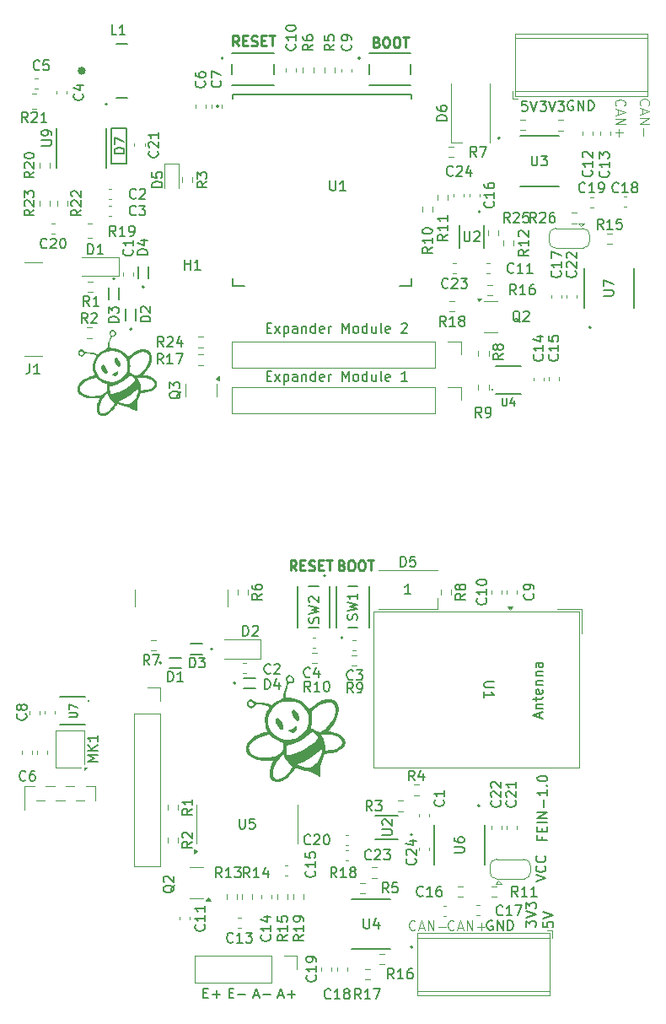
<source format=gbr>
%TF.GenerationSoftware,KiCad,Pcbnew,8.0.5*%
%TF.CreationDate,2024-10-21T14:51:29+02:00*%
%TF.ProjectId,both,626f7468-2e6b-4696-9361-645f70636258,rev?*%
%TF.SameCoordinates,Original*%
%TF.FileFunction,Legend,Top*%
%TF.FilePolarity,Positive*%
%FSLAX46Y46*%
G04 Gerber Fmt 4.6, Leading zero omitted, Abs format (unit mm)*
G04 Created by KiCad (PCBNEW 8.0.5) date 2024-10-21 14:51:29*
%MOMM*%
%LPD*%
G01*
G04 APERTURE LIST*
%ADD10C,0.250000*%
%ADD11C,0.200000*%
%ADD12C,0.150000*%
%ADD13C,0.125000*%
%ADD14C,0.120000*%
%ADD15C,0.127000*%
%ADD16C,0.000000*%
%ADD17C,0.400000*%
G04 APERTURE END LIST*
D10*
X56273996Y-75190091D02*
X55940663Y-74713900D01*
X55702568Y-75190091D02*
X55702568Y-74190091D01*
X55702568Y-74190091D02*
X56083520Y-74190091D01*
X56083520Y-74190091D02*
X56178758Y-74237710D01*
X56178758Y-74237710D02*
X56226377Y-74285329D01*
X56226377Y-74285329D02*
X56273996Y-74380567D01*
X56273996Y-74380567D02*
X56273996Y-74523424D01*
X56273996Y-74523424D02*
X56226377Y-74618662D01*
X56226377Y-74618662D02*
X56178758Y-74666281D01*
X56178758Y-74666281D02*
X56083520Y-74713900D01*
X56083520Y-74713900D02*
X55702568Y-74713900D01*
X56702568Y-74666281D02*
X57035901Y-74666281D01*
X57178758Y-75190091D02*
X56702568Y-75190091D01*
X56702568Y-75190091D02*
X56702568Y-74190091D01*
X56702568Y-74190091D02*
X57178758Y-74190091D01*
X57559711Y-75142472D02*
X57702568Y-75190091D01*
X57702568Y-75190091D02*
X57940663Y-75190091D01*
X57940663Y-75190091D02*
X58035901Y-75142472D01*
X58035901Y-75142472D02*
X58083520Y-75094852D01*
X58083520Y-75094852D02*
X58131139Y-74999614D01*
X58131139Y-74999614D02*
X58131139Y-74904376D01*
X58131139Y-74904376D02*
X58083520Y-74809138D01*
X58083520Y-74809138D02*
X58035901Y-74761519D01*
X58035901Y-74761519D02*
X57940663Y-74713900D01*
X57940663Y-74713900D02*
X57750187Y-74666281D01*
X57750187Y-74666281D02*
X57654949Y-74618662D01*
X57654949Y-74618662D02*
X57607330Y-74571043D01*
X57607330Y-74571043D02*
X57559711Y-74475805D01*
X57559711Y-74475805D02*
X57559711Y-74380567D01*
X57559711Y-74380567D02*
X57607330Y-74285329D01*
X57607330Y-74285329D02*
X57654949Y-74237710D01*
X57654949Y-74237710D02*
X57750187Y-74190091D01*
X57750187Y-74190091D02*
X57988282Y-74190091D01*
X57988282Y-74190091D02*
X58131139Y-74237710D01*
X58559711Y-74666281D02*
X58893044Y-74666281D01*
X59035901Y-75190091D02*
X58559711Y-75190091D01*
X58559711Y-75190091D02*
X58559711Y-74190091D01*
X58559711Y-74190091D02*
X59035901Y-74190091D01*
X59321616Y-74190091D02*
X59893044Y-74190091D01*
X59607330Y-75190091D02*
X59607330Y-74190091D01*
D11*
X80349219Y-106428655D02*
X81349219Y-106095322D01*
X81349219Y-106095322D02*
X80349219Y-105761989D01*
X81253980Y-104857227D02*
X81301600Y-104904846D01*
X81301600Y-104904846D02*
X81349219Y-105047703D01*
X81349219Y-105047703D02*
X81349219Y-105142941D01*
X81349219Y-105142941D02*
X81301600Y-105285798D01*
X81301600Y-105285798D02*
X81206361Y-105381036D01*
X81206361Y-105381036D02*
X81111123Y-105428655D01*
X81111123Y-105428655D02*
X80920647Y-105476274D01*
X80920647Y-105476274D02*
X80777790Y-105476274D01*
X80777790Y-105476274D02*
X80587314Y-105428655D01*
X80587314Y-105428655D02*
X80492076Y-105381036D01*
X80492076Y-105381036D02*
X80396838Y-105285798D01*
X80396838Y-105285798D02*
X80349219Y-105142941D01*
X80349219Y-105142941D02*
X80349219Y-105047703D01*
X80349219Y-105047703D02*
X80396838Y-104904846D01*
X80396838Y-104904846D02*
X80444457Y-104857227D01*
X81253980Y-103857227D02*
X81301600Y-103904846D01*
X81301600Y-103904846D02*
X81349219Y-104047703D01*
X81349219Y-104047703D02*
X81349219Y-104142941D01*
X81349219Y-104142941D02*
X81301600Y-104285798D01*
X81301600Y-104285798D02*
X81206361Y-104381036D01*
X81206361Y-104381036D02*
X81111123Y-104428655D01*
X81111123Y-104428655D02*
X80920647Y-104476274D01*
X80920647Y-104476274D02*
X80777790Y-104476274D01*
X80777790Y-104476274D02*
X80587314Y-104428655D01*
X80587314Y-104428655D02*
X80492076Y-104381036D01*
X80492076Y-104381036D02*
X80396838Y-104285798D01*
X80396838Y-104285798D02*
X80349219Y-104142941D01*
X80349219Y-104142941D02*
X80349219Y-104047703D01*
X80349219Y-104047703D02*
X80396838Y-103904846D01*
X80396838Y-103904846D02*
X80444457Y-103857227D01*
D12*
X81081819Y-110502502D02*
X81081819Y-110978692D01*
X81081819Y-110978692D02*
X81558009Y-111026311D01*
X81558009Y-111026311D02*
X81510390Y-110978692D01*
X81510390Y-110978692D02*
X81462771Y-110883454D01*
X81462771Y-110883454D02*
X81462771Y-110645359D01*
X81462771Y-110645359D02*
X81510390Y-110550121D01*
X81510390Y-110550121D02*
X81558009Y-110502502D01*
X81558009Y-110502502D02*
X81653247Y-110454883D01*
X81653247Y-110454883D02*
X81891342Y-110454883D01*
X81891342Y-110454883D02*
X81986580Y-110502502D01*
X81986580Y-110502502D02*
X82034200Y-110550121D01*
X82034200Y-110550121D02*
X82081819Y-110645359D01*
X82081819Y-110645359D02*
X82081819Y-110883454D01*
X82081819Y-110883454D02*
X82034200Y-110978692D01*
X82034200Y-110978692D02*
X81986580Y-111026311D01*
X81081819Y-110169168D02*
X82081819Y-109835835D01*
X82081819Y-109835835D02*
X81081819Y-109502502D01*
X49540779Y-117601481D02*
X49874112Y-117601481D01*
X50016969Y-118125291D02*
X49540779Y-118125291D01*
X49540779Y-118125291D02*
X49540779Y-117125291D01*
X49540779Y-117125291D02*
X50016969Y-117125291D01*
X50445541Y-117744338D02*
X51207446Y-117744338D01*
X52021160Y-117839576D02*
X52497350Y-117839576D01*
X51925922Y-118125291D02*
X52259255Y-117125291D01*
X52259255Y-117125291D02*
X52592588Y-118125291D01*
X52925922Y-117744338D02*
X53687827Y-117744338D01*
X79361819Y-110973930D02*
X79361819Y-110354883D01*
X79361819Y-110354883D02*
X79742771Y-110688216D01*
X79742771Y-110688216D02*
X79742771Y-110545359D01*
X79742771Y-110545359D02*
X79790390Y-110450121D01*
X79790390Y-110450121D02*
X79838009Y-110402502D01*
X79838009Y-110402502D02*
X79933247Y-110354883D01*
X79933247Y-110354883D02*
X80171342Y-110354883D01*
X80171342Y-110354883D02*
X80266580Y-110402502D01*
X80266580Y-110402502D02*
X80314200Y-110450121D01*
X80314200Y-110450121D02*
X80361819Y-110545359D01*
X80361819Y-110545359D02*
X80361819Y-110831073D01*
X80361819Y-110831073D02*
X80314200Y-110926311D01*
X80314200Y-110926311D02*
X80266580Y-110973930D01*
X79361819Y-110069168D02*
X80361819Y-109735835D01*
X80361819Y-109735835D02*
X79361819Y-109402502D01*
X79361819Y-109164406D02*
X79361819Y-108545359D01*
X79361819Y-108545359D02*
X79742771Y-108878692D01*
X79742771Y-108878692D02*
X79742771Y-108735835D01*
X79742771Y-108735835D02*
X79790390Y-108640597D01*
X79790390Y-108640597D02*
X79838009Y-108592978D01*
X79838009Y-108592978D02*
X79933247Y-108545359D01*
X79933247Y-108545359D02*
X80171342Y-108545359D01*
X80171342Y-108545359D02*
X80266580Y-108592978D01*
X80266580Y-108592978D02*
X80314200Y-108640597D01*
X80314200Y-108640597D02*
X80361819Y-108735835D01*
X80361819Y-108735835D02*
X80361819Y-109021549D01*
X80361819Y-109021549D02*
X80314200Y-109116787D01*
X80314200Y-109116787D02*
X80266580Y-109164406D01*
X80978009Y-101935359D02*
X80978009Y-102268692D01*
X81501819Y-102268692D02*
X80501819Y-102268692D01*
X80501819Y-102268692D02*
X80501819Y-101792502D01*
X80978009Y-101411549D02*
X80978009Y-101078216D01*
X81501819Y-100935359D02*
X81501819Y-101411549D01*
X81501819Y-101411549D02*
X80501819Y-101411549D01*
X80501819Y-101411549D02*
X80501819Y-100935359D01*
X81501819Y-100506787D02*
X80501819Y-100506787D01*
X81501819Y-100030597D02*
X80501819Y-100030597D01*
X80501819Y-100030597D02*
X81501819Y-99459169D01*
X81501819Y-99459169D02*
X80501819Y-99459169D01*
X81120866Y-98982978D02*
X81120866Y-98221074D01*
X81501819Y-97221074D02*
X81501819Y-97792502D01*
X81501819Y-97506788D02*
X80501819Y-97506788D01*
X80501819Y-97506788D02*
X80644676Y-97602026D01*
X80644676Y-97602026D02*
X80739914Y-97697264D01*
X80739914Y-97697264D02*
X80787533Y-97792502D01*
X81406580Y-96792502D02*
X81454200Y-96744883D01*
X81454200Y-96744883D02*
X81501819Y-96792502D01*
X81501819Y-96792502D02*
X81454200Y-96840121D01*
X81454200Y-96840121D02*
X81406580Y-96792502D01*
X81406580Y-96792502D02*
X81501819Y-96792502D01*
X80501819Y-96125836D02*
X80501819Y-96030598D01*
X80501819Y-96030598D02*
X80549438Y-95935360D01*
X80549438Y-95935360D02*
X80597057Y-95887741D01*
X80597057Y-95887741D02*
X80692295Y-95840122D01*
X80692295Y-95840122D02*
X80882771Y-95792503D01*
X80882771Y-95792503D02*
X81120866Y-95792503D01*
X81120866Y-95792503D02*
X81311342Y-95840122D01*
X81311342Y-95840122D02*
X81406580Y-95887741D01*
X81406580Y-95887741D02*
X81454200Y-95935360D01*
X81454200Y-95935360D02*
X81501819Y-96030598D01*
X81501819Y-96030598D02*
X81501819Y-96125836D01*
X81501819Y-96125836D02*
X81454200Y-96221074D01*
X81454200Y-96221074D02*
X81406580Y-96268693D01*
X81406580Y-96268693D02*
X81311342Y-96316312D01*
X81311342Y-96316312D02*
X81120866Y-96363931D01*
X81120866Y-96363931D02*
X80882771Y-96363931D01*
X80882771Y-96363931D02*
X80692295Y-96316312D01*
X80692295Y-96316312D02*
X80597057Y-96268693D01*
X80597057Y-96268693D02*
X80549438Y-96221074D01*
X80549438Y-96221074D02*
X80501819Y-96125836D01*
X75992588Y-110362910D02*
X75897350Y-110315291D01*
X75897350Y-110315291D02*
X75754493Y-110315291D01*
X75754493Y-110315291D02*
X75611636Y-110362910D01*
X75611636Y-110362910D02*
X75516398Y-110458148D01*
X75516398Y-110458148D02*
X75468779Y-110553386D01*
X75468779Y-110553386D02*
X75421160Y-110743862D01*
X75421160Y-110743862D02*
X75421160Y-110886719D01*
X75421160Y-110886719D02*
X75468779Y-111077195D01*
X75468779Y-111077195D02*
X75516398Y-111172433D01*
X75516398Y-111172433D02*
X75611636Y-111267672D01*
X75611636Y-111267672D02*
X75754493Y-111315291D01*
X75754493Y-111315291D02*
X75849731Y-111315291D01*
X75849731Y-111315291D02*
X75992588Y-111267672D01*
X75992588Y-111267672D02*
X76040207Y-111220052D01*
X76040207Y-111220052D02*
X76040207Y-110886719D01*
X76040207Y-110886719D02*
X75849731Y-110886719D01*
X76468779Y-111315291D02*
X76468779Y-110315291D01*
X76468779Y-110315291D02*
X77040207Y-111315291D01*
X77040207Y-111315291D02*
X77040207Y-110315291D01*
X77516398Y-111315291D02*
X77516398Y-110315291D01*
X77516398Y-110315291D02*
X77754493Y-110315291D01*
X77754493Y-110315291D02*
X77897350Y-110362910D01*
X77897350Y-110362910D02*
X77992588Y-110458148D01*
X77992588Y-110458148D02*
X78040207Y-110553386D01*
X78040207Y-110553386D02*
X78087826Y-110743862D01*
X78087826Y-110743862D02*
X78087826Y-110886719D01*
X78087826Y-110886719D02*
X78040207Y-111077195D01*
X78040207Y-111077195D02*
X77992588Y-111172433D01*
X77992588Y-111172433D02*
X77897350Y-111267672D01*
X77897350Y-111267672D02*
X77754493Y-111315291D01*
X77754493Y-111315291D02*
X77516398Y-111315291D01*
X54521160Y-117839576D02*
X54997350Y-117839576D01*
X54425922Y-118125291D02*
X54759255Y-117125291D01*
X54759255Y-117125291D02*
X55092588Y-118125291D01*
X55425922Y-117744338D02*
X56187827Y-117744338D01*
X55806874Y-118125291D02*
X55806874Y-117363386D01*
D10*
X60861901Y-74666281D02*
X61004758Y-74713900D01*
X61004758Y-74713900D02*
X61052377Y-74761519D01*
X61052377Y-74761519D02*
X61099996Y-74856757D01*
X61099996Y-74856757D02*
X61099996Y-74999614D01*
X61099996Y-74999614D02*
X61052377Y-75094852D01*
X61052377Y-75094852D02*
X61004758Y-75142472D01*
X61004758Y-75142472D02*
X60909520Y-75190091D01*
X60909520Y-75190091D02*
X60528568Y-75190091D01*
X60528568Y-75190091D02*
X60528568Y-74190091D01*
X60528568Y-74190091D02*
X60861901Y-74190091D01*
X60861901Y-74190091D02*
X60957139Y-74237710D01*
X60957139Y-74237710D02*
X61004758Y-74285329D01*
X61004758Y-74285329D02*
X61052377Y-74380567D01*
X61052377Y-74380567D02*
X61052377Y-74475805D01*
X61052377Y-74475805D02*
X61004758Y-74571043D01*
X61004758Y-74571043D02*
X60957139Y-74618662D01*
X60957139Y-74618662D02*
X60861901Y-74666281D01*
X60861901Y-74666281D02*
X60528568Y-74666281D01*
X61719044Y-74190091D02*
X61909520Y-74190091D01*
X61909520Y-74190091D02*
X62004758Y-74237710D01*
X62004758Y-74237710D02*
X62099996Y-74332948D01*
X62099996Y-74332948D02*
X62147615Y-74523424D01*
X62147615Y-74523424D02*
X62147615Y-74856757D01*
X62147615Y-74856757D02*
X62099996Y-75047233D01*
X62099996Y-75047233D02*
X62004758Y-75142472D01*
X62004758Y-75142472D02*
X61909520Y-75190091D01*
X61909520Y-75190091D02*
X61719044Y-75190091D01*
X61719044Y-75190091D02*
X61623806Y-75142472D01*
X61623806Y-75142472D02*
X61528568Y-75047233D01*
X61528568Y-75047233D02*
X61480949Y-74856757D01*
X61480949Y-74856757D02*
X61480949Y-74523424D01*
X61480949Y-74523424D02*
X61528568Y-74332948D01*
X61528568Y-74332948D02*
X61623806Y-74237710D01*
X61623806Y-74237710D02*
X61719044Y-74190091D01*
X62766663Y-74190091D02*
X62957139Y-74190091D01*
X62957139Y-74190091D02*
X63052377Y-74237710D01*
X63052377Y-74237710D02*
X63147615Y-74332948D01*
X63147615Y-74332948D02*
X63195234Y-74523424D01*
X63195234Y-74523424D02*
X63195234Y-74856757D01*
X63195234Y-74856757D02*
X63147615Y-75047233D01*
X63147615Y-75047233D02*
X63052377Y-75142472D01*
X63052377Y-75142472D02*
X62957139Y-75190091D01*
X62957139Y-75190091D02*
X62766663Y-75190091D01*
X62766663Y-75190091D02*
X62671425Y-75142472D01*
X62671425Y-75142472D02*
X62576187Y-75047233D01*
X62576187Y-75047233D02*
X62528568Y-74856757D01*
X62528568Y-74856757D02*
X62528568Y-74523424D01*
X62528568Y-74523424D02*
X62576187Y-74332948D01*
X62576187Y-74332948D02*
X62671425Y-74237710D01*
X62671425Y-74237710D02*
X62766663Y-74190091D01*
X63480949Y-74190091D02*
X64052377Y-74190091D01*
X63766663Y-75190091D02*
X63766663Y-74190091D01*
D13*
X72123759Y-111231352D02*
X72076140Y-111278972D01*
X72076140Y-111278972D02*
X71933283Y-111326591D01*
X71933283Y-111326591D02*
X71838045Y-111326591D01*
X71838045Y-111326591D02*
X71695188Y-111278972D01*
X71695188Y-111278972D02*
X71599950Y-111183733D01*
X71599950Y-111183733D02*
X71552331Y-111088495D01*
X71552331Y-111088495D02*
X71504712Y-110898019D01*
X71504712Y-110898019D02*
X71504712Y-110755162D01*
X71504712Y-110755162D02*
X71552331Y-110564686D01*
X71552331Y-110564686D02*
X71599950Y-110469448D01*
X71599950Y-110469448D02*
X71695188Y-110374210D01*
X71695188Y-110374210D02*
X71838045Y-110326591D01*
X71838045Y-110326591D02*
X71933283Y-110326591D01*
X71933283Y-110326591D02*
X72076140Y-110374210D01*
X72076140Y-110374210D02*
X72123759Y-110421829D01*
X72504712Y-111040876D02*
X72980902Y-111040876D01*
X72409474Y-111326591D02*
X72742807Y-110326591D01*
X72742807Y-110326591D02*
X73076140Y-111326591D01*
X73409474Y-111326591D02*
X73409474Y-110326591D01*
X73409474Y-110326591D02*
X73980902Y-111326591D01*
X73980902Y-111326591D02*
X73980902Y-110326591D01*
X74457093Y-110945638D02*
X75218998Y-110945638D01*
X74838045Y-111326591D02*
X74838045Y-110564686D01*
X68223759Y-111231352D02*
X68176140Y-111278972D01*
X68176140Y-111278972D02*
X68033283Y-111326591D01*
X68033283Y-111326591D02*
X67938045Y-111326591D01*
X67938045Y-111326591D02*
X67795188Y-111278972D01*
X67795188Y-111278972D02*
X67699950Y-111183733D01*
X67699950Y-111183733D02*
X67652331Y-111088495D01*
X67652331Y-111088495D02*
X67604712Y-110898019D01*
X67604712Y-110898019D02*
X67604712Y-110755162D01*
X67604712Y-110755162D02*
X67652331Y-110564686D01*
X67652331Y-110564686D02*
X67699950Y-110469448D01*
X67699950Y-110469448D02*
X67795188Y-110374210D01*
X67795188Y-110374210D02*
X67938045Y-110326591D01*
X67938045Y-110326591D02*
X68033283Y-110326591D01*
X68033283Y-110326591D02*
X68176140Y-110374210D01*
X68176140Y-110374210D02*
X68223759Y-110421829D01*
X68604712Y-111040876D02*
X69080902Y-111040876D01*
X68509474Y-111326591D02*
X68842807Y-110326591D01*
X68842807Y-110326591D02*
X69176140Y-111326591D01*
X69509474Y-111326591D02*
X69509474Y-110326591D01*
X69509474Y-110326591D02*
X70080902Y-111326591D01*
X70080902Y-111326591D02*
X70080902Y-110326591D01*
X70557093Y-110945638D02*
X71318998Y-110945638D01*
D12*
X46970728Y-117601481D02*
X47304061Y-117601481D01*
X47446918Y-118125291D02*
X46970728Y-118125291D01*
X46970728Y-118125291D02*
X46970728Y-117125291D01*
X46970728Y-117125291D02*
X47446918Y-117125291D01*
X47875490Y-117744338D02*
X48637395Y-117744338D01*
X48256442Y-118125291D02*
X48256442Y-117363386D01*
D10*
X50509996Y-22531619D02*
X50176663Y-22055428D01*
X49938568Y-22531619D02*
X49938568Y-21531619D01*
X49938568Y-21531619D02*
X50319520Y-21531619D01*
X50319520Y-21531619D02*
X50414758Y-21579238D01*
X50414758Y-21579238D02*
X50462377Y-21626857D01*
X50462377Y-21626857D02*
X50509996Y-21722095D01*
X50509996Y-21722095D02*
X50509996Y-21864952D01*
X50509996Y-21864952D02*
X50462377Y-21960190D01*
X50462377Y-21960190D02*
X50414758Y-22007809D01*
X50414758Y-22007809D02*
X50319520Y-22055428D01*
X50319520Y-22055428D02*
X49938568Y-22055428D01*
X50938568Y-22007809D02*
X51271901Y-22007809D01*
X51414758Y-22531619D02*
X50938568Y-22531619D01*
X50938568Y-22531619D02*
X50938568Y-21531619D01*
X50938568Y-21531619D02*
X51414758Y-21531619D01*
X51795711Y-22484000D02*
X51938568Y-22531619D01*
X51938568Y-22531619D02*
X52176663Y-22531619D01*
X52176663Y-22531619D02*
X52271901Y-22484000D01*
X52271901Y-22484000D02*
X52319520Y-22436380D01*
X52319520Y-22436380D02*
X52367139Y-22341142D01*
X52367139Y-22341142D02*
X52367139Y-22245904D01*
X52367139Y-22245904D02*
X52319520Y-22150666D01*
X52319520Y-22150666D02*
X52271901Y-22103047D01*
X52271901Y-22103047D02*
X52176663Y-22055428D01*
X52176663Y-22055428D02*
X51986187Y-22007809D01*
X51986187Y-22007809D02*
X51890949Y-21960190D01*
X51890949Y-21960190D02*
X51843330Y-21912571D01*
X51843330Y-21912571D02*
X51795711Y-21817333D01*
X51795711Y-21817333D02*
X51795711Y-21722095D01*
X51795711Y-21722095D02*
X51843330Y-21626857D01*
X51843330Y-21626857D02*
X51890949Y-21579238D01*
X51890949Y-21579238D02*
X51986187Y-21531619D01*
X51986187Y-21531619D02*
X52224282Y-21531619D01*
X52224282Y-21531619D02*
X52367139Y-21579238D01*
X52795711Y-22007809D02*
X53129044Y-22007809D01*
X53271901Y-22531619D02*
X52795711Y-22531619D01*
X52795711Y-22531619D02*
X52795711Y-21531619D01*
X52795711Y-21531619D02*
X53271901Y-21531619D01*
X53557616Y-21531619D02*
X54129044Y-21531619D01*
X53843330Y-22531619D02*
X53843330Y-21531619D01*
X64368901Y-22134809D02*
X64511758Y-22182428D01*
X64511758Y-22182428D02*
X64559377Y-22230047D01*
X64559377Y-22230047D02*
X64606996Y-22325285D01*
X64606996Y-22325285D02*
X64606996Y-22468142D01*
X64606996Y-22468142D02*
X64559377Y-22563380D01*
X64559377Y-22563380D02*
X64511758Y-22611000D01*
X64511758Y-22611000D02*
X64416520Y-22658619D01*
X64416520Y-22658619D02*
X64035568Y-22658619D01*
X64035568Y-22658619D02*
X64035568Y-21658619D01*
X64035568Y-21658619D02*
X64368901Y-21658619D01*
X64368901Y-21658619D02*
X64464139Y-21706238D01*
X64464139Y-21706238D02*
X64511758Y-21753857D01*
X64511758Y-21753857D02*
X64559377Y-21849095D01*
X64559377Y-21849095D02*
X64559377Y-21944333D01*
X64559377Y-21944333D02*
X64511758Y-22039571D01*
X64511758Y-22039571D02*
X64464139Y-22087190D01*
X64464139Y-22087190D02*
X64368901Y-22134809D01*
X64368901Y-22134809D02*
X64035568Y-22134809D01*
X65226044Y-21658619D02*
X65416520Y-21658619D01*
X65416520Y-21658619D02*
X65511758Y-21706238D01*
X65511758Y-21706238D02*
X65606996Y-21801476D01*
X65606996Y-21801476D02*
X65654615Y-21991952D01*
X65654615Y-21991952D02*
X65654615Y-22325285D01*
X65654615Y-22325285D02*
X65606996Y-22515761D01*
X65606996Y-22515761D02*
X65511758Y-22611000D01*
X65511758Y-22611000D02*
X65416520Y-22658619D01*
X65416520Y-22658619D02*
X65226044Y-22658619D01*
X65226044Y-22658619D02*
X65130806Y-22611000D01*
X65130806Y-22611000D02*
X65035568Y-22515761D01*
X65035568Y-22515761D02*
X64987949Y-22325285D01*
X64987949Y-22325285D02*
X64987949Y-21991952D01*
X64987949Y-21991952D02*
X65035568Y-21801476D01*
X65035568Y-21801476D02*
X65130806Y-21706238D01*
X65130806Y-21706238D02*
X65226044Y-21658619D01*
X66273663Y-21658619D02*
X66464139Y-21658619D01*
X66464139Y-21658619D02*
X66559377Y-21706238D01*
X66559377Y-21706238D02*
X66654615Y-21801476D01*
X66654615Y-21801476D02*
X66702234Y-21991952D01*
X66702234Y-21991952D02*
X66702234Y-22325285D01*
X66702234Y-22325285D02*
X66654615Y-22515761D01*
X66654615Y-22515761D02*
X66559377Y-22611000D01*
X66559377Y-22611000D02*
X66464139Y-22658619D01*
X66464139Y-22658619D02*
X66273663Y-22658619D01*
X66273663Y-22658619D02*
X66178425Y-22611000D01*
X66178425Y-22611000D02*
X66083187Y-22515761D01*
X66083187Y-22515761D02*
X66035568Y-22325285D01*
X66035568Y-22325285D02*
X66035568Y-21991952D01*
X66035568Y-21991952D02*
X66083187Y-21801476D01*
X66083187Y-21801476D02*
X66178425Y-21706238D01*
X66178425Y-21706238D02*
X66273663Y-21658619D01*
X66987949Y-21658619D02*
X67559377Y-21658619D01*
X67273663Y-22658619D02*
X67273663Y-21658619D01*
D13*
X90861119Y-28503759D02*
X90813500Y-28456140D01*
X90813500Y-28456140D02*
X90765880Y-28313283D01*
X90765880Y-28313283D02*
X90765880Y-28218045D01*
X90765880Y-28218045D02*
X90813500Y-28075188D01*
X90813500Y-28075188D02*
X90908738Y-27979950D01*
X90908738Y-27979950D02*
X91003976Y-27932331D01*
X91003976Y-27932331D02*
X91194452Y-27884712D01*
X91194452Y-27884712D02*
X91337309Y-27884712D01*
X91337309Y-27884712D02*
X91527785Y-27932331D01*
X91527785Y-27932331D02*
X91623023Y-27979950D01*
X91623023Y-27979950D02*
X91718261Y-28075188D01*
X91718261Y-28075188D02*
X91765880Y-28218045D01*
X91765880Y-28218045D02*
X91765880Y-28313283D01*
X91765880Y-28313283D02*
X91718261Y-28456140D01*
X91718261Y-28456140D02*
X91670642Y-28503759D01*
X91051595Y-28884712D02*
X91051595Y-29360902D01*
X90765880Y-28789474D02*
X91765880Y-29122807D01*
X91765880Y-29122807D02*
X90765880Y-29456140D01*
X90765880Y-29789474D02*
X91765880Y-29789474D01*
X91765880Y-29789474D02*
X90765880Y-30360902D01*
X90765880Y-30360902D02*
X91765880Y-30360902D01*
X91146833Y-30837093D02*
X91146833Y-31598998D01*
D12*
X84097588Y-28079438D02*
X84002350Y-28031819D01*
X84002350Y-28031819D02*
X83859493Y-28031819D01*
X83859493Y-28031819D02*
X83716636Y-28079438D01*
X83716636Y-28079438D02*
X83621398Y-28174676D01*
X83621398Y-28174676D02*
X83573779Y-28269914D01*
X83573779Y-28269914D02*
X83526160Y-28460390D01*
X83526160Y-28460390D02*
X83526160Y-28603247D01*
X83526160Y-28603247D02*
X83573779Y-28793723D01*
X83573779Y-28793723D02*
X83621398Y-28888961D01*
X83621398Y-28888961D02*
X83716636Y-28984200D01*
X83716636Y-28984200D02*
X83859493Y-29031819D01*
X83859493Y-29031819D02*
X83954731Y-29031819D01*
X83954731Y-29031819D02*
X84097588Y-28984200D01*
X84097588Y-28984200D02*
X84145207Y-28936580D01*
X84145207Y-28936580D02*
X84145207Y-28603247D01*
X84145207Y-28603247D02*
X83954731Y-28603247D01*
X84573779Y-29031819D02*
X84573779Y-28031819D01*
X84573779Y-28031819D02*
X85145207Y-29031819D01*
X85145207Y-29031819D02*
X85145207Y-28031819D01*
X85621398Y-29031819D02*
X85621398Y-28031819D01*
X85621398Y-28031819D02*
X85859493Y-28031819D01*
X85859493Y-28031819D02*
X86002350Y-28079438D01*
X86002350Y-28079438D02*
X86097588Y-28174676D01*
X86097588Y-28174676D02*
X86145207Y-28269914D01*
X86145207Y-28269914D02*
X86192826Y-28460390D01*
X86192826Y-28460390D02*
X86192826Y-28603247D01*
X86192826Y-28603247D02*
X86145207Y-28793723D01*
X86145207Y-28793723D02*
X86097588Y-28888961D01*
X86097588Y-28888961D02*
X86002350Y-28984200D01*
X86002350Y-28984200D02*
X85859493Y-29031819D01*
X85859493Y-29031819D02*
X85621398Y-29031819D01*
X79449969Y-28081819D02*
X78973779Y-28081819D01*
X78973779Y-28081819D02*
X78926160Y-28558009D01*
X78926160Y-28558009D02*
X78973779Y-28510390D01*
X78973779Y-28510390D02*
X79069017Y-28462771D01*
X79069017Y-28462771D02*
X79307112Y-28462771D01*
X79307112Y-28462771D02*
X79402350Y-28510390D01*
X79402350Y-28510390D02*
X79449969Y-28558009D01*
X79449969Y-28558009D02*
X79497588Y-28653247D01*
X79497588Y-28653247D02*
X79497588Y-28891342D01*
X79497588Y-28891342D02*
X79449969Y-28986580D01*
X79449969Y-28986580D02*
X79402350Y-29034200D01*
X79402350Y-29034200D02*
X79307112Y-29081819D01*
X79307112Y-29081819D02*
X79069017Y-29081819D01*
X79069017Y-29081819D02*
X78973779Y-29034200D01*
X78973779Y-29034200D02*
X78926160Y-28986580D01*
X79783303Y-28081819D02*
X80116636Y-29081819D01*
X80116636Y-29081819D02*
X80449969Y-28081819D01*
X80778541Y-28081819D02*
X81397588Y-28081819D01*
X81397588Y-28081819D02*
X81064255Y-28462771D01*
X81064255Y-28462771D02*
X81207112Y-28462771D01*
X81207112Y-28462771D02*
X81302350Y-28510390D01*
X81302350Y-28510390D02*
X81349969Y-28558009D01*
X81349969Y-28558009D02*
X81397588Y-28653247D01*
X81397588Y-28653247D02*
X81397588Y-28891342D01*
X81397588Y-28891342D02*
X81349969Y-28986580D01*
X81349969Y-28986580D02*
X81302350Y-29034200D01*
X81302350Y-29034200D02*
X81207112Y-29081819D01*
X81207112Y-29081819D02*
X80921398Y-29081819D01*
X80921398Y-29081819D02*
X80826160Y-29034200D01*
X80826160Y-29034200D02*
X80778541Y-28986580D01*
X81683303Y-28081819D02*
X82016636Y-29081819D01*
X82016636Y-29081819D02*
X82349969Y-28081819D01*
X82588065Y-28081819D02*
X83207112Y-28081819D01*
X83207112Y-28081819D02*
X82873779Y-28462771D01*
X82873779Y-28462771D02*
X83016636Y-28462771D01*
X83016636Y-28462771D02*
X83111874Y-28510390D01*
X83111874Y-28510390D02*
X83159493Y-28558009D01*
X83159493Y-28558009D02*
X83207112Y-28653247D01*
X83207112Y-28653247D02*
X83207112Y-28891342D01*
X83207112Y-28891342D02*
X83159493Y-28986580D01*
X83159493Y-28986580D02*
X83111874Y-29034200D01*
X83111874Y-29034200D02*
X83016636Y-29081819D01*
X83016636Y-29081819D02*
X82730922Y-29081819D01*
X82730922Y-29081819D02*
X82635684Y-29034200D01*
X82635684Y-29034200D02*
X82588065Y-28986580D01*
D11*
X53334673Y-50839409D02*
X53668006Y-50839409D01*
X53810863Y-51363219D02*
X53334673Y-51363219D01*
X53334673Y-51363219D02*
X53334673Y-50363219D01*
X53334673Y-50363219D02*
X53810863Y-50363219D01*
X54144197Y-51363219D02*
X54668006Y-50696552D01*
X54144197Y-50696552D02*
X54668006Y-51363219D01*
X55048959Y-50696552D02*
X55048959Y-51696552D01*
X55048959Y-50744171D02*
X55144197Y-50696552D01*
X55144197Y-50696552D02*
X55334673Y-50696552D01*
X55334673Y-50696552D02*
X55429911Y-50744171D01*
X55429911Y-50744171D02*
X55477530Y-50791790D01*
X55477530Y-50791790D02*
X55525149Y-50887028D01*
X55525149Y-50887028D02*
X55525149Y-51172742D01*
X55525149Y-51172742D02*
X55477530Y-51267980D01*
X55477530Y-51267980D02*
X55429911Y-51315600D01*
X55429911Y-51315600D02*
X55334673Y-51363219D01*
X55334673Y-51363219D02*
X55144197Y-51363219D01*
X55144197Y-51363219D02*
X55048959Y-51315600D01*
X56382292Y-51363219D02*
X56382292Y-50839409D01*
X56382292Y-50839409D02*
X56334673Y-50744171D01*
X56334673Y-50744171D02*
X56239435Y-50696552D01*
X56239435Y-50696552D02*
X56048959Y-50696552D01*
X56048959Y-50696552D02*
X55953721Y-50744171D01*
X56382292Y-51315600D02*
X56287054Y-51363219D01*
X56287054Y-51363219D02*
X56048959Y-51363219D01*
X56048959Y-51363219D02*
X55953721Y-51315600D01*
X55953721Y-51315600D02*
X55906102Y-51220361D01*
X55906102Y-51220361D02*
X55906102Y-51125123D01*
X55906102Y-51125123D02*
X55953721Y-51029885D01*
X55953721Y-51029885D02*
X56048959Y-50982266D01*
X56048959Y-50982266D02*
X56287054Y-50982266D01*
X56287054Y-50982266D02*
X56382292Y-50934647D01*
X56858483Y-50696552D02*
X56858483Y-51363219D01*
X56858483Y-50791790D02*
X56906102Y-50744171D01*
X56906102Y-50744171D02*
X57001340Y-50696552D01*
X57001340Y-50696552D02*
X57144197Y-50696552D01*
X57144197Y-50696552D02*
X57239435Y-50744171D01*
X57239435Y-50744171D02*
X57287054Y-50839409D01*
X57287054Y-50839409D02*
X57287054Y-51363219D01*
X58191816Y-51363219D02*
X58191816Y-50363219D01*
X58191816Y-51315600D02*
X58096578Y-51363219D01*
X58096578Y-51363219D02*
X57906102Y-51363219D01*
X57906102Y-51363219D02*
X57810864Y-51315600D01*
X57810864Y-51315600D02*
X57763245Y-51267980D01*
X57763245Y-51267980D02*
X57715626Y-51172742D01*
X57715626Y-51172742D02*
X57715626Y-50887028D01*
X57715626Y-50887028D02*
X57763245Y-50791790D01*
X57763245Y-50791790D02*
X57810864Y-50744171D01*
X57810864Y-50744171D02*
X57906102Y-50696552D01*
X57906102Y-50696552D02*
X58096578Y-50696552D01*
X58096578Y-50696552D02*
X58191816Y-50744171D01*
X59048959Y-51315600D02*
X58953721Y-51363219D01*
X58953721Y-51363219D02*
X58763245Y-51363219D01*
X58763245Y-51363219D02*
X58668007Y-51315600D01*
X58668007Y-51315600D02*
X58620388Y-51220361D01*
X58620388Y-51220361D02*
X58620388Y-50839409D01*
X58620388Y-50839409D02*
X58668007Y-50744171D01*
X58668007Y-50744171D02*
X58763245Y-50696552D01*
X58763245Y-50696552D02*
X58953721Y-50696552D01*
X58953721Y-50696552D02*
X59048959Y-50744171D01*
X59048959Y-50744171D02*
X59096578Y-50839409D01*
X59096578Y-50839409D02*
X59096578Y-50934647D01*
X59096578Y-50934647D02*
X58620388Y-51029885D01*
X59525150Y-51363219D02*
X59525150Y-50696552D01*
X59525150Y-50887028D02*
X59572769Y-50791790D01*
X59572769Y-50791790D02*
X59620388Y-50744171D01*
X59620388Y-50744171D02*
X59715626Y-50696552D01*
X59715626Y-50696552D02*
X59810864Y-50696552D01*
X60906103Y-51363219D02*
X60906103Y-50363219D01*
X60906103Y-50363219D02*
X61239436Y-51077504D01*
X61239436Y-51077504D02*
X61572769Y-50363219D01*
X61572769Y-50363219D02*
X61572769Y-51363219D01*
X62191817Y-51363219D02*
X62096579Y-51315600D01*
X62096579Y-51315600D02*
X62048960Y-51267980D01*
X62048960Y-51267980D02*
X62001341Y-51172742D01*
X62001341Y-51172742D02*
X62001341Y-50887028D01*
X62001341Y-50887028D02*
X62048960Y-50791790D01*
X62048960Y-50791790D02*
X62096579Y-50744171D01*
X62096579Y-50744171D02*
X62191817Y-50696552D01*
X62191817Y-50696552D02*
X62334674Y-50696552D01*
X62334674Y-50696552D02*
X62429912Y-50744171D01*
X62429912Y-50744171D02*
X62477531Y-50791790D01*
X62477531Y-50791790D02*
X62525150Y-50887028D01*
X62525150Y-50887028D02*
X62525150Y-51172742D01*
X62525150Y-51172742D02*
X62477531Y-51267980D01*
X62477531Y-51267980D02*
X62429912Y-51315600D01*
X62429912Y-51315600D02*
X62334674Y-51363219D01*
X62334674Y-51363219D02*
X62191817Y-51363219D01*
X63382293Y-51363219D02*
X63382293Y-50363219D01*
X63382293Y-51315600D02*
X63287055Y-51363219D01*
X63287055Y-51363219D02*
X63096579Y-51363219D01*
X63096579Y-51363219D02*
X63001341Y-51315600D01*
X63001341Y-51315600D02*
X62953722Y-51267980D01*
X62953722Y-51267980D02*
X62906103Y-51172742D01*
X62906103Y-51172742D02*
X62906103Y-50887028D01*
X62906103Y-50887028D02*
X62953722Y-50791790D01*
X62953722Y-50791790D02*
X63001341Y-50744171D01*
X63001341Y-50744171D02*
X63096579Y-50696552D01*
X63096579Y-50696552D02*
X63287055Y-50696552D01*
X63287055Y-50696552D02*
X63382293Y-50744171D01*
X64287055Y-50696552D02*
X64287055Y-51363219D01*
X63858484Y-50696552D02*
X63858484Y-51220361D01*
X63858484Y-51220361D02*
X63906103Y-51315600D01*
X63906103Y-51315600D02*
X64001341Y-51363219D01*
X64001341Y-51363219D02*
X64144198Y-51363219D01*
X64144198Y-51363219D02*
X64239436Y-51315600D01*
X64239436Y-51315600D02*
X64287055Y-51267980D01*
X64906103Y-51363219D02*
X64810865Y-51315600D01*
X64810865Y-51315600D02*
X64763246Y-51220361D01*
X64763246Y-51220361D02*
X64763246Y-50363219D01*
X65668008Y-51315600D02*
X65572770Y-51363219D01*
X65572770Y-51363219D02*
X65382294Y-51363219D01*
X65382294Y-51363219D02*
X65287056Y-51315600D01*
X65287056Y-51315600D02*
X65239437Y-51220361D01*
X65239437Y-51220361D02*
X65239437Y-50839409D01*
X65239437Y-50839409D02*
X65287056Y-50744171D01*
X65287056Y-50744171D02*
X65382294Y-50696552D01*
X65382294Y-50696552D02*
X65572770Y-50696552D01*
X65572770Y-50696552D02*
X65668008Y-50744171D01*
X65668008Y-50744171D02*
X65715627Y-50839409D01*
X65715627Y-50839409D02*
X65715627Y-50934647D01*
X65715627Y-50934647D02*
X65239437Y-51029885D01*
X66858485Y-50458457D02*
X66906104Y-50410838D01*
X66906104Y-50410838D02*
X67001342Y-50363219D01*
X67001342Y-50363219D02*
X67239437Y-50363219D01*
X67239437Y-50363219D02*
X67334675Y-50410838D01*
X67334675Y-50410838D02*
X67382294Y-50458457D01*
X67382294Y-50458457D02*
X67429913Y-50553695D01*
X67429913Y-50553695D02*
X67429913Y-50648933D01*
X67429913Y-50648933D02*
X67382294Y-50791790D01*
X67382294Y-50791790D02*
X66810866Y-51363219D01*
X66810866Y-51363219D02*
X67429913Y-51363219D01*
X53334673Y-55665409D02*
X53668006Y-55665409D01*
X53810863Y-56189219D02*
X53334673Y-56189219D01*
X53334673Y-56189219D02*
X53334673Y-55189219D01*
X53334673Y-55189219D02*
X53810863Y-55189219D01*
X54144197Y-56189219D02*
X54668006Y-55522552D01*
X54144197Y-55522552D02*
X54668006Y-56189219D01*
X55048959Y-55522552D02*
X55048959Y-56522552D01*
X55048959Y-55570171D02*
X55144197Y-55522552D01*
X55144197Y-55522552D02*
X55334673Y-55522552D01*
X55334673Y-55522552D02*
X55429911Y-55570171D01*
X55429911Y-55570171D02*
X55477530Y-55617790D01*
X55477530Y-55617790D02*
X55525149Y-55713028D01*
X55525149Y-55713028D02*
X55525149Y-55998742D01*
X55525149Y-55998742D02*
X55477530Y-56093980D01*
X55477530Y-56093980D02*
X55429911Y-56141600D01*
X55429911Y-56141600D02*
X55334673Y-56189219D01*
X55334673Y-56189219D02*
X55144197Y-56189219D01*
X55144197Y-56189219D02*
X55048959Y-56141600D01*
X56382292Y-56189219D02*
X56382292Y-55665409D01*
X56382292Y-55665409D02*
X56334673Y-55570171D01*
X56334673Y-55570171D02*
X56239435Y-55522552D01*
X56239435Y-55522552D02*
X56048959Y-55522552D01*
X56048959Y-55522552D02*
X55953721Y-55570171D01*
X56382292Y-56141600D02*
X56287054Y-56189219D01*
X56287054Y-56189219D02*
X56048959Y-56189219D01*
X56048959Y-56189219D02*
X55953721Y-56141600D01*
X55953721Y-56141600D02*
X55906102Y-56046361D01*
X55906102Y-56046361D02*
X55906102Y-55951123D01*
X55906102Y-55951123D02*
X55953721Y-55855885D01*
X55953721Y-55855885D02*
X56048959Y-55808266D01*
X56048959Y-55808266D02*
X56287054Y-55808266D01*
X56287054Y-55808266D02*
X56382292Y-55760647D01*
X56858483Y-55522552D02*
X56858483Y-56189219D01*
X56858483Y-55617790D02*
X56906102Y-55570171D01*
X56906102Y-55570171D02*
X57001340Y-55522552D01*
X57001340Y-55522552D02*
X57144197Y-55522552D01*
X57144197Y-55522552D02*
X57239435Y-55570171D01*
X57239435Y-55570171D02*
X57287054Y-55665409D01*
X57287054Y-55665409D02*
X57287054Y-56189219D01*
X58191816Y-56189219D02*
X58191816Y-55189219D01*
X58191816Y-56141600D02*
X58096578Y-56189219D01*
X58096578Y-56189219D02*
X57906102Y-56189219D01*
X57906102Y-56189219D02*
X57810864Y-56141600D01*
X57810864Y-56141600D02*
X57763245Y-56093980D01*
X57763245Y-56093980D02*
X57715626Y-55998742D01*
X57715626Y-55998742D02*
X57715626Y-55713028D01*
X57715626Y-55713028D02*
X57763245Y-55617790D01*
X57763245Y-55617790D02*
X57810864Y-55570171D01*
X57810864Y-55570171D02*
X57906102Y-55522552D01*
X57906102Y-55522552D02*
X58096578Y-55522552D01*
X58096578Y-55522552D02*
X58191816Y-55570171D01*
X59048959Y-56141600D02*
X58953721Y-56189219D01*
X58953721Y-56189219D02*
X58763245Y-56189219D01*
X58763245Y-56189219D02*
X58668007Y-56141600D01*
X58668007Y-56141600D02*
X58620388Y-56046361D01*
X58620388Y-56046361D02*
X58620388Y-55665409D01*
X58620388Y-55665409D02*
X58668007Y-55570171D01*
X58668007Y-55570171D02*
X58763245Y-55522552D01*
X58763245Y-55522552D02*
X58953721Y-55522552D01*
X58953721Y-55522552D02*
X59048959Y-55570171D01*
X59048959Y-55570171D02*
X59096578Y-55665409D01*
X59096578Y-55665409D02*
X59096578Y-55760647D01*
X59096578Y-55760647D02*
X58620388Y-55855885D01*
X59525150Y-56189219D02*
X59525150Y-55522552D01*
X59525150Y-55713028D02*
X59572769Y-55617790D01*
X59572769Y-55617790D02*
X59620388Y-55570171D01*
X59620388Y-55570171D02*
X59715626Y-55522552D01*
X59715626Y-55522552D02*
X59810864Y-55522552D01*
X60906103Y-56189219D02*
X60906103Y-55189219D01*
X60906103Y-55189219D02*
X61239436Y-55903504D01*
X61239436Y-55903504D02*
X61572769Y-55189219D01*
X61572769Y-55189219D02*
X61572769Y-56189219D01*
X62191817Y-56189219D02*
X62096579Y-56141600D01*
X62096579Y-56141600D02*
X62048960Y-56093980D01*
X62048960Y-56093980D02*
X62001341Y-55998742D01*
X62001341Y-55998742D02*
X62001341Y-55713028D01*
X62001341Y-55713028D02*
X62048960Y-55617790D01*
X62048960Y-55617790D02*
X62096579Y-55570171D01*
X62096579Y-55570171D02*
X62191817Y-55522552D01*
X62191817Y-55522552D02*
X62334674Y-55522552D01*
X62334674Y-55522552D02*
X62429912Y-55570171D01*
X62429912Y-55570171D02*
X62477531Y-55617790D01*
X62477531Y-55617790D02*
X62525150Y-55713028D01*
X62525150Y-55713028D02*
X62525150Y-55998742D01*
X62525150Y-55998742D02*
X62477531Y-56093980D01*
X62477531Y-56093980D02*
X62429912Y-56141600D01*
X62429912Y-56141600D02*
X62334674Y-56189219D01*
X62334674Y-56189219D02*
X62191817Y-56189219D01*
X63382293Y-56189219D02*
X63382293Y-55189219D01*
X63382293Y-56141600D02*
X63287055Y-56189219D01*
X63287055Y-56189219D02*
X63096579Y-56189219D01*
X63096579Y-56189219D02*
X63001341Y-56141600D01*
X63001341Y-56141600D02*
X62953722Y-56093980D01*
X62953722Y-56093980D02*
X62906103Y-55998742D01*
X62906103Y-55998742D02*
X62906103Y-55713028D01*
X62906103Y-55713028D02*
X62953722Y-55617790D01*
X62953722Y-55617790D02*
X63001341Y-55570171D01*
X63001341Y-55570171D02*
X63096579Y-55522552D01*
X63096579Y-55522552D02*
X63287055Y-55522552D01*
X63287055Y-55522552D02*
X63382293Y-55570171D01*
X64287055Y-55522552D02*
X64287055Y-56189219D01*
X63858484Y-55522552D02*
X63858484Y-56046361D01*
X63858484Y-56046361D02*
X63906103Y-56141600D01*
X63906103Y-56141600D02*
X64001341Y-56189219D01*
X64001341Y-56189219D02*
X64144198Y-56189219D01*
X64144198Y-56189219D02*
X64239436Y-56141600D01*
X64239436Y-56141600D02*
X64287055Y-56093980D01*
X64906103Y-56189219D02*
X64810865Y-56141600D01*
X64810865Y-56141600D02*
X64763246Y-56046361D01*
X64763246Y-56046361D02*
X64763246Y-55189219D01*
X65668008Y-56141600D02*
X65572770Y-56189219D01*
X65572770Y-56189219D02*
X65382294Y-56189219D01*
X65382294Y-56189219D02*
X65287056Y-56141600D01*
X65287056Y-56141600D02*
X65239437Y-56046361D01*
X65239437Y-56046361D02*
X65239437Y-55665409D01*
X65239437Y-55665409D02*
X65287056Y-55570171D01*
X65287056Y-55570171D02*
X65382294Y-55522552D01*
X65382294Y-55522552D02*
X65572770Y-55522552D01*
X65572770Y-55522552D02*
X65668008Y-55570171D01*
X65668008Y-55570171D02*
X65715627Y-55665409D01*
X65715627Y-55665409D02*
X65715627Y-55760647D01*
X65715627Y-55760647D02*
X65239437Y-55855885D01*
X67429913Y-56189219D02*
X66858485Y-56189219D01*
X67144199Y-56189219D02*
X67144199Y-55189219D01*
X67144199Y-55189219D02*
X67048961Y-55332076D01*
X67048961Y-55332076D02*
X66953723Y-55427314D01*
X66953723Y-55427314D02*
X66858485Y-55474933D01*
D13*
X88411119Y-28553759D02*
X88363500Y-28506140D01*
X88363500Y-28506140D02*
X88315880Y-28363283D01*
X88315880Y-28363283D02*
X88315880Y-28268045D01*
X88315880Y-28268045D02*
X88363500Y-28125188D01*
X88363500Y-28125188D02*
X88458738Y-28029950D01*
X88458738Y-28029950D02*
X88553976Y-27982331D01*
X88553976Y-27982331D02*
X88744452Y-27934712D01*
X88744452Y-27934712D02*
X88887309Y-27934712D01*
X88887309Y-27934712D02*
X89077785Y-27982331D01*
X89077785Y-27982331D02*
X89173023Y-28029950D01*
X89173023Y-28029950D02*
X89268261Y-28125188D01*
X89268261Y-28125188D02*
X89315880Y-28268045D01*
X89315880Y-28268045D02*
X89315880Y-28363283D01*
X89315880Y-28363283D02*
X89268261Y-28506140D01*
X89268261Y-28506140D02*
X89220642Y-28553759D01*
X88601595Y-28934712D02*
X88601595Y-29410902D01*
X88315880Y-28839474D02*
X89315880Y-29172807D01*
X89315880Y-29172807D02*
X88315880Y-29506140D01*
X88315880Y-29839474D02*
X89315880Y-29839474D01*
X89315880Y-29839474D02*
X88315880Y-30410902D01*
X88315880Y-30410902D02*
X89315880Y-30410902D01*
X88696833Y-30887093D02*
X88696833Y-31648998D01*
X88315880Y-31268045D02*
X89077785Y-31268045D01*
D12*
X36314819Y-94414995D02*
X35314819Y-94414995D01*
X35314819Y-94414995D02*
X36029104Y-94081662D01*
X36029104Y-94081662D02*
X35314819Y-93748329D01*
X35314819Y-93748329D02*
X36314819Y-93748329D01*
X36314819Y-93272138D02*
X35314819Y-93272138D01*
X36314819Y-92700710D02*
X35743390Y-93129281D01*
X35314819Y-92700710D02*
X35886247Y-93272138D01*
X36314819Y-91748329D02*
X36314819Y-92319757D01*
X36314819Y-92034043D02*
X35314819Y-92034043D01*
X35314819Y-92034043D02*
X35457676Y-92129281D01*
X35457676Y-92129281D02*
X35552914Y-92224519D01*
X35552914Y-92224519D02*
X35600533Y-92319757D01*
X59737142Y-118103052D02*
X59689523Y-118150672D01*
X59689523Y-118150672D02*
X59546666Y-118198291D01*
X59546666Y-118198291D02*
X59451428Y-118198291D01*
X59451428Y-118198291D02*
X59308571Y-118150672D01*
X59308571Y-118150672D02*
X59213333Y-118055433D01*
X59213333Y-118055433D02*
X59165714Y-117960195D01*
X59165714Y-117960195D02*
X59118095Y-117769719D01*
X59118095Y-117769719D02*
X59118095Y-117626862D01*
X59118095Y-117626862D02*
X59165714Y-117436386D01*
X59165714Y-117436386D02*
X59213333Y-117341148D01*
X59213333Y-117341148D02*
X59308571Y-117245910D01*
X59308571Y-117245910D02*
X59451428Y-117198291D01*
X59451428Y-117198291D02*
X59546666Y-117198291D01*
X59546666Y-117198291D02*
X59689523Y-117245910D01*
X59689523Y-117245910D02*
X59737142Y-117293529D01*
X60689523Y-118198291D02*
X60118095Y-118198291D01*
X60403809Y-118198291D02*
X60403809Y-117198291D01*
X60403809Y-117198291D02*
X60308571Y-117341148D01*
X60308571Y-117341148D02*
X60213333Y-117436386D01*
X60213333Y-117436386D02*
X60118095Y-117484005D01*
X61260952Y-117626862D02*
X61165714Y-117579243D01*
X61165714Y-117579243D02*
X61118095Y-117531624D01*
X61118095Y-117531624D02*
X61070476Y-117436386D01*
X61070476Y-117436386D02*
X61070476Y-117388767D01*
X61070476Y-117388767D02*
X61118095Y-117293529D01*
X61118095Y-117293529D02*
X61165714Y-117245910D01*
X61165714Y-117245910D02*
X61260952Y-117198291D01*
X61260952Y-117198291D02*
X61451428Y-117198291D01*
X61451428Y-117198291D02*
X61546666Y-117245910D01*
X61546666Y-117245910D02*
X61594285Y-117293529D01*
X61594285Y-117293529D02*
X61641904Y-117388767D01*
X61641904Y-117388767D02*
X61641904Y-117436386D01*
X61641904Y-117436386D02*
X61594285Y-117531624D01*
X61594285Y-117531624D02*
X61546666Y-117579243D01*
X61546666Y-117579243D02*
X61451428Y-117626862D01*
X61451428Y-117626862D02*
X61260952Y-117626862D01*
X61260952Y-117626862D02*
X61165714Y-117674481D01*
X61165714Y-117674481D02*
X61118095Y-117722100D01*
X61118095Y-117722100D02*
X61070476Y-117817338D01*
X61070476Y-117817338D02*
X61070476Y-118007814D01*
X61070476Y-118007814D02*
X61118095Y-118103052D01*
X61118095Y-118103052D02*
X61165714Y-118150672D01*
X61165714Y-118150672D02*
X61260952Y-118198291D01*
X61260952Y-118198291D02*
X61451428Y-118198291D01*
X61451428Y-118198291D02*
X61546666Y-118150672D01*
X61546666Y-118150672D02*
X61594285Y-118103052D01*
X61594285Y-118103052D02*
X61641904Y-118007814D01*
X61641904Y-118007814D02*
X61641904Y-117817338D01*
X61641904Y-117817338D02*
X61594285Y-117722100D01*
X61594285Y-117722100D02*
X61546666Y-117674481D01*
X61546666Y-117674481D02*
X61451428Y-117626862D01*
X63065095Y-110140291D02*
X63065095Y-110949814D01*
X63065095Y-110949814D02*
X63112714Y-111045052D01*
X63112714Y-111045052D02*
X63160333Y-111092672D01*
X63160333Y-111092672D02*
X63255571Y-111140291D01*
X63255571Y-111140291D02*
X63446047Y-111140291D01*
X63446047Y-111140291D02*
X63541285Y-111092672D01*
X63541285Y-111092672D02*
X63588904Y-111045052D01*
X63588904Y-111045052D02*
X63636523Y-110949814D01*
X63636523Y-110949814D02*
X63636523Y-110140291D01*
X64541285Y-110473624D02*
X64541285Y-111140291D01*
X64303190Y-110092672D02*
X64065095Y-110806957D01*
X64065095Y-110806957D02*
X64684142Y-110806957D01*
X69008142Y-107816052D02*
X68960523Y-107863672D01*
X68960523Y-107863672D02*
X68817666Y-107911291D01*
X68817666Y-107911291D02*
X68722428Y-107911291D01*
X68722428Y-107911291D02*
X68579571Y-107863672D01*
X68579571Y-107863672D02*
X68484333Y-107768433D01*
X68484333Y-107768433D02*
X68436714Y-107673195D01*
X68436714Y-107673195D02*
X68389095Y-107482719D01*
X68389095Y-107482719D02*
X68389095Y-107339862D01*
X68389095Y-107339862D02*
X68436714Y-107149386D01*
X68436714Y-107149386D02*
X68484333Y-107054148D01*
X68484333Y-107054148D02*
X68579571Y-106958910D01*
X68579571Y-106958910D02*
X68722428Y-106911291D01*
X68722428Y-106911291D02*
X68817666Y-106911291D01*
X68817666Y-106911291D02*
X68960523Y-106958910D01*
X68960523Y-106958910D02*
X69008142Y-107006529D01*
X69960523Y-107911291D02*
X69389095Y-107911291D01*
X69674809Y-107911291D02*
X69674809Y-106911291D01*
X69674809Y-106911291D02*
X69579571Y-107054148D01*
X69579571Y-107054148D02*
X69484333Y-107149386D01*
X69484333Y-107149386D02*
X69389095Y-107197005D01*
X70817666Y-106911291D02*
X70627190Y-106911291D01*
X70627190Y-106911291D02*
X70531952Y-106958910D01*
X70531952Y-106958910D02*
X70484333Y-107006529D01*
X70484333Y-107006529D02*
X70389095Y-107149386D01*
X70389095Y-107149386D02*
X70341476Y-107339862D01*
X70341476Y-107339862D02*
X70341476Y-107720814D01*
X70341476Y-107720814D02*
X70389095Y-107816052D01*
X70389095Y-107816052D02*
X70436714Y-107863672D01*
X70436714Y-107863672D02*
X70531952Y-107911291D01*
X70531952Y-107911291D02*
X70722428Y-107911291D01*
X70722428Y-107911291D02*
X70817666Y-107863672D01*
X70817666Y-107863672D02*
X70865285Y-107816052D01*
X70865285Y-107816052D02*
X70912904Y-107720814D01*
X70912904Y-107720814D02*
X70912904Y-107482719D01*
X70912904Y-107482719D02*
X70865285Y-107387481D01*
X70865285Y-107387481D02*
X70817666Y-107339862D01*
X70817666Y-107339862D02*
X70722428Y-107292243D01*
X70722428Y-107292243D02*
X70531952Y-107292243D01*
X70531952Y-107292243D02*
X70436714Y-107339862D01*
X70436714Y-107339862D02*
X70389095Y-107387481D01*
X70389095Y-107387481D02*
X70341476Y-107482719D01*
X62785142Y-118198291D02*
X62451809Y-117722100D01*
X62213714Y-118198291D02*
X62213714Y-117198291D01*
X62213714Y-117198291D02*
X62594666Y-117198291D01*
X62594666Y-117198291D02*
X62689904Y-117245910D01*
X62689904Y-117245910D02*
X62737523Y-117293529D01*
X62737523Y-117293529D02*
X62785142Y-117388767D01*
X62785142Y-117388767D02*
X62785142Y-117531624D01*
X62785142Y-117531624D02*
X62737523Y-117626862D01*
X62737523Y-117626862D02*
X62689904Y-117674481D01*
X62689904Y-117674481D02*
X62594666Y-117722100D01*
X62594666Y-117722100D02*
X62213714Y-117722100D01*
X63737523Y-118198291D02*
X63166095Y-118198291D01*
X63451809Y-118198291D02*
X63451809Y-117198291D01*
X63451809Y-117198291D02*
X63356571Y-117341148D01*
X63356571Y-117341148D02*
X63261333Y-117436386D01*
X63261333Y-117436386D02*
X63166095Y-117484005D01*
X64070857Y-117198291D02*
X64737523Y-117198291D01*
X64737523Y-117198291D02*
X64308952Y-118198291D01*
X63905333Y-99320291D02*
X63572000Y-98844100D01*
X63333905Y-99320291D02*
X63333905Y-98320291D01*
X63333905Y-98320291D02*
X63714857Y-98320291D01*
X63714857Y-98320291D02*
X63810095Y-98367910D01*
X63810095Y-98367910D02*
X63857714Y-98415529D01*
X63857714Y-98415529D02*
X63905333Y-98510767D01*
X63905333Y-98510767D02*
X63905333Y-98653624D01*
X63905333Y-98653624D02*
X63857714Y-98748862D01*
X63857714Y-98748862D02*
X63810095Y-98796481D01*
X63810095Y-98796481D02*
X63714857Y-98844100D01*
X63714857Y-98844100D02*
X63333905Y-98844100D01*
X64238667Y-98320291D02*
X64857714Y-98320291D01*
X64857714Y-98320291D02*
X64524381Y-98701243D01*
X64524381Y-98701243D02*
X64667238Y-98701243D01*
X64667238Y-98701243D02*
X64762476Y-98748862D01*
X64762476Y-98748862D02*
X64810095Y-98796481D01*
X64810095Y-98796481D02*
X64857714Y-98891719D01*
X64857714Y-98891719D02*
X64857714Y-99129814D01*
X64857714Y-99129814D02*
X64810095Y-99225052D01*
X64810095Y-99225052D02*
X64762476Y-99272672D01*
X64762476Y-99272672D02*
X64667238Y-99320291D01*
X64667238Y-99320291D02*
X64381524Y-99320291D01*
X64381524Y-99320291D02*
X64286286Y-99272672D01*
X64286286Y-99272672D02*
X64238667Y-99225052D01*
X43385905Y-86335291D02*
X43385905Y-85335291D01*
X43385905Y-85335291D02*
X43624000Y-85335291D01*
X43624000Y-85335291D02*
X43766857Y-85382910D01*
X43766857Y-85382910D02*
X43862095Y-85478148D01*
X43862095Y-85478148D02*
X43909714Y-85573386D01*
X43909714Y-85573386D02*
X43957333Y-85763862D01*
X43957333Y-85763862D02*
X43957333Y-85906719D01*
X43957333Y-85906719D02*
X43909714Y-86097195D01*
X43909714Y-86097195D02*
X43862095Y-86192433D01*
X43862095Y-86192433D02*
X43766857Y-86287672D01*
X43766857Y-86287672D02*
X43624000Y-86335291D01*
X43624000Y-86335291D02*
X43385905Y-86335291D01*
X44909714Y-86335291D02*
X44338286Y-86335291D01*
X44624000Y-86335291D02*
X44624000Y-85335291D01*
X44624000Y-85335291D02*
X44528762Y-85478148D01*
X44528762Y-85478148D02*
X44433524Y-85573386D01*
X44433524Y-85573386D02*
X44338286Y-85621005D01*
X66087142Y-116166291D02*
X65753809Y-115690100D01*
X65515714Y-116166291D02*
X65515714Y-115166291D01*
X65515714Y-115166291D02*
X65896666Y-115166291D01*
X65896666Y-115166291D02*
X65991904Y-115213910D01*
X65991904Y-115213910D02*
X66039523Y-115261529D01*
X66039523Y-115261529D02*
X66087142Y-115356767D01*
X66087142Y-115356767D02*
X66087142Y-115499624D01*
X66087142Y-115499624D02*
X66039523Y-115594862D01*
X66039523Y-115594862D02*
X65991904Y-115642481D01*
X65991904Y-115642481D02*
X65896666Y-115690100D01*
X65896666Y-115690100D02*
X65515714Y-115690100D01*
X67039523Y-116166291D02*
X66468095Y-116166291D01*
X66753809Y-116166291D02*
X66753809Y-115166291D01*
X66753809Y-115166291D02*
X66658571Y-115309148D01*
X66658571Y-115309148D02*
X66563333Y-115404386D01*
X66563333Y-115404386D02*
X66468095Y-115452005D01*
X67896666Y-115166291D02*
X67706190Y-115166291D01*
X67706190Y-115166291D02*
X67610952Y-115213910D01*
X67610952Y-115213910D02*
X67563333Y-115261529D01*
X67563333Y-115261529D02*
X67468095Y-115404386D01*
X67468095Y-115404386D02*
X67420476Y-115594862D01*
X67420476Y-115594862D02*
X67420476Y-115975814D01*
X67420476Y-115975814D02*
X67468095Y-116071052D01*
X67468095Y-116071052D02*
X67515714Y-116118672D01*
X67515714Y-116118672D02*
X67610952Y-116166291D01*
X67610952Y-116166291D02*
X67801428Y-116166291D01*
X67801428Y-116166291D02*
X67896666Y-116118672D01*
X67896666Y-116118672D02*
X67944285Y-116071052D01*
X67944285Y-116071052D02*
X67991904Y-115975814D01*
X67991904Y-115975814D02*
X67991904Y-115737719D01*
X67991904Y-115737719D02*
X67944285Y-115642481D01*
X67944285Y-115642481D02*
X67896666Y-115594862D01*
X67896666Y-115594862D02*
X67801428Y-115547243D01*
X67801428Y-115547243D02*
X67610952Y-115547243D01*
X67610952Y-115547243D02*
X67515714Y-115594862D01*
X67515714Y-115594862D02*
X67468095Y-115642481D01*
X67468095Y-115642481D02*
X67420476Y-115737719D01*
X57024819Y-111782329D02*
X56548628Y-112115662D01*
X57024819Y-112353757D02*
X56024819Y-112353757D01*
X56024819Y-112353757D02*
X56024819Y-111972805D01*
X56024819Y-111972805D02*
X56072438Y-111877567D01*
X56072438Y-111877567D02*
X56120057Y-111829948D01*
X56120057Y-111829948D02*
X56215295Y-111782329D01*
X56215295Y-111782329D02*
X56358152Y-111782329D01*
X56358152Y-111782329D02*
X56453390Y-111829948D01*
X56453390Y-111829948D02*
X56501009Y-111877567D01*
X56501009Y-111877567D02*
X56548628Y-111972805D01*
X56548628Y-111972805D02*
X56548628Y-112353757D01*
X57024819Y-110829948D02*
X57024819Y-111401376D01*
X57024819Y-111115662D02*
X56024819Y-111115662D01*
X56024819Y-111115662D02*
X56167676Y-111210900D01*
X56167676Y-111210900D02*
X56262914Y-111306138D01*
X56262914Y-111306138D02*
X56310533Y-111401376D01*
X57024819Y-110353757D02*
X57024819Y-110163281D01*
X57024819Y-110163281D02*
X56977200Y-110068043D01*
X56977200Y-110068043D02*
X56929580Y-110020424D01*
X56929580Y-110020424D02*
X56786723Y-109925186D01*
X56786723Y-109925186D02*
X56596247Y-109877567D01*
X56596247Y-109877567D02*
X56215295Y-109877567D01*
X56215295Y-109877567D02*
X56120057Y-109925186D01*
X56120057Y-109925186D02*
X56072438Y-109972805D01*
X56072438Y-109972805D02*
X56024819Y-110068043D01*
X56024819Y-110068043D02*
X56024819Y-110258519D01*
X56024819Y-110258519D02*
X56072438Y-110353757D01*
X56072438Y-110353757D02*
X56120057Y-110401376D01*
X56120057Y-110401376D02*
X56215295Y-110448995D01*
X56215295Y-110448995D02*
X56453390Y-110448995D01*
X56453390Y-110448995D02*
X56548628Y-110401376D01*
X56548628Y-110401376D02*
X56596247Y-110353757D01*
X56596247Y-110353757D02*
X56643866Y-110258519D01*
X56643866Y-110258519D02*
X56643866Y-110068043D01*
X56643866Y-110068043D02*
X56596247Y-109972805D01*
X56596247Y-109972805D02*
X56548628Y-109925186D01*
X56548628Y-109925186D02*
X56453390Y-109877567D01*
X33517295Y-89904995D02*
X34164914Y-89904995D01*
X34164914Y-89904995D02*
X34241104Y-89866900D01*
X34241104Y-89866900D02*
X34279200Y-89828805D01*
X34279200Y-89828805D02*
X34317295Y-89752614D01*
X34317295Y-89752614D02*
X34317295Y-89600233D01*
X34317295Y-89600233D02*
X34279200Y-89524043D01*
X34279200Y-89524043D02*
X34241104Y-89485948D01*
X34241104Y-89485948D02*
X34164914Y-89447852D01*
X34164914Y-89447852D02*
X33517295Y-89447852D01*
X33517295Y-89143091D02*
X33517295Y-88609757D01*
X33517295Y-88609757D02*
X34317295Y-88952615D01*
X63801142Y-104133052D02*
X63753523Y-104180672D01*
X63753523Y-104180672D02*
X63610666Y-104228291D01*
X63610666Y-104228291D02*
X63515428Y-104228291D01*
X63515428Y-104228291D02*
X63372571Y-104180672D01*
X63372571Y-104180672D02*
X63277333Y-104085433D01*
X63277333Y-104085433D02*
X63229714Y-103990195D01*
X63229714Y-103990195D02*
X63182095Y-103799719D01*
X63182095Y-103799719D02*
X63182095Y-103656862D01*
X63182095Y-103656862D02*
X63229714Y-103466386D01*
X63229714Y-103466386D02*
X63277333Y-103371148D01*
X63277333Y-103371148D02*
X63372571Y-103275910D01*
X63372571Y-103275910D02*
X63515428Y-103228291D01*
X63515428Y-103228291D02*
X63610666Y-103228291D01*
X63610666Y-103228291D02*
X63753523Y-103275910D01*
X63753523Y-103275910D02*
X63801142Y-103323529D01*
X64182095Y-103323529D02*
X64229714Y-103275910D01*
X64229714Y-103275910D02*
X64324952Y-103228291D01*
X64324952Y-103228291D02*
X64563047Y-103228291D01*
X64563047Y-103228291D02*
X64658285Y-103275910D01*
X64658285Y-103275910D02*
X64705904Y-103323529D01*
X64705904Y-103323529D02*
X64753523Y-103418767D01*
X64753523Y-103418767D02*
X64753523Y-103514005D01*
X64753523Y-103514005D02*
X64705904Y-103656862D01*
X64705904Y-103656862D02*
X64134476Y-104228291D01*
X64134476Y-104228291D02*
X64753523Y-104228291D01*
X65086857Y-103228291D02*
X65705904Y-103228291D01*
X65705904Y-103228291D02*
X65372571Y-103609243D01*
X65372571Y-103609243D02*
X65515428Y-103609243D01*
X65515428Y-103609243D02*
X65610666Y-103656862D01*
X65610666Y-103656862D02*
X65658285Y-103704481D01*
X65658285Y-103704481D02*
X65705904Y-103799719D01*
X65705904Y-103799719D02*
X65705904Y-104037814D01*
X65705904Y-104037814D02*
X65658285Y-104133052D01*
X65658285Y-104133052D02*
X65610666Y-104180672D01*
X65610666Y-104180672D02*
X65515428Y-104228291D01*
X65515428Y-104228291D02*
X65229714Y-104228291D01*
X65229714Y-104228291D02*
X65134476Y-104180672D01*
X65134476Y-104180672D02*
X65086857Y-104133052D01*
X75311580Y-78000329D02*
X75359200Y-78047948D01*
X75359200Y-78047948D02*
X75406819Y-78190805D01*
X75406819Y-78190805D02*
X75406819Y-78286043D01*
X75406819Y-78286043D02*
X75359200Y-78428900D01*
X75359200Y-78428900D02*
X75263961Y-78524138D01*
X75263961Y-78524138D02*
X75168723Y-78571757D01*
X75168723Y-78571757D02*
X74978247Y-78619376D01*
X74978247Y-78619376D02*
X74835390Y-78619376D01*
X74835390Y-78619376D02*
X74644914Y-78571757D01*
X74644914Y-78571757D02*
X74549676Y-78524138D01*
X74549676Y-78524138D02*
X74454438Y-78428900D01*
X74454438Y-78428900D02*
X74406819Y-78286043D01*
X74406819Y-78286043D02*
X74406819Y-78190805D01*
X74406819Y-78190805D02*
X74454438Y-78047948D01*
X74454438Y-78047948D02*
X74502057Y-78000329D01*
X75406819Y-77047948D02*
X75406819Y-77619376D01*
X75406819Y-77333662D02*
X74406819Y-77333662D01*
X74406819Y-77333662D02*
X74549676Y-77428900D01*
X74549676Y-77428900D02*
X74644914Y-77524138D01*
X74644914Y-77524138D02*
X74692533Y-77619376D01*
X74406819Y-76428900D02*
X74406819Y-76333662D01*
X74406819Y-76333662D02*
X74454438Y-76238424D01*
X74454438Y-76238424D02*
X74502057Y-76190805D01*
X74502057Y-76190805D02*
X74597295Y-76143186D01*
X74597295Y-76143186D02*
X74787771Y-76095567D01*
X74787771Y-76095567D02*
X75025866Y-76095567D01*
X75025866Y-76095567D02*
X75216342Y-76143186D01*
X75216342Y-76143186D02*
X75311580Y-76190805D01*
X75311580Y-76190805D02*
X75359200Y-76238424D01*
X75359200Y-76238424D02*
X75406819Y-76333662D01*
X75406819Y-76333662D02*
X75406819Y-76428900D01*
X75406819Y-76428900D02*
X75359200Y-76524138D01*
X75359200Y-76524138D02*
X75311580Y-76571757D01*
X75311580Y-76571757D02*
X75216342Y-76619376D01*
X75216342Y-76619376D02*
X75025866Y-76666995D01*
X75025866Y-76666995D02*
X74787771Y-76666995D01*
X74787771Y-76666995D02*
X74597295Y-76619376D01*
X74597295Y-76619376D02*
X74502057Y-76571757D01*
X74502057Y-76571757D02*
X74454438Y-76524138D01*
X74454438Y-76524138D02*
X74406819Y-76428900D01*
X57702923Y-87337291D02*
X57369590Y-86861100D01*
X57131495Y-87337291D02*
X57131495Y-86337291D01*
X57131495Y-86337291D02*
X57512447Y-86337291D01*
X57512447Y-86337291D02*
X57607685Y-86384910D01*
X57607685Y-86384910D02*
X57655304Y-86432529D01*
X57655304Y-86432529D02*
X57702923Y-86527767D01*
X57702923Y-86527767D02*
X57702923Y-86670624D01*
X57702923Y-86670624D02*
X57655304Y-86765862D01*
X57655304Y-86765862D02*
X57607685Y-86813481D01*
X57607685Y-86813481D02*
X57512447Y-86861100D01*
X57512447Y-86861100D02*
X57131495Y-86861100D01*
X58655304Y-87337291D02*
X58083876Y-87337291D01*
X58369590Y-87337291D02*
X58369590Y-86337291D01*
X58369590Y-86337291D02*
X58274352Y-86480148D01*
X58274352Y-86480148D02*
X58179114Y-86575386D01*
X58179114Y-86575386D02*
X58083876Y-86623005D01*
X59274352Y-86337291D02*
X59369590Y-86337291D01*
X59369590Y-86337291D02*
X59464828Y-86384910D01*
X59464828Y-86384910D02*
X59512447Y-86432529D01*
X59512447Y-86432529D02*
X59560066Y-86527767D01*
X59560066Y-86527767D02*
X59607685Y-86718243D01*
X59607685Y-86718243D02*
X59607685Y-86956338D01*
X59607685Y-86956338D02*
X59560066Y-87146814D01*
X59560066Y-87146814D02*
X59512447Y-87242052D01*
X59512447Y-87242052D02*
X59464828Y-87289672D01*
X59464828Y-87289672D02*
X59369590Y-87337291D01*
X59369590Y-87337291D02*
X59274352Y-87337291D01*
X59274352Y-87337291D02*
X59179114Y-87289672D01*
X59179114Y-87289672D02*
X59131495Y-87242052D01*
X59131495Y-87242052D02*
X59083876Y-87146814D01*
X59083876Y-87146814D02*
X59036257Y-86956338D01*
X59036257Y-86956338D02*
X59036257Y-86718243D01*
X59036257Y-86718243D02*
X59083876Y-86527767D01*
X59083876Y-86527767D02*
X59131495Y-86432529D01*
X59131495Y-86432529D02*
X59179114Y-86384910D01*
X59179114Y-86384910D02*
X59274352Y-86337291D01*
X68222580Y-104141829D02*
X68270200Y-104189448D01*
X68270200Y-104189448D02*
X68317819Y-104332305D01*
X68317819Y-104332305D02*
X68317819Y-104427543D01*
X68317819Y-104427543D02*
X68270200Y-104570400D01*
X68270200Y-104570400D02*
X68174961Y-104665638D01*
X68174961Y-104665638D02*
X68079723Y-104713257D01*
X68079723Y-104713257D02*
X67889247Y-104760876D01*
X67889247Y-104760876D02*
X67746390Y-104760876D01*
X67746390Y-104760876D02*
X67555914Y-104713257D01*
X67555914Y-104713257D02*
X67460676Y-104665638D01*
X67460676Y-104665638D02*
X67365438Y-104570400D01*
X67365438Y-104570400D02*
X67317819Y-104427543D01*
X67317819Y-104427543D02*
X67317819Y-104332305D01*
X67317819Y-104332305D02*
X67365438Y-104189448D01*
X67365438Y-104189448D02*
X67413057Y-104141829D01*
X67413057Y-103760876D02*
X67365438Y-103713257D01*
X67365438Y-103713257D02*
X67317819Y-103618019D01*
X67317819Y-103618019D02*
X67317819Y-103379924D01*
X67317819Y-103379924D02*
X67365438Y-103284686D01*
X67365438Y-103284686D02*
X67413057Y-103237067D01*
X67413057Y-103237067D02*
X67508295Y-103189448D01*
X67508295Y-103189448D02*
X67603533Y-103189448D01*
X67603533Y-103189448D02*
X67746390Y-103237067D01*
X67746390Y-103237067D02*
X68317819Y-103808495D01*
X68317819Y-103808495D02*
X68317819Y-103189448D01*
X67651152Y-102332305D02*
X68317819Y-102332305D01*
X67270200Y-102570400D02*
X67984485Y-102808495D01*
X67984485Y-102808495D02*
X67984485Y-102189448D01*
X50942905Y-81749291D02*
X50942905Y-80749291D01*
X50942905Y-80749291D02*
X51181000Y-80749291D01*
X51181000Y-80749291D02*
X51323857Y-80796910D01*
X51323857Y-80796910D02*
X51419095Y-80892148D01*
X51419095Y-80892148D02*
X51466714Y-80987386D01*
X51466714Y-80987386D02*
X51514333Y-81177862D01*
X51514333Y-81177862D02*
X51514333Y-81320719D01*
X51514333Y-81320719D02*
X51466714Y-81511195D01*
X51466714Y-81511195D02*
X51419095Y-81606433D01*
X51419095Y-81606433D02*
X51323857Y-81701672D01*
X51323857Y-81701672D02*
X51181000Y-81749291D01*
X51181000Y-81749291D02*
X50942905Y-81749291D01*
X51895286Y-80844529D02*
X51942905Y-80796910D01*
X51942905Y-80796910D02*
X52038143Y-80749291D01*
X52038143Y-80749291D02*
X52276238Y-80749291D01*
X52276238Y-80749291D02*
X52371476Y-80796910D01*
X52371476Y-80796910D02*
X52419095Y-80844529D01*
X52419095Y-80844529D02*
X52466714Y-80939767D01*
X52466714Y-80939767D02*
X52466714Y-81035005D01*
X52466714Y-81035005D02*
X52419095Y-81177862D01*
X52419095Y-81177862D02*
X51847667Y-81749291D01*
X51847667Y-81749291D02*
X52466714Y-81749291D01*
X49932142Y-112465052D02*
X49884523Y-112512672D01*
X49884523Y-112512672D02*
X49741666Y-112560291D01*
X49741666Y-112560291D02*
X49646428Y-112560291D01*
X49646428Y-112560291D02*
X49503571Y-112512672D01*
X49503571Y-112512672D02*
X49408333Y-112417433D01*
X49408333Y-112417433D02*
X49360714Y-112322195D01*
X49360714Y-112322195D02*
X49313095Y-112131719D01*
X49313095Y-112131719D02*
X49313095Y-111988862D01*
X49313095Y-111988862D02*
X49360714Y-111798386D01*
X49360714Y-111798386D02*
X49408333Y-111703148D01*
X49408333Y-111703148D02*
X49503571Y-111607910D01*
X49503571Y-111607910D02*
X49646428Y-111560291D01*
X49646428Y-111560291D02*
X49741666Y-111560291D01*
X49741666Y-111560291D02*
X49884523Y-111607910D01*
X49884523Y-111607910D02*
X49932142Y-111655529D01*
X50884523Y-112560291D02*
X50313095Y-112560291D01*
X50598809Y-112560291D02*
X50598809Y-111560291D01*
X50598809Y-111560291D02*
X50503571Y-111703148D01*
X50503571Y-111703148D02*
X50408333Y-111798386D01*
X50408333Y-111798386D02*
X50313095Y-111846005D01*
X51217857Y-111560291D02*
X51836904Y-111560291D01*
X51836904Y-111560291D02*
X51503571Y-111941243D01*
X51503571Y-111941243D02*
X51646428Y-111941243D01*
X51646428Y-111941243D02*
X51741666Y-111988862D01*
X51741666Y-111988862D02*
X51789285Y-112036481D01*
X51789285Y-112036481D02*
X51836904Y-112131719D01*
X51836904Y-112131719D02*
X51836904Y-112369814D01*
X51836904Y-112369814D02*
X51789285Y-112465052D01*
X51789285Y-112465052D02*
X51741666Y-112512672D01*
X51741666Y-112512672D02*
X51646428Y-112560291D01*
X51646428Y-112560291D02*
X51360714Y-112560291D01*
X51360714Y-112560291D02*
X51265476Y-112512672D01*
X51265476Y-112512672D02*
X51217857Y-112465052D01*
X45596958Y-84937992D02*
X45596958Y-83937992D01*
X45596958Y-83937992D02*
X45835053Y-83937992D01*
X45835053Y-83937992D02*
X45977910Y-83985611D01*
X45977910Y-83985611D02*
X46073148Y-84080849D01*
X46073148Y-84080849D02*
X46120767Y-84176087D01*
X46120767Y-84176087D02*
X46168386Y-84366563D01*
X46168386Y-84366563D02*
X46168386Y-84509420D01*
X46168386Y-84509420D02*
X46120767Y-84699896D01*
X46120767Y-84699896D02*
X46073148Y-84795134D01*
X46073148Y-84795134D02*
X45977910Y-84890373D01*
X45977910Y-84890373D02*
X45835053Y-84937992D01*
X45835053Y-84937992D02*
X45596958Y-84937992D01*
X46501720Y-83937992D02*
X47120767Y-83937992D01*
X47120767Y-83937992D02*
X46787434Y-84318944D01*
X46787434Y-84318944D02*
X46930291Y-84318944D01*
X46930291Y-84318944D02*
X47025529Y-84366563D01*
X47025529Y-84366563D02*
X47073148Y-84414182D01*
X47073148Y-84414182D02*
X47120767Y-84509420D01*
X47120767Y-84509420D02*
X47120767Y-84747515D01*
X47120767Y-84747515D02*
X47073148Y-84842753D01*
X47073148Y-84842753D02*
X47025529Y-84890373D01*
X47025529Y-84890373D02*
X46930291Y-84937992D01*
X46930291Y-84937992D02*
X46644577Y-84937992D01*
X46644577Y-84937992D02*
X46549339Y-84890373D01*
X46549339Y-84890373D02*
X46501720Y-84842753D01*
X78533142Y-107911291D02*
X78199809Y-107435100D01*
X77961714Y-107911291D02*
X77961714Y-106911291D01*
X77961714Y-106911291D02*
X78342666Y-106911291D01*
X78342666Y-106911291D02*
X78437904Y-106958910D01*
X78437904Y-106958910D02*
X78485523Y-107006529D01*
X78485523Y-107006529D02*
X78533142Y-107101767D01*
X78533142Y-107101767D02*
X78533142Y-107244624D01*
X78533142Y-107244624D02*
X78485523Y-107339862D01*
X78485523Y-107339862D02*
X78437904Y-107387481D01*
X78437904Y-107387481D02*
X78342666Y-107435100D01*
X78342666Y-107435100D02*
X77961714Y-107435100D01*
X79485523Y-107911291D02*
X78914095Y-107911291D01*
X79199809Y-107911291D02*
X79199809Y-106911291D01*
X79199809Y-106911291D02*
X79104571Y-107054148D01*
X79104571Y-107054148D02*
X79009333Y-107149386D01*
X79009333Y-107149386D02*
X78914095Y-107197005D01*
X80437904Y-107911291D02*
X79866476Y-107911291D01*
X80152190Y-107911291D02*
X80152190Y-106911291D01*
X80152190Y-106911291D02*
X80056952Y-107054148D01*
X80056952Y-107054148D02*
X79961714Y-107149386D01*
X79961714Y-107149386D02*
X79866476Y-107197005D01*
X80043580Y-77524138D02*
X80091200Y-77571757D01*
X80091200Y-77571757D02*
X80138819Y-77714614D01*
X80138819Y-77714614D02*
X80138819Y-77809852D01*
X80138819Y-77809852D02*
X80091200Y-77952709D01*
X80091200Y-77952709D02*
X79995961Y-78047947D01*
X79995961Y-78047947D02*
X79900723Y-78095566D01*
X79900723Y-78095566D02*
X79710247Y-78143185D01*
X79710247Y-78143185D02*
X79567390Y-78143185D01*
X79567390Y-78143185D02*
X79376914Y-78095566D01*
X79376914Y-78095566D02*
X79281676Y-78047947D01*
X79281676Y-78047947D02*
X79186438Y-77952709D01*
X79186438Y-77952709D02*
X79138819Y-77809852D01*
X79138819Y-77809852D02*
X79138819Y-77714614D01*
X79138819Y-77714614D02*
X79186438Y-77571757D01*
X79186438Y-77571757D02*
X79234057Y-77524138D01*
X80138819Y-77047947D02*
X80138819Y-76857471D01*
X80138819Y-76857471D02*
X80091200Y-76762233D01*
X80091200Y-76762233D02*
X80043580Y-76714614D01*
X80043580Y-76714614D02*
X79900723Y-76619376D01*
X79900723Y-76619376D02*
X79710247Y-76571757D01*
X79710247Y-76571757D02*
X79329295Y-76571757D01*
X79329295Y-76571757D02*
X79234057Y-76619376D01*
X79234057Y-76619376D02*
X79186438Y-76666995D01*
X79186438Y-76666995D02*
X79138819Y-76762233D01*
X79138819Y-76762233D02*
X79138819Y-76952709D01*
X79138819Y-76952709D02*
X79186438Y-77047947D01*
X79186438Y-77047947D02*
X79234057Y-77095566D01*
X79234057Y-77095566D02*
X79329295Y-77143185D01*
X79329295Y-77143185D02*
X79567390Y-77143185D01*
X79567390Y-77143185D02*
X79662628Y-77095566D01*
X79662628Y-77095566D02*
X79710247Y-77047947D01*
X79710247Y-77047947D02*
X79757866Y-76952709D01*
X79757866Y-76952709D02*
X79757866Y-76762233D01*
X79757866Y-76762233D02*
X79710247Y-76666995D01*
X79710247Y-76666995D02*
X79662628Y-76619376D01*
X79662628Y-76619376D02*
X79567390Y-76571757D01*
X73280819Y-77524138D02*
X72804628Y-77857471D01*
X73280819Y-78095566D02*
X72280819Y-78095566D01*
X72280819Y-78095566D02*
X72280819Y-77714614D01*
X72280819Y-77714614D02*
X72328438Y-77619376D01*
X72328438Y-77619376D02*
X72376057Y-77571757D01*
X72376057Y-77571757D02*
X72471295Y-77524138D01*
X72471295Y-77524138D02*
X72614152Y-77524138D01*
X72614152Y-77524138D02*
X72709390Y-77571757D01*
X72709390Y-77571757D02*
X72757009Y-77619376D01*
X72757009Y-77619376D02*
X72804628Y-77714614D01*
X72804628Y-77714614D02*
X72804628Y-78095566D01*
X72709390Y-76952709D02*
X72661771Y-77047947D01*
X72661771Y-77047947D02*
X72614152Y-77095566D01*
X72614152Y-77095566D02*
X72518914Y-77143185D01*
X72518914Y-77143185D02*
X72471295Y-77143185D01*
X72471295Y-77143185D02*
X72376057Y-77095566D01*
X72376057Y-77095566D02*
X72328438Y-77047947D01*
X72328438Y-77047947D02*
X72280819Y-76952709D01*
X72280819Y-76952709D02*
X72280819Y-76762233D01*
X72280819Y-76762233D02*
X72328438Y-76666995D01*
X72328438Y-76666995D02*
X72376057Y-76619376D01*
X72376057Y-76619376D02*
X72471295Y-76571757D01*
X72471295Y-76571757D02*
X72518914Y-76571757D01*
X72518914Y-76571757D02*
X72614152Y-76619376D01*
X72614152Y-76619376D02*
X72661771Y-76666995D01*
X72661771Y-76666995D02*
X72709390Y-76762233D01*
X72709390Y-76762233D02*
X72709390Y-76952709D01*
X72709390Y-76952709D02*
X72757009Y-77047947D01*
X72757009Y-77047947D02*
X72804628Y-77095566D01*
X72804628Y-77095566D02*
X72899866Y-77143185D01*
X72899866Y-77143185D02*
X73090342Y-77143185D01*
X73090342Y-77143185D02*
X73185580Y-77095566D01*
X73185580Y-77095566D02*
X73233200Y-77047947D01*
X73233200Y-77047947D02*
X73280819Y-76952709D01*
X73280819Y-76952709D02*
X73280819Y-76762233D01*
X73280819Y-76762233D02*
X73233200Y-76666995D01*
X73233200Y-76666995D02*
X73185580Y-76619376D01*
X73185580Y-76619376D02*
X73090342Y-76571757D01*
X73090342Y-76571757D02*
X72899866Y-76571757D01*
X72899866Y-76571757D02*
X72804628Y-76619376D01*
X72804628Y-76619376D02*
X72757009Y-76666995D01*
X72757009Y-76666995D02*
X72709390Y-76762233D01*
X72153819Y-103519376D02*
X72963342Y-103519376D01*
X72963342Y-103519376D02*
X73058580Y-103471757D01*
X73058580Y-103471757D02*
X73106200Y-103424138D01*
X73106200Y-103424138D02*
X73153819Y-103328900D01*
X73153819Y-103328900D02*
X73153819Y-103138424D01*
X73153819Y-103138424D02*
X73106200Y-103043186D01*
X73106200Y-103043186D02*
X73058580Y-102995567D01*
X73058580Y-102995567D02*
X72963342Y-102947948D01*
X72963342Y-102947948D02*
X72153819Y-102947948D01*
X72153819Y-102043186D02*
X72153819Y-102233662D01*
X72153819Y-102233662D02*
X72201438Y-102328900D01*
X72201438Y-102328900D02*
X72249057Y-102376519D01*
X72249057Y-102376519D02*
X72391914Y-102471757D01*
X72391914Y-102471757D02*
X72582390Y-102519376D01*
X72582390Y-102519376D02*
X72963342Y-102519376D01*
X72963342Y-102519376D02*
X73058580Y-102471757D01*
X73058580Y-102471757D02*
X73106200Y-102424138D01*
X73106200Y-102424138D02*
X73153819Y-102328900D01*
X73153819Y-102328900D02*
X73153819Y-102138424D01*
X73153819Y-102138424D02*
X73106200Y-102043186D01*
X73106200Y-102043186D02*
X73058580Y-101995567D01*
X73058580Y-101995567D02*
X72963342Y-101947948D01*
X72963342Y-101947948D02*
X72725247Y-101947948D01*
X72725247Y-101947948D02*
X72630009Y-101995567D01*
X72630009Y-101995567D02*
X72582390Y-102043186D01*
X72582390Y-102043186D02*
X72534771Y-102138424D01*
X72534771Y-102138424D02*
X72534771Y-102328900D01*
X72534771Y-102328900D02*
X72582390Y-102424138D01*
X72582390Y-102424138D02*
X72630009Y-102471757D01*
X72630009Y-102471757D02*
X72725247Y-102519376D01*
X53693929Y-85470432D02*
X53646310Y-85518052D01*
X53646310Y-85518052D02*
X53503453Y-85565671D01*
X53503453Y-85565671D02*
X53408215Y-85565671D01*
X53408215Y-85565671D02*
X53265358Y-85518052D01*
X53265358Y-85518052D02*
X53170120Y-85422813D01*
X53170120Y-85422813D02*
X53122501Y-85327575D01*
X53122501Y-85327575D02*
X53074882Y-85137099D01*
X53074882Y-85137099D02*
X53074882Y-84994242D01*
X53074882Y-84994242D02*
X53122501Y-84803766D01*
X53122501Y-84803766D02*
X53170120Y-84708528D01*
X53170120Y-84708528D02*
X53265358Y-84613290D01*
X53265358Y-84613290D02*
X53408215Y-84565671D01*
X53408215Y-84565671D02*
X53503453Y-84565671D01*
X53503453Y-84565671D02*
X53646310Y-84613290D01*
X53646310Y-84613290D02*
X53693929Y-84660909D01*
X54074882Y-84660909D02*
X54122501Y-84613290D01*
X54122501Y-84613290D02*
X54217739Y-84565671D01*
X54217739Y-84565671D02*
X54455834Y-84565671D01*
X54455834Y-84565671D02*
X54551072Y-84613290D01*
X54551072Y-84613290D02*
X54598691Y-84660909D01*
X54598691Y-84660909D02*
X54646310Y-84756147D01*
X54646310Y-84756147D02*
X54646310Y-84851385D01*
X54646310Y-84851385D02*
X54598691Y-84994242D01*
X54598691Y-84994242D02*
X54027263Y-85565671D01*
X54027263Y-85565671D02*
X54646310Y-85565671D01*
X53627580Y-111782329D02*
X53675200Y-111829948D01*
X53675200Y-111829948D02*
X53722819Y-111972805D01*
X53722819Y-111972805D02*
X53722819Y-112068043D01*
X53722819Y-112068043D02*
X53675200Y-112210900D01*
X53675200Y-112210900D02*
X53579961Y-112306138D01*
X53579961Y-112306138D02*
X53484723Y-112353757D01*
X53484723Y-112353757D02*
X53294247Y-112401376D01*
X53294247Y-112401376D02*
X53151390Y-112401376D01*
X53151390Y-112401376D02*
X52960914Y-112353757D01*
X52960914Y-112353757D02*
X52865676Y-112306138D01*
X52865676Y-112306138D02*
X52770438Y-112210900D01*
X52770438Y-112210900D02*
X52722819Y-112068043D01*
X52722819Y-112068043D02*
X52722819Y-111972805D01*
X52722819Y-111972805D02*
X52770438Y-111829948D01*
X52770438Y-111829948D02*
X52818057Y-111782329D01*
X53722819Y-110829948D02*
X53722819Y-111401376D01*
X53722819Y-111115662D02*
X52722819Y-111115662D01*
X52722819Y-111115662D02*
X52865676Y-111210900D01*
X52865676Y-111210900D02*
X52960914Y-111306138D01*
X52960914Y-111306138D02*
X53008533Y-111401376D01*
X53056152Y-109972805D02*
X53722819Y-109972805D01*
X52675200Y-110210900D02*
X53389485Y-110448995D01*
X53389485Y-110448995D02*
X53389485Y-109829948D01*
X76165180Y-86374567D02*
X75355657Y-86374567D01*
X75355657Y-86374567D02*
X75260419Y-86422186D01*
X75260419Y-86422186D02*
X75212800Y-86469805D01*
X75212800Y-86469805D02*
X75165180Y-86565043D01*
X75165180Y-86565043D02*
X75165180Y-86755519D01*
X75165180Y-86755519D02*
X75212800Y-86850757D01*
X75212800Y-86850757D02*
X75260419Y-86898376D01*
X75260419Y-86898376D02*
X75355657Y-86945995D01*
X75355657Y-86945995D02*
X76165180Y-86945995D01*
X75165180Y-87945995D02*
X75165180Y-87374567D01*
X75165180Y-87660281D02*
X76165180Y-87660281D01*
X76165180Y-87660281D02*
X76022323Y-87565043D01*
X76022323Y-87565043D02*
X75927085Y-87469805D01*
X75927085Y-87469805D02*
X75879466Y-87374567D01*
X80741104Y-89937376D02*
X80741104Y-89461186D01*
X81026819Y-90032614D02*
X80026819Y-89699281D01*
X80026819Y-89699281D02*
X81026819Y-89365948D01*
X80360152Y-89032614D02*
X81026819Y-89032614D01*
X80455390Y-89032614D02*
X80407771Y-88984995D01*
X80407771Y-88984995D02*
X80360152Y-88889757D01*
X80360152Y-88889757D02*
X80360152Y-88746900D01*
X80360152Y-88746900D02*
X80407771Y-88651662D01*
X80407771Y-88651662D02*
X80503009Y-88604043D01*
X80503009Y-88604043D02*
X81026819Y-88604043D01*
X80360152Y-88270709D02*
X80360152Y-87889757D01*
X80026819Y-88127852D02*
X80883961Y-88127852D01*
X80883961Y-88127852D02*
X80979200Y-88080233D01*
X80979200Y-88080233D02*
X81026819Y-87984995D01*
X81026819Y-87984995D02*
X81026819Y-87889757D01*
X80979200Y-87175471D02*
X81026819Y-87270709D01*
X81026819Y-87270709D02*
X81026819Y-87461185D01*
X81026819Y-87461185D02*
X80979200Y-87556423D01*
X80979200Y-87556423D02*
X80883961Y-87604042D01*
X80883961Y-87604042D02*
X80503009Y-87604042D01*
X80503009Y-87604042D02*
X80407771Y-87556423D01*
X80407771Y-87556423D02*
X80360152Y-87461185D01*
X80360152Y-87461185D02*
X80360152Y-87270709D01*
X80360152Y-87270709D02*
X80407771Y-87175471D01*
X80407771Y-87175471D02*
X80503009Y-87127852D01*
X80503009Y-87127852D02*
X80598247Y-87127852D01*
X80598247Y-87127852D02*
X80693485Y-87604042D01*
X80360152Y-86699280D02*
X81026819Y-86699280D01*
X80455390Y-86699280D02*
X80407771Y-86651661D01*
X80407771Y-86651661D02*
X80360152Y-86556423D01*
X80360152Y-86556423D02*
X80360152Y-86413566D01*
X80360152Y-86413566D02*
X80407771Y-86318328D01*
X80407771Y-86318328D02*
X80503009Y-86270709D01*
X80503009Y-86270709D02*
X81026819Y-86270709D01*
X80360152Y-85794518D02*
X81026819Y-85794518D01*
X80455390Y-85794518D02*
X80407771Y-85746899D01*
X80407771Y-85746899D02*
X80360152Y-85651661D01*
X80360152Y-85651661D02*
X80360152Y-85508804D01*
X80360152Y-85508804D02*
X80407771Y-85413566D01*
X80407771Y-85413566D02*
X80503009Y-85365947D01*
X80503009Y-85365947D02*
X81026819Y-85365947D01*
X81026819Y-84461185D02*
X80503009Y-84461185D01*
X80503009Y-84461185D02*
X80407771Y-84508804D01*
X80407771Y-84508804D02*
X80360152Y-84604042D01*
X80360152Y-84604042D02*
X80360152Y-84794518D01*
X80360152Y-84794518D02*
X80407771Y-84889756D01*
X80979200Y-84461185D02*
X81026819Y-84556423D01*
X81026819Y-84556423D02*
X81026819Y-84794518D01*
X81026819Y-84794518D02*
X80979200Y-84889756D01*
X80979200Y-84889756D02*
X80883961Y-84937375D01*
X80883961Y-84937375D02*
X80788723Y-84937375D01*
X80788723Y-84937375D02*
X80693485Y-84889756D01*
X80693485Y-84889756D02*
X80645866Y-84794518D01*
X80645866Y-84794518D02*
X80645866Y-84556423D01*
X80645866Y-84556423D02*
X80598247Y-84461185D01*
X45848819Y-99114138D02*
X45372628Y-99447471D01*
X45848819Y-99685566D02*
X44848819Y-99685566D01*
X44848819Y-99685566D02*
X44848819Y-99304614D01*
X44848819Y-99304614D02*
X44896438Y-99209376D01*
X44896438Y-99209376D02*
X44944057Y-99161757D01*
X44944057Y-99161757D02*
X45039295Y-99114138D01*
X45039295Y-99114138D02*
X45182152Y-99114138D01*
X45182152Y-99114138D02*
X45277390Y-99161757D01*
X45277390Y-99161757D02*
X45325009Y-99209376D01*
X45325009Y-99209376D02*
X45372628Y-99304614D01*
X45372628Y-99304614D02*
X45372628Y-99685566D01*
X45848819Y-98161757D02*
X45848819Y-98733185D01*
X45848819Y-98447471D02*
X44848819Y-98447471D01*
X44848819Y-98447471D02*
X44991676Y-98542709D01*
X44991676Y-98542709D02*
X45086914Y-98637947D01*
X45086914Y-98637947D02*
X45134533Y-98733185D01*
X41544333Y-84670291D02*
X41211000Y-84194100D01*
X40972905Y-84670291D02*
X40972905Y-83670291D01*
X40972905Y-83670291D02*
X41353857Y-83670291D01*
X41353857Y-83670291D02*
X41449095Y-83717910D01*
X41449095Y-83717910D02*
X41496714Y-83765529D01*
X41496714Y-83765529D02*
X41544333Y-83860767D01*
X41544333Y-83860767D02*
X41544333Y-84003624D01*
X41544333Y-84003624D02*
X41496714Y-84098862D01*
X41496714Y-84098862D02*
X41449095Y-84146481D01*
X41449095Y-84146481D02*
X41353857Y-84194100D01*
X41353857Y-84194100D02*
X40972905Y-84194100D01*
X41877667Y-83670291D02*
X42544333Y-83670291D01*
X42544333Y-83670291D02*
X42115762Y-84670291D01*
X62370200Y-80171804D02*
X62417819Y-80028947D01*
X62417819Y-80028947D02*
X62417819Y-79790852D01*
X62417819Y-79790852D02*
X62370200Y-79695614D01*
X62370200Y-79695614D02*
X62322580Y-79647995D01*
X62322580Y-79647995D02*
X62227342Y-79600376D01*
X62227342Y-79600376D02*
X62132104Y-79600376D01*
X62132104Y-79600376D02*
X62036866Y-79647995D01*
X62036866Y-79647995D02*
X61989247Y-79695614D01*
X61989247Y-79695614D02*
X61941628Y-79790852D01*
X61941628Y-79790852D02*
X61894009Y-79981328D01*
X61894009Y-79981328D02*
X61846390Y-80076566D01*
X61846390Y-80076566D02*
X61798771Y-80124185D01*
X61798771Y-80124185D02*
X61703533Y-80171804D01*
X61703533Y-80171804D02*
X61608295Y-80171804D01*
X61608295Y-80171804D02*
X61513057Y-80124185D01*
X61513057Y-80124185D02*
X61465438Y-80076566D01*
X61465438Y-80076566D02*
X61417819Y-79981328D01*
X61417819Y-79981328D02*
X61417819Y-79743233D01*
X61417819Y-79743233D02*
X61465438Y-79600376D01*
X61417819Y-79267042D02*
X62417819Y-79028947D01*
X62417819Y-79028947D02*
X61703533Y-78838471D01*
X61703533Y-78838471D02*
X62417819Y-78647995D01*
X62417819Y-78647995D02*
X61417819Y-78409900D01*
X62417819Y-77505138D02*
X62417819Y-78076566D01*
X62417819Y-77790852D02*
X61417819Y-77790852D01*
X61417819Y-77790852D02*
X61560676Y-77886090D01*
X61560676Y-77886090D02*
X61655914Y-77981328D01*
X61655914Y-77981328D02*
X61703533Y-78076566D01*
X50575095Y-100130291D02*
X50575095Y-100939814D01*
X50575095Y-100939814D02*
X50622714Y-101035052D01*
X50622714Y-101035052D02*
X50670333Y-101082672D01*
X50670333Y-101082672D02*
X50765571Y-101130291D01*
X50765571Y-101130291D02*
X50956047Y-101130291D01*
X50956047Y-101130291D02*
X51051285Y-101082672D01*
X51051285Y-101082672D02*
X51098904Y-101035052D01*
X51098904Y-101035052D02*
X51146523Y-100939814D01*
X51146523Y-100939814D02*
X51146523Y-100130291D01*
X52098904Y-100130291D02*
X51622714Y-100130291D01*
X51622714Y-100130291D02*
X51575095Y-100606481D01*
X51575095Y-100606481D02*
X51622714Y-100558862D01*
X51622714Y-100558862D02*
X51717952Y-100511243D01*
X51717952Y-100511243D02*
X51956047Y-100511243D01*
X51956047Y-100511243D02*
X52051285Y-100558862D01*
X52051285Y-100558862D02*
X52098904Y-100606481D01*
X52098904Y-100606481D02*
X52146523Y-100701719D01*
X52146523Y-100701719D02*
X52146523Y-100939814D01*
X52146523Y-100939814D02*
X52098904Y-101035052D01*
X52098904Y-101035052D02*
X52051285Y-101082672D01*
X52051285Y-101082672D02*
X51956047Y-101130291D01*
X51956047Y-101130291D02*
X51717952Y-101130291D01*
X51717952Y-101130291D02*
X51622714Y-101082672D01*
X51622714Y-101082672D02*
X51575095Y-101035052D01*
X53118843Y-87092687D02*
X53118843Y-86092687D01*
X53118843Y-86092687D02*
X53356938Y-86092687D01*
X53356938Y-86092687D02*
X53499795Y-86140306D01*
X53499795Y-86140306D02*
X53595033Y-86235544D01*
X53595033Y-86235544D02*
X53642652Y-86330782D01*
X53642652Y-86330782D02*
X53690271Y-86521258D01*
X53690271Y-86521258D02*
X53690271Y-86664115D01*
X53690271Y-86664115D02*
X53642652Y-86854591D01*
X53642652Y-86854591D02*
X53595033Y-86949829D01*
X53595033Y-86949829D02*
X53499795Y-87045068D01*
X53499795Y-87045068D02*
X53356938Y-87092687D01*
X53356938Y-87092687D02*
X53118843Y-87092687D01*
X54547414Y-86426020D02*
X54547414Y-87092687D01*
X54309319Y-86045068D02*
X54071224Y-86759353D01*
X54071224Y-86759353D02*
X54690271Y-86759353D01*
X66753905Y-74808291D02*
X66753905Y-73808291D01*
X66753905Y-73808291D02*
X66992000Y-73808291D01*
X66992000Y-73808291D02*
X67134857Y-73855910D01*
X67134857Y-73855910D02*
X67230095Y-73951148D01*
X67230095Y-73951148D02*
X67277714Y-74046386D01*
X67277714Y-74046386D02*
X67325333Y-74236862D01*
X67325333Y-74236862D02*
X67325333Y-74379719D01*
X67325333Y-74379719D02*
X67277714Y-74570195D01*
X67277714Y-74570195D02*
X67230095Y-74665433D01*
X67230095Y-74665433D02*
X67134857Y-74760672D01*
X67134857Y-74760672D02*
X66992000Y-74808291D01*
X66992000Y-74808291D02*
X66753905Y-74808291D01*
X68230095Y-73808291D02*
X67753905Y-73808291D01*
X67753905Y-73808291D02*
X67706286Y-74284481D01*
X67706286Y-74284481D02*
X67753905Y-74236862D01*
X67753905Y-74236862D02*
X67849143Y-74189243D01*
X67849143Y-74189243D02*
X68087238Y-74189243D01*
X68087238Y-74189243D02*
X68182476Y-74236862D01*
X68182476Y-74236862D02*
X68230095Y-74284481D01*
X68230095Y-74284481D02*
X68277714Y-74379719D01*
X68277714Y-74379719D02*
X68277714Y-74617814D01*
X68277714Y-74617814D02*
X68230095Y-74713052D01*
X68230095Y-74713052D02*
X68182476Y-74760672D01*
X68182476Y-74760672D02*
X68087238Y-74808291D01*
X68087238Y-74808291D02*
X67849143Y-74808291D01*
X67849143Y-74808291D02*
X67753905Y-74760672D01*
X67753905Y-74760672D02*
X67706286Y-74713052D01*
X67777714Y-77558291D02*
X67206286Y-77558291D01*
X67492000Y-77558291D02*
X67492000Y-76558291D01*
X67492000Y-76558291D02*
X67396762Y-76701148D01*
X67396762Y-76701148D02*
X67301524Y-76796386D01*
X67301524Y-76796386D02*
X67206286Y-76844005D01*
X65547333Y-107530291D02*
X65214000Y-107054100D01*
X64975905Y-107530291D02*
X64975905Y-106530291D01*
X64975905Y-106530291D02*
X65356857Y-106530291D01*
X65356857Y-106530291D02*
X65452095Y-106577910D01*
X65452095Y-106577910D02*
X65499714Y-106625529D01*
X65499714Y-106625529D02*
X65547333Y-106720767D01*
X65547333Y-106720767D02*
X65547333Y-106863624D01*
X65547333Y-106863624D02*
X65499714Y-106958862D01*
X65499714Y-106958862D02*
X65452095Y-107006481D01*
X65452095Y-107006481D02*
X65356857Y-107054100D01*
X65356857Y-107054100D02*
X64975905Y-107054100D01*
X66452095Y-106530291D02*
X65975905Y-106530291D01*
X65975905Y-106530291D02*
X65928286Y-107006481D01*
X65928286Y-107006481D02*
X65975905Y-106958862D01*
X65975905Y-106958862D02*
X66071143Y-106911243D01*
X66071143Y-106911243D02*
X66309238Y-106911243D01*
X66309238Y-106911243D02*
X66404476Y-106958862D01*
X66404476Y-106958862D02*
X66452095Y-107006481D01*
X66452095Y-107006481D02*
X66499714Y-107101719D01*
X66499714Y-107101719D02*
X66499714Y-107339814D01*
X66499714Y-107339814D02*
X66452095Y-107435052D01*
X66452095Y-107435052D02*
X66404476Y-107482672D01*
X66404476Y-107482672D02*
X66309238Y-107530291D01*
X66309238Y-107530291D02*
X66071143Y-107530291D01*
X66071143Y-107530291D02*
X65975905Y-107482672D01*
X65975905Y-107482672D02*
X65928286Y-107435052D01*
X47023580Y-110766329D02*
X47071200Y-110813948D01*
X47071200Y-110813948D02*
X47118819Y-110956805D01*
X47118819Y-110956805D02*
X47118819Y-111052043D01*
X47118819Y-111052043D02*
X47071200Y-111194900D01*
X47071200Y-111194900D02*
X46975961Y-111290138D01*
X46975961Y-111290138D02*
X46880723Y-111337757D01*
X46880723Y-111337757D02*
X46690247Y-111385376D01*
X46690247Y-111385376D02*
X46547390Y-111385376D01*
X46547390Y-111385376D02*
X46356914Y-111337757D01*
X46356914Y-111337757D02*
X46261676Y-111290138D01*
X46261676Y-111290138D02*
X46166438Y-111194900D01*
X46166438Y-111194900D02*
X46118819Y-111052043D01*
X46118819Y-111052043D02*
X46118819Y-110956805D01*
X46118819Y-110956805D02*
X46166438Y-110813948D01*
X46166438Y-110813948D02*
X46214057Y-110766329D01*
X47118819Y-109813948D02*
X47118819Y-110385376D01*
X47118819Y-110099662D02*
X46118819Y-110099662D01*
X46118819Y-110099662D02*
X46261676Y-110194900D01*
X46261676Y-110194900D02*
X46356914Y-110290138D01*
X46356914Y-110290138D02*
X46404533Y-110385376D01*
X47118819Y-108861567D02*
X47118819Y-109432995D01*
X47118819Y-109147281D02*
X46118819Y-109147281D01*
X46118819Y-109147281D02*
X46261676Y-109242519D01*
X46261676Y-109242519D02*
X46356914Y-109337757D01*
X46356914Y-109337757D02*
X46404533Y-109432995D01*
X61991333Y-87464291D02*
X61658000Y-86988100D01*
X61419905Y-87464291D02*
X61419905Y-86464291D01*
X61419905Y-86464291D02*
X61800857Y-86464291D01*
X61800857Y-86464291D02*
X61896095Y-86511910D01*
X61896095Y-86511910D02*
X61943714Y-86559529D01*
X61943714Y-86559529D02*
X61991333Y-86654767D01*
X61991333Y-86654767D02*
X61991333Y-86797624D01*
X61991333Y-86797624D02*
X61943714Y-86892862D01*
X61943714Y-86892862D02*
X61896095Y-86940481D01*
X61896095Y-86940481D02*
X61800857Y-86988100D01*
X61800857Y-86988100D02*
X61419905Y-86988100D01*
X62467524Y-87464291D02*
X62658000Y-87464291D01*
X62658000Y-87464291D02*
X62753238Y-87416672D01*
X62753238Y-87416672D02*
X62800857Y-87369052D01*
X62800857Y-87369052D02*
X62896095Y-87226195D01*
X62896095Y-87226195D02*
X62943714Y-87035719D01*
X62943714Y-87035719D02*
X62943714Y-86654767D01*
X62943714Y-86654767D02*
X62896095Y-86559529D01*
X62896095Y-86559529D02*
X62848476Y-86511910D01*
X62848476Y-86511910D02*
X62753238Y-86464291D01*
X62753238Y-86464291D02*
X62562762Y-86464291D01*
X62562762Y-86464291D02*
X62467524Y-86511910D01*
X62467524Y-86511910D02*
X62419905Y-86559529D01*
X62419905Y-86559529D02*
X62372286Y-86654767D01*
X62372286Y-86654767D02*
X62372286Y-86892862D01*
X62372286Y-86892862D02*
X62419905Y-86988100D01*
X62419905Y-86988100D02*
X62467524Y-87035719D01*
X62467524Y-87035719D02*
X62562762Y-87083338D01*
X62562762Y-87083338D02*
X62753238Y-87083338D01*
X62753238Y-87083338D02*
X62848476Y-87035719D01*
X62848476Y-87035719D02*
X62896095Y-86988100D01*
X62896095Y-86988100D02*
X62943714Y-86892862D01*
X76741580Y-98320329D02*
X76789200Y-98367948D01*
X76789200Y-98367948D02*
X76836819Y-98510805D01*
X76836819Y-98510805D02*
X76836819Y-98606043D01*
X76836819Y-98606043D02*
X76789200Y-98748900D01*
X76789200Y-98748900D02*
X76693961Y-98844138D01*
X76693961Y-98844138D02*
X76598723Y-98891757D01*
X76598723Y-98891757D02*
X76408247Y-98939376D01*
X76408247Y-98939376D02*
X76265390Y-98939376D01*
X76265390Y-98939376D02*
X76074914Y-98891757D01*
X76074914Y-98891757D02*
X75979676Y-98844138D01*
X75979676Y-98844138D02*
X75884438Y-98748900D01*
X75884438Y-98748900D02*
X75836819Y-98606043D01*
X75836819Y-98606043D02*
X75836819Y-98510805D01*
X75836819Y-98510805D02*
X75884438Y-98367948D01*
X75884438Y-98367948D02*
X75932057Y-98320329D01*
X75932057Y-97939376D02*
X75884438Y-97891757D01*
X75884438Y-97891757D02*
X75836819Y-97796519D01*
X75836819Y-97796519D02*
X75836819Y-97558424D01*
X75836819Y-97558424D02*
X75884438Y-97463186D01*
X75884438Y-97463186D02*
X75932057Y-97415567D01*
X75932057Y-97415567D02*
X76027295Y-97367948D01*
X76027295Y-97367948D02*
X76122533Y-97367948D01*
X76122533Y-97367948D02*
X76265390Y-97415567D01*
X76265390Y-97415567D02*
X76836819Y-97986995D01*
X76836819Y-97986995D02*
X76836819Y-97367948D01*
X75932057Y-96986995D02*
X75884438Y-96939376D01*
X75884438Y-96939376D02*
X75836819Y-96844138D01*
X75836819Y-96844138D02*
X75836819Y-96606043D01*
X75836819Y-96606043D02*
X75884438Y-96510805D01*
X75884438Y-96510805D02*
X75932057Y-96463186D01*
X75932057Y-96463186D02*
X76027295Y-96415567D01*
X76027295Y-96415567D02*
X76122533Y-96415567D01*
X76122533Y-96415567D02*
X76265390Y-96463186D01*
X76265390Y-96463186D02*
X76836819Y-97034614D01*
X76836819Y-97034614D02*
X76836819Y-96415567D01*
X58501200Y-80468804D02*
X58548819Y-80325947D01*
X58548819Y-80325947D02*
X58548819Y-80087852D01*
X58548819Y-80087852D02*
X58501200Y-79992614D01*
X58501200Y-79992614D02*
X58453580Y-79944995D01*
X58453580Y-79944995D02*
X58358342Y-79897376D01*
X58358342Y-79897376D02*
X58263104Y-79897376D01*
X58263104Y-79897376D02*
X58167866Y-79944995D01*
X58167866Y-79944995D02*
X58120247Y-79992614D01*
X58120247Y-79992614D02*
X58072628Y-80087852D01*
X58072628Y-80087852D02*
X58025009Y-80278328D01*
X58025009Y-80278328D02*
X57977390Y-80373566D01*
X57977390Y-80373566D02*
X57929771Y-80421185D01*
X57929771Y-80421185D02*
X57834533Y-80468804D01*
X57834533Y-80468804D02*
X57739295Y-80468804D01*
X57739295Y-80468804D02*
X57644057Y-80421185D01*
X57644057Y-80421185D02*
X57596438Y-80373566D01*
X57596438Y-80373566D02*
X57548819Y-80278328D01*
X57548819Y-80278328D02*
X57548819Y-80040233D01*
X57548819Y-80040233D02*
X57596438Y-79897376D01*
X57548819Y-79564042D02*
X58548819Y-79325947D01*
X58548819Y-79325947D02*
X57834533Y-79135471D01*
X57834533Y-79135471D02*
X58548819Y-78944995D01*
X58548819Y-78944995D02*
X57548819Y-78706900D01*
X57644057Y-78373566D02*
X57596438Y-78325947D01*
X57596438Y-78325947D02*
X57548819Y-78230709D01*
X57548819Y-78230709D02*
X57548819Y-77992614D01*
X57548819Y-77992614D02*
X57596438Y-77897376D01*
X57596438Y-77897376D02*
X57644057Y-77849757D01*
X57644057Y-77849757D02*
X57739295Y-77802138D01*
X57739295Y-77802138D02*
X57834533Y-77802138D01*
X57834533Y-77802138D02*
X57977390Y-77849757D01*
X57977390Y-77849757D02*
X58548819Y-78421185D01*
X58548819Y-78421185D02*
X58548819Y-77802138D01*
X60349142Y-106010291D02*
X60015809Y-105534100D01*
X59777714Y-106010291D02*
X59777714Y-105010291D01*
X59777714Y-105010291D02*
X60158666Y-105010291D01*
X60158666Y-105010291D02*
X60253904Y-105057910D01*
X60253904Y-105057910D02*
X60301523Y-105105529D01*
X60301523Y-105105529D02*
X60349142Y-105200767D01*
X60349142Y-105200767D02*
X60349142Y-105343624D01*
X60349142Y-105343624D02*
X60301523Y-105438862D01*
X60301523Y-105438862D02*
X60253904Y-105486481D01*
X60253904Y-105486481D02*
X60158666Y-105534100D01*
X60158666Y-105534100D02*
X59777714Y-105534100D01*
X61301523Y-106010291D02*
X60730095Y-106010291D01*
X61015809Y-106010291D02*
X61015809Y-105010291D01*
X61015809Y-105010291D02*
X60920571Y-105153148D01*
X60920571Y-105153148D02*
X60825333Y-105248386D01*
X60825333Y-105248386D02*
X60730095Y-105296005D01*
X61872952Y-105438862D02*
X61777714Y-105391243D01*
X61777714Y-105391243D02*
X61730095Y-105343624D01*
X61730095Y-105343624D02*
X61682476Y-105248386D01*
X61682476Y-105248386D02*
X61682476Y-105200767D01*
X61682476Y-105200767D02*
X61730095Y-105105529D01*
X61730095Y-105105529D02*
X61777714Y-105057910D01*
X61777714Y-105057910D02*
X61872952Y-105010291D01*
X61872952Y-105010291D02*
X62063428Y-105010291D01*
X62063428Y-105010291D02*
X62158666Y-105057910D01*
X62158666Y-105057910D02*
X62206285Y-105105529D01*
X62206285Y-105105529D02*
X62253904Y-105200767D01*
X62253904Y-105200767D02*
X62253904Y-105248386D01*
X62253904Y-105248386D02*
X62206285Y-105343624D01*
X62206285Y-105343624D02*
X62158666Y-105391243D01*
X62158666Y-105391243D02*
X62063428Y-105438862D01*
X62063428Y-105438862D02*
X61872952Y-105438862D01*
X61872952Y-105438862D02*
X61777714Y-105486481D01*
X61777714Y-105486481D02*
X61730095Y-105534100D01*
X61730095Y-105534100D02*
X61682476Y-105629338D01*
X61682476Y-105629338D02*
X61682476Y-105819814D01*
X61682476Y-105819814D02*
X61730095Y-105915052D01*
X61730095Y-105915052D02*
X61777714Y-105962672D01*
X61777714Y-105962672D02*
X61872952Y-106010291D01*
X61872952Y-106010291D02*
X62063428Y-106010291D01*
X62063428Y-106010291D02*
X62158666Y-105962672D01*
X62158666Y-105962672D02*
X62206285Y-105915052D01*
X62206285Y-105915052D02*
X62253904Y-105819814D01*
X62253904Y-105819814D02*
X62253904Y-105629338D01*
X62253904Y-105629338D02*
X62206285Y-105534100D01*
X62206285Y-105534100D02*
X62158666Y-105486481D01*
X62158666Y-105486481D02*
X62063428Y-105438862D01*
X48815142Y-106006291D02*
X48481809Y-105530100D01*
X48243714Y-106006291D02*
X48243714Y-105006291D01*
X48243714Y-105006291D02*
X48624666Y-105006291D01*
X48624666Y-105006291D02*
X48719904Y-105053910D01*
X48719904Y-105053910D02*
X48767523Y-105101529D01*
X48767523Y-105101529D02*
X48815142Y-105196767D01*
X48815142Y-105196767D02*
X48815142Y-105339624D01*
X48815142Y-105339624D02*
X48767523Y-105434862D01*
X48767523Y-105434862D02*
X48719904Y-105482481D01*
X48719904Y-105482481D02*
X48624666Y-105530100D01*
X48624666Y-105530100D02*
X48243714Y-105530100D01*
X49767523Y-106006291D02*
X49196095Y-106006291D01*
X49481809Y-106006291D02*
X49481809Y-105006291D01*
X49481809Y-105006291D02*
X49386571Y-105149148D01*
X49386571Y-105149148D02*
X49291333Y-105244386D01*
X49291333Y-105244386D02*
X49196095Y-105292005D01*
X50100857Y-105006291D02*
X50719904Y-105006291D01*
X50719904Y-105006291D02*
X50386571Y-105387243D01*
X50386571Y-105387243D02*
X50529428Y-105387243D01*
X50529428Y-105387243D02*
X50624666Y-105434862D01*
X50624666Y-105434862D02*
X50672285Y-105482481D01*
X50672285Y-105482481D02*
X50719904Y-105577719D01*
X50719904Y-105577719D02*
X50719904Y-105815814D01*
X50719904Y-105815814D02*
X50672285Y-105911052D01*
X50672285Y-105911052D02*
X50624666Y-105958672D01*
X50624666Y-105958672D02*
X50529428Y-106006291D01*
X50529428Y-106006291D02*
X50243714Y-106006291D01*
X50243714Y-106006291D02*
X50148476Y-105958672D01*
X50148476Y-105958672D02*
X50100857Y-105911052D01*
X51609142Y-106006291D02*
X51275809Y-105530100D01*
X51037714Y-106006291D02*
X51037714Y-105006291D01*
X51037714Y-105006291D02*
X51418666Y-105006291D01*
X51418666Y-105006291D02*
X51513904Y-105053910D01*
X51513904Y-105053910D02*
X51561523Y-105101529D01*
X51561523Y-105101529D02*
X51609142Y-105196767D01*
X51609142Y-105196767D02*
X51609142Y-105339624D01*
X51609142Y-105339624D02*
X51561523Y-105434862D01*
X51561523Y-105434862D02*
X51513904Y-105482481D01*
X51513904Y-105482481D02*
X51418666Y-105530100D01*
X51418666Y-105530100D02*
X51037714Y-105530100D01*
X52561523Y-106006291D02*
X51990095Y-106006291D01*
X52275809Y-106006291D02*
X52275809Y-105006291D01*
X52275809Y-105006291D02*
X52180571Y-105149148D01*
X52180571Y-105149148D02*
X52085333Y-105244386D01*
X52085333Y-105244386D02*
X51990095Y-105292005D01*
X53418666Y-105339624D02*
X53418666Y-106006291D01*
X53180571Y-104958672D02*
X52942476Y-105672957D01*
X52942476Y-105672957D02*
X53561523Y-105672957D01*
X57705142Y-102609052D02*
X57657523Y-102656672D01*
X57657523Y-102656672D02*
X57514666Y-102704291D01*
X57514666Y-102704291D02*
X57419428Y-102704291D01*
X57419428Y-102704291D02*
X57276571Y-102656672D01*
X57276571Y-102656672D02*
X57181333Y-102561433D01*
X57181333Y-102561433D02*
X57133714Y-102466195D01*
X57133714Y-102466195D02*
X57086095Y-102275719D01*
X57086095Y-102275719D02*
X57086095Y-102132862D01*
X57086095Y-102132862D02*
X57133714Y-101942386D01*
X57133714Y-101942386D02*
X57181333Y-101847148D01*
X57181333Y-101847148D02*
X57276571Y-101751910D01*
X57276571Y-101751910D02*
X57419428Y-101704291D01*
X57419428Y-101704291D02*
X57514666Y-101704291D01*
X57514666Y-101704291D02*
X57657523Y-101751910D01*
X57657523Y-101751910D02*
X57705142Y-101799529D01*
X58086095Y-101799529D02*
X58133714Y-101751910D01*
X58133714Y-101751910D02*
X58228952Y-101704291D01*
X58228952Y-101704291D02*
X58467047Y-101704291D01*
X58467047Y-101704291D02*
X58562285Y-101751910D01*
X58562285Y-101751910D02*
X58609904Y-101799529D01*
X58609904Y-101799529D02*
X58657523Y-101894767D01*
X58657523Y-101894767D02*
X58657523Y-101990005D01*
X58657523Y-101990005D02*
X58609904Y-102132862D01*
X58609904Y-102132862D02*
X58038476Y-102704291D01*
X58038476Y-102704291D02*
X58657523Y-102704291D01*
X59276571Y-101704291D02*
X59371809Y-101704291D01*
X59371809Y-101704291D02*
X59467047Y-101751910D01*
X59467047Y-101751910D02*
X59514666Y-101799529D01*
X59514666Y-101799529D02*
X59562285Y-101894767D01*
X59562285Y-101894767D02*
X59609904Y-102085243D01*
X59609904Y-102085243D02*
X59609904Y-102323338D01*
X59609904Y-102323338D02*
X59562285Y-102513814D01*
X59562285Y-102513814D02*
X59514666Y-102609052D01*
X59514666Y-102609052D02*
X59467047Y-102656672D01*
X59467047Y-102656672D02*
X59371809Y-102704291D01*
X59371809Y-102704291D02*
X59276571Y-102704291D01*
X59276571Y-102704291D02*
X59181333Y-102656672D01*
X59181333Y-102656672D02*
X59133714Y-102609052D01*
X59133714Y-102609052D02*
X59086095Y-102513814D01*
X59086095Y-102513814D02*
X59038476Y-102323338D01*
X59038476Y-102323338D02*
X59038476Y-102085243D01*
X59038476Y-102085243D02*
X59086095Y-101894767D01*
X59086095Y-101894767D02*
X59133714Y-101799529D01*
X59133714Y-101799529D02*
X59181333Y-101751910D01*
X59181333Y-101751910D02*
X59276571Y-101704291D01*
X45848819Y-102416138D02*
X45372628Y-102749471D01*
X45848819Y-102987566D02*
X44848819Y-102987566D01*
X44848819Y-102987566D02*
X44848819Y-102606614D01*
X44848819Y-102606614D02*
X44896438Y-102511376D01*
X44896438Y-102511376D02*
X44944057Y-102463757D01*
X44944057Y-102463757D02*
X45039295Y-102416138D01*
X45039295Y-102416138D02*
X45182152Y-102416138D01*
X45182152Y-102416138D02*
X45277390Y-102463757D01*
X45277390Y-102463757D02*
X45325009Y-102511376D01*
X45325009Y-102511376D02*
X45372628Y-102606614D01*
X45372628Y-102606614D02*
X45372628Y-102987566D01*
X44944057Y-102035185D02*
X44896438Y-101987566D01*
X44896438Y-101987566D02*
X44848819Y-101892328D01*
X44848819Y-101892328D02*
X44848819Y-101654233D01*
X44848819Y-101654233D02*
X44896438Y-101558995D01*
X44896438Y-101558995D02*
X44944057Y-101511376D01*
X44944057Y-101511376D02*
X45039295Y-101463757D01*
X45039295Y-101463757D02*
X45134533Y-101463757D01*
X45134533Y-101463757D02*
X45277390Y-101511376D01*
X45277390Y-101511376D02*
X45848819Y-102082804D01*
X45848819Y-102082804D02*
X45848819Y-101463757D01*
X55397260Y-111782329D02*
X54921069Y-112115662D01*
X55397260Y-112353757D02*
X54397260Y-112353757D01*
X54397260Y-112353757D02*
X54397260Y-111972805D01*
X54397260Y-111972805D02*
X54444879Y-111877567D01*
X54444879Y-111877567D02*
X54492498Y-111829948D01*
X54492498Y-111829948D02*
X54587736Y-111782329D01*
X54587736Y-111782329D02*
X54730593Y-111782329D01*
X54730593Y-111782329D02*
X54825831Y-111829948D01*
X54825831Y-111829948D02*
X54873450Y-111877567D01*
X54873450Y-111877567D02*
X54921069Y-111972805D01*
X54921069Y-111972805D02*
X54921069Y-112353757D01*
X55397260Y-110829948D02*
X55397260Y-111401376D01*
X55397260Y-111115662D02*
X54397260Y-111115662D01*
X54397260Y-111115662D02*
X54540117Y-111210900D01*
X54540117Y-111210900D02*
X54635355Y-111306138D01*
X54635355Y-111306138D02*
X54682974Y-111401376D01*
X54397260Y-109925186D02*
X54397260Y-110401376D01*
X54397260Y-110401376D02*
X54873450Y-110448995D01*
X54873450Y-110448995D02*
X54825831Y-110401376D01*
X54825831Y-110401376D02*
X54778212Y-110306138D01*
X54778212Y-110306138D02*
X54778212Y-110068043D01*
X54778212Y-110068043D02*
X54825831Y-109972805D01*
X54825831Y-109972805D02*
X54873450Y-109925186D01*
X54873450Y-109925186D02*
X54968688Y-109877567D01*
X54968688Y-109877567D02*
X55206783Y-109877567D01*
X55206783Y-109877567D02*
X55302021Y-109925186D01*
X55302021Y-109925186D02*
X55349641Y-109972805D01*
X55349641Y-109972805D02*
X55397260Y-110068043D01*
X55397260Y-110068043D02*
X55397260Y-110306138D01*
X55397260Y-110306138D02*
X55349641Y-110401376D01*
X55349641Y-110401376D02*
X55302021Y-110448995D01*
X68185333Y-96280291D02*
X67852000Y-95804100D01*
X67613905Y-96280291D02*
X67613905Y-95280291D01*
X67613905Y-95280291D02*
X67994857Y-95280291D01*
X67994857Y-95280291D02*
X68090095Y-95327910D01*
X68090095Y-95327910D02*
X68137714Y-95375529D01*
X68137714Y-95375529D02*
X68185333Y-95470767D01*
X68185333Y-95470767D02*
X68185333Y-95613624D01*
X68185333Y-95613624D02*
X68137714Y-95708862D01*
X68137714Y-95708862D02*
X68090095Y-95756481D01*
X68090095Y-95756481D02*
X67994857Y-95804100D01*
X67994857Y-95804100D02*
X67613905Y-95804100D01*
X69042476Y-95613624D02*
X69042476Y-96280291D01*
X68804381Y-95232672D02*
X68566286Y-95946957D01*
X68566286Y-95946957D02*
X69185333Y-95946957D01*
X78265580Y-98320329D02*
X78313200Y-98367948D01*
X78313200Y-98367948D02*
X78360819Y-98510805D01*
X78360819Y-98510805D02*
X78360819Y-98606043D01*
X78360819Y-98606043D02*
X78313200Y-98748900D01*
X78313200Y-98748900D02*
X78217961Y-98844138D01*
X78217961Y-98844138D02*
X78122723Y-98891757D01*
X78122723Y-98891757D02*
X77932247Y-98939376D01*
X77932247Y-98939376D02*
X77789390Y-98939376D01*
X77789390Y-98939376D02*
X77598914Y-98891757D01*
X77598914Y-98891757D02*
X77503676Y-98844138D01*
X77503676Y-98844138D02*
X77408438Y-98748900D01*
X77408438Y-98748900D02*
X77360819Y-98606043D01*
X77360819Y-98606043D02*
X77360819Y-98510805D01*
X77360819Y-98510805D02*
X77408438Y-98367948D01*
X77408438Y-98367948D02*
X77456057Y-98320329D01*
X77456057Y-97939376D02*
X77408438Y-97891757D01*
X77408438Y-97891757D02*
X77360819Y-97796519D01*
X77360819Y-97796519D02*
X77360819Y-97558424D01*
X77360819Y-97558424D02*
X77408438Y-97463186D01*
X77408438Y-97463186D02*
X77456057Y-97415567D01*
X77456057Y-97415567D02*
X77551295Y-97367948D01*
X77551295Y-97367948D02*
X77646533Y-97367948D01*
X77646533Y-97367948D02*
X77789390Y-97415567D01*
X77789390Y-97415567D02*
X78360819Y-97986995D01*
X78360819Y-97986995D02*
X78360819Y-97367948D01*
X78360819Y-96415567D02*
X78360819Y-96986995D01*
X78360819Y-96701281D02*
X77360819Y-96701281D01*
X77360819Y-96701281D02*
X77503676Y-96796519D01*
X77503676Y-96796519D02*
X77598914Y-96891757D01*
X77598914Y-96891757D02*
X77646533Y-96986995D01*
X29107580Y-89589138D02*
X29155200Y-89636757D01*
X29155200Y-89636757D02*
X29202819Y-89779614D01*
X29202819Y-89779614D02*
X29202819Y-89874852D01*
X29202819Y-89874852D02*
X29155200Y-90017709D01*
X29155200Y-90017709D02*
X29059961Y-90112947D01*
X29059961Y-90112947D02*
X28964723Y-90160566D01*
X28964723Y-90160566D02*
X28774247Y-90208185D01*
X28774247Y-90208185D02*
X28631390Y-90208185D01*
X28631390Y-90208185D02*
X28440914Y-90160566D01*
X28440914Y-90160566D02*
X28345676Y-90112947D01*
X28345676Y-90112947D02*
X28250438Y-90017709D01*
X28250438Y-90017709D02*
X28202819Y-89874852D01*
X28202819Y-89874852D02*
X28202819Y-89779614D01*
X28202819Y-89779614D02*
X28250438Y-89636757D01*
X28250438Y-89636757D02*
X28298057Y-89589138D01*
X28631390Y-89017709D02*
X28583771Y-89112947D01*
X28583771Y-89112947D02*
X28536152Y-89160566D01*
X28536152Y-89160566D02*
X28440914Y-89208185D01*
X28440914Y-89208185D02*
X28393295Y-89208185D01*
X28393295Y-89208185D02*
X28298057Y-89160566D01*
X28298057Y-89160566D02*
X28250438Y-89112947D01*
X28250438Y-89112947D02*
X28202819Y-89017709D01*
X28202819Y-89017709D02*
X28202819Y-88827233D01*
X28202819Y-88827233D02*
X28250438Y-88731995D01*
X28250438Y-88731995D02*
X28298057Y-88684376D01*
X28298057Y-88684376D02*
X28393295Y-88636757D01*
X28393295Y-88636757D02*
X28440914Y-88636757D01*
X28440914Y-88636757D02*
X28536152Y-88684376D01*
X28536152Y-88684376D02*
X28583771Y-88731995D01*
X28583771Y-88731995D02*
X28631390Y-88827233D01*
X28631390Y-88827233D02*
X28631390Y-89017709D01*
X28631390Y-89017709D02*
X28679009Y-89112947D01*
X28679009Y-89112947D02*
X28726628Y-89160566D01*
X28726628Y-89160566D02*
X28821866Y-89208185D01*
X28821866Y-89208185D02*
X29012342Y-89208185D01*
X29012342Y-89208185D02*
X29107580Y-89160566D01*
X29107580Y-89160566D02*
X29155200Y-89112947D01*
X29155200Y-89112947D02*
X29202819Y-89017709D01*
X29202819Y-89017709D02*
X29202819Y-88827233D01*
X29202819Y-88827233D02*
X29155200Y-88731995D01*
X29155200Y-88731995D02*
X29107580Y-88684376D01*
X29107580Y-88684376D02*
X29012342Y-88636757D01*
X29012342Y-88636757D02*
X28821866Y-88636757D01*
X28821866Y-88636757D02*
X28726628Y-88684376D01*
X28726628Y-88684376D02*
X28679009Y-88731995D01*
X28679009Y-88731995D02*
X28631390Y-88827233D01*
X57673333Y-85845052D02*
X57625714Y-85892672D01*
X57625714Y-85892672D02*
X57482857Y-85940291D01*
X57482857Y-85940291D02*
X57387619Y-85940291D01*
X57387619Y-85940291D02*
X57244762Y-85892672D01*
X57244762Y-85892672D02*
X57149524Y-85797433D01*
X57149524Y-85797433D02*
X57101905Y-85702195D01*
X57101905Y-85702195D02*
X57054286Y-85511719D01*
X57054286Y-85511719D02*
X57054286Y-85368862D01*
X57054286Y-85368862D02*
X57101905Y-85178386D01*
X57101905Y-85178386D02*
X57149524Y-85083148D01*
X57149524Y-85083148D02*
X57244762Y-84987910D01*
X57244762Y-84987910D02*
X57387619Y-84940291D01*
X57387619Y-84940291D02*
X57482857Y-84940291D01*
X57482857Y-84940291D02*
X57625714Y-84987910D01*
X57625714Y-84987910D02*
X57673333Y-85035529D01*
X58530476Y-85273624D02*
X58530476Y-85940291D01*
X58292381Y-84892672D02*
X58054286Y-85606957D01*
X58054286Y-85606957D02*
X58673333Y-85606957D01*
X44039057Y-106789710D02*
X43991438Y-106884948D01*
X43991438Y-106884948D02*
X43896200Y-106980186D01*
X43896200Y-106980186D02*
X43753342Y-107123043D01*
X43753342Y-107123043D02*
X43705723Y-107218281D01*
X43705723Y-107218281D02*
X43705723Y-107313519D01*
X43943819Y-107265900D02*
X43896200Y-107361138D01*
X43896200Y-107361138D02*
X43800961Y-107456376D01*
X43800961Y-107456376D02*
X43610485Y-107503995D01*
X43610485Y-107503995D02*
X43277152Y-107503995D01*
X43277152Y-107503995D02*
X43086676Y-107456376D01*
X43086676Y-107456376D02*
X42991438Y-107361138D01*
X42991438Y-107361138D02*
X42943819Y-107265900D01*
X42943819Y-107265900D02*
X42943819Y-107075424D01*
X42943819Y-107075424D02*
X42991438Y-106980186D01*
X42991438Y-106980186D02*
X43086676Y-106884948D01*
X43086676Y-106884948D02*
X43277152Y-106837329D01*
X43277152Y-106837329D02*
X43610485Y-106837329D01*
X43610485Y-106837329D02*
X43800961Y-106884948D01*
X43800961Y-106884948D02*
X43896200Y-106980186D01*
X43896200Y-106980186D02*
X43943819Y-107075424D01*
X43943819Y-107075424D02*
X43943819Y-107265900D01*
X43039057Y-106456376D02*
X42991438Y-106408757D01*
X42991438Y-106408757D02*
X42943819Y-106313519D01*
X42943819Y-106313519D02*
X42943819Y-106075424D01*
X42943819Y-106075424D02*
X42991438Y-105980186D01*
X42991438Y-105980186D02*
X43039057Y-105932567D01*
X43039057Y-105932567D02*
X43134295Y-105884948D01*
X43134295Y-105884948D02*
X43229533Y-105884948D01*
X43229533Y-105884948D02*
X43372390Y-105932567D01*
X43372390Y-105932567D02*
X43943819Y-106503995D01*
X43943819Y-106503995D02*
X43943819Y-105884948D01*
X64914819Y-101741376D02*
X65724342Y-101741376D01*
X65724342Y-101741376D02*
X65819580Y-101693757D01*
X65819580Y-101693757D02*
X65867200Y-101646138D01*
X65867200Y-101646138D02*
X65914819Y-101550900D01*
X65914819Y-101550900D02*
X65914819Y-101360424D01*
X65914819Y-101360424D02*
X65867200Y-101265186D01*
X65867200Y-101265186D02*
X65819580Y-101217567D01*
X65819580Y-101217567D02*
X65724342Y-101169948D01*
X65724342Y-101169948D02*
X64914819Y-101169948D01*
X65010057Y-100741376D02*
X64962438Y-100693757D01*
X64962438Y-100693757D02*
X64914819Y-100598519D01*
X64914819Y-100598519D02*
X64914819Y-100360424D01*
X64914819Y-100360424D02*
X64962438Y-100265186D01*
X64962438Y-100265186D02*
X65010057Y-100217567D01*
X65010057Y-100217567D02*
X65105295Y-100169948D01*
X65105295Y-100169948D02*
X65200533Y-100169948D01*
X65200533Y-100169948D02*
X65343390Y-100217567D01*
X65343390Y-100217567D02*
X65914819Y-100788995D01*
X65914819Y-100788995D02*
X65914819Y-100169948D01*
X29115333Y-96215052D02*
X29067714Y-96262672D01*
X29067714Y-96262672D02*
X28924857Y-96310291D01*
X28924857Y-96310291D02*
X28829619Y-96310291D01*
X28829619Y-96310291D02*
X28686762Y-96262672D01*
X28686762Y-96262672D02*
X28591524Y-96167433D01*
X28591524Y-96167433D02*
X28543905Y-96072195D01*
X28543905Y-96072195D02*
X28496286Y-95881719D01*
X28496286Y-95881719D02*
X28496286Y-95738862D01*
X28496286Y-95738862D02*
X28543905Y-95548386D01*
X28543905Y-95548386D02*
X28591524Y-95453148D01*
X28591524Y-95453148D02*
X28686762Y-95357910D01*
X28686762Y-95357910D02*
X28829619Y-95310291D01*
X28829619Y-95310291D02*
X28924857Y-95310291D01*
X28924857Y-95310291D02*
X29067714Y-95357910D01*
X29067714Y-95357910D02*
X29115333Y-95405529D01*
X29972476Y-95310291D02*
X29782000Y-95310291D01*
X29782000Y-95310291D02*
X29686762Y-95357910D01*
X29686762Y-95357910D02*
X29639143Y-95405529D01*
X29639143Y-95405529D02*
X29543905Y-95548386D01*
X29543905Y-95548386D02*
X29496286Y-95738862D01*
X29496286Y-95738862D02*
X29496286Y-96119814D01*
X29496286Y-96119814D02*
X29543905Y-96215052D01*
X29543905Y-96215052D02*
X29591524Y-96262672D01*
X29591524Y-96262672D02*
X29686762Y-96310291D01*
X29686762Y-96310291D02*
X29877238Y-96310291D01*
X29877238Y-96310291D02*
X29972476Y-96262672D01*
X29972476Y-96262672D02*
X30020095Y-96215052D01*
X30020095Y-96215052D02*
X30067714Y-96119814D01*
X30067714Y-96119814D02*
X30067714Y-95881719D01*
X30067714Y-95881719D02*
X30020095Y-95786481D01*
X30020095Y-95786481D02*
X29972476Y-95738862D01*
X29972476Y-95738862D02*
X29877238Y-95691243D01*
X29877238Y-95691243D02*
X29686762Y-95691243D01*
X29686762Y-95691243D02*
X29591524Y-95738862D01*
X29591524Y-95738862D02*
X29543905Y-95786481D01*
X29543905Y-95786481D02*
X29496286Y-95881719D01*
X52833819Y-77524138D02*
X52357628Y-77857471D01*
X52833819Y-78095566D02*
X51833819Y-78095566D01*
X51833819Y-78095566D02*
X51833819Y-77714614D01*
X51833819Y-77714614D02*
X51881438Y-77619376D01*
X51881438Y-77619376D02*
X51929057Y-77571757D01*
X51929057Y-77571757D02*
X52024295Y-77524138D01*
X52024295Y-77524138D02*
X52167152Y-77524138D01*
X52167152Y-77524138D02*
X52262390Y-77571757D01*
X52262390Y-77571757D02*
X52310009Y-77619376D01*
X52310009Y-77619376D02*
X52357628Y-77714614D01*
X52357628Y-77714614D02*
X52357628Y-78095566D01*
X51833819Y-76666995D02*
X51833819Y-76857471D01*
X51833819Y-76857471D02*
X51881438Y-76952709D01*
X51881438Y-76952709D02*
X51929057Y-77000328D01*
X51929057Y-77000328D02*
X52071914Y-77095566D01*
X52071914Y-77095566D02*
X52262390Y-77143185D01*
X52262390Y-77143185D02*
X52643342Y-77143185D01*
X52643342Y-77143185D02*
X52738580Y-77095566D01*
X52738580Y-77095566D02*
X52786200Y-77047947D01*
X52786200Y-77047947D02*
X52833819Y-76952709D01*
X52833819Y-76952709D02*
X52833819Y-76762233D01*
X52833819Y-76762233D02*
X52786200Y-76666995D01*
X52786200Y-76666995D02*
X52738580Y-76619376D01*
X52738580Y-76619376D02*
X52643342Y-76571757D01*
X52643342Y-76571757D02*
X52405247Y-76571757D01*
X52405247Y-76571757D02*
X52310009Y-76619376D01*
X52310009Y-76619376D02*
X52262390Y-76666995D01*
X52262390Y-76666995D02*
X52214771Y-76762233D01*
X52214771Y-76762233D02*
X52214771Y-76952709D01*
X52214771Y-76952709D02*
X52262390Y-77047947D01*
X52262390Y-77047947D02*
X52310009Y-77095566D01*
X52310009Y-77095566D02*
X52405247Y-77143185D01*
X61991333Y-86099052D02*
X61943714Y-86146672D01*
X61943714Y-86146672D02*
X61800857Y-86194291D01*
X61800857Y-86194291D02*
X61705619Y-86194291D01*
X61705619Y-86194291D02*
X61562762Y-86146672D01*
X61562762Y-86146672D02*
X61467524Y-86051433D01*
X61467524Y-86051433D02*
X61419905Y-85956195D01*
X61419905Y-85956195D02*
X61372286Y-85765719D01*
X61372286Y-85765719D02*
X61372286Y-85622862D01*
X61372286Y-85622862D02*
X61419905Y-85432386D01*
X61419905Y-85432386D02*
X61467524Y-85337148D01*
X61467524Y-85337148D02*
X61562762Y-85241910D01*
X61562762Y-85241910D02*
X61705619Y-85194291D01*
X61705619Y-85194291D02*
X61800857Y-85194291D01*
X61800857Y-85194291D02*
X61943714Y-85241910D01*
X61943714Y-85241910D02*
X61991333Y-85289529D01*
X62324667Y-85194291D02*
X62943714Y-85194291D01*
X62943714Y-85194291D02*
X62610381Y-85575243D01*
X62610381Y-85575243D02*
X62753238Y-85575243D01*
X62753238Y-85575243D02*
X62848476Y-85622862D01*
X62848476Y-85622862D02*
X62896095Y-85670481D01*
X62896095Y-85670481D02*
X62943714Y-85765719D01*
X62943714Y-85765719D02*
X62943714Y-86003814D01*
X62943714Y-86003814D02*
X62896095Y-86099052D01*
X62896095Y-86099052D02*
X62848476Y-86146672D01*
X62848476Y-86146672D02*
X62753238Y-86194291D01*
X62753238Y-86194291D02*
X62467524Y-86194291D01*
X62467524Y-86194291D02*
X62372286Y-86146672D01*
X62372286Y-86146672D02*
X62324667Y-86099052D01*
X77009142Y-109721052D02*
X76961523Y-109768672D01*
X76961523Y-109768672D02*
X76818666Y-109816291D01*
X76818666Y-109816291D02*
X76723428Y-109816291D01*
X76723428Y-109816291D02*
X76580571Y-109768672D01*
X76580571Y-109768672D02*
X76485333Y-109673433D01*
X76485333Y-109673433D02*
X76437714Y-109578195D01*
X76437714Y-109578195D02*
X76390095Y-109387719D01*
X76390095Y-109387719D02*
X76390095Y-109244862D01*
X76390095Y-109244862D02*
X76437714Y-109054386D01*
X76437714Y-109054386D02*
X76485333Y-108959148D01*
X76485333Y-108959148D02*
X76580571Y-108863910D01*
X76580571Y-108863910D02*
X76723428Y-108816291D01*
X76723428Y-108816291D02*
X76818666Y-108816291D01*
X76818666Y-108816291D02*
X76961523Y-108863910D01*
X76961523Y-108863910D02*
X77009142Y-108911529D01*
X77961523Y-109816291D02*
X77390095Y-109816291D01*
X77675809Y-109816291D02*
X77675809Y-108816291D01*
X77675809Y-108816291D02*
X77580571Y-108959148D01*
X77580571Y-108959148D02*
X77485333Y-109054386D01*
X77485333Y-109054386D02*
X77390095Y-109102005D01*
X78294857Y-108816291D02*
X78961523Y-108816291D01*
X78961523Y-108816291D02*
X78532952Y-109816291D01*
X71052580Y-98242138D02*
X71100200Y-98289757D01*
X71100200Y-98289757D02*
X71147819Y-98432614D01*
X71147819Y-98432614D02*
X71147819Y-98527852D01*
X71147819Y-98527852D02*
X71100200Y-98670709D01*
X71100200Y-98670709D02*
X71004961Y-98765947D01*
X71004961Y-98765947D02*
X70909723Y-98813566D01*
X70909723Y-98813566D02*
X70719247Y-98861185D01*
X70719247Y-98861185D02*
X70576390Y-98861185D01*
X70576390Y-98861185D02*
X70385914Y-98813566D01*
X70385914Y-98813566D02*
X70290676Y-98765947D01*
X70290676Y-98765947D02*
X70195438Y-98670709D01*
X70195438Y-98670709D02*
X70147819Y-98527852D01*
X70147819Y-98527852D02*
X70147819Y-98432614D01*
X70147819Y-98432614D02*
X70195438Y-98289757D01*
X70195438Y-98289757D02*
X70243057Y-98242138D01*
X71147819Y-97289757D02*
X71147819Y-97861185D01*
X71147819Y-97575471D02*
X70147819Y-97575471D01*
X70147819Y-97575471D02*
X70290676Y-97670709D01*
X70290676Y-97670709D02*
X70385914Y-97765947D01*
X70385914Y-97765947D02*
X70433533Y-97861185D01*
X58111580Y-105368329D02*
X58159200Y-105415948D01*
X58159200Y-105415948D02*
X58206819Y-105558805D01*
X58206819Y-105558805D02*
X58206819Y-105654043D01*
X58206819Y-105654043D02*
X58159200Y-105796900D01*
X58159200Y-105796900D02*
X58063961Y-105892138D01*
X58063961Y-105892138D02*
X57968723Y-105939757D01*
X57968723Y-105939757D02*
X57778247Y-105987376D01*
X57778247Y-105987376D02*
X57635390Y-105987376D01*
X57635390Y-105987376D02*
X57444914Y-105939757D01*
X57444914Y-105939757D02*
X57349676Y-105892138D01*
X57349676Y-105892138D02*
X57254438Y-105796900D01*
X57254438Y-105796900D02*
X57206819Y-105654043D01*
X57206819Y-105654043D02*
X57206819Y-105558805D01*
X57206819Y-105558805D02*
X57254438Y-105415948D01*
X57254438Y-105415948D02*
X57302057Y-105368329D01*
X58206819Y-104415948D02*
X58206819Y-104987376D01*
X58206819Y-104701662D02*
X57206819Y-104701662D01*
X57206819Y-104701662D02*
X57349676Y-104796900D01*
X57349676Y-104796900D02*
X57444914Y-104892138D01*
X57444914Y-104892138D02*
X57492533Y-104987376D01*
X57206819Y-103511186D02*
X57206819Y-103987376D01*
X57206819Y-103987376D02*
X57683009Y-104034995D01*
X57683009Y-104034995D02*
X57635390Y-103987376D01*
X57635390Y-103987376D02*
X57587771Y-103892138D01*
X57587771Y-103892138D02*
X57587771Y-103654043D01*
X57587771Y-103654043D02*
X57635390Y-103558805D01*
X57635390Y-103558805D02*
X57683009Y-103511186D01*
X57683009Y-103511186D02*
X57778247Y-103463567D01*
X57778247Y-103463567D02*
X58016342Y-103463567D01*
X58016342Y-103463567D02*
X58111580Y-103511186D01*
X58111580Y-103511186D02*
X58159200Y-103558805D01*
X58159200Y-103558805D02*
X58206819Y-103654043D01*
X58206819Y-103654043D02*
X58206819Y-103892138D01*
X58206819Y-103892138D02*
X58159200Y-103987376D01*
X58159200Y-103987376D02*
X58111580Y-104034995D01*
X58199580Y-115846329D02*
X58247200Y-115893948D01*
X58247200Y-115893948D02*
X58294819Y-116036805D01*
X58294819Y-116036805D02*
X58294819Y-116132043D01*
X58294819Y-116132043D02*
X58247200Y-116274900D01*
X58247200Y-116274900D02*
X58151961Y-116370138D01*
X58151961Y-116370138D02*
X58056723Y-116417757D01*
X58056723Y-116417757D02*
X57866247Y-116465376D01*
X57866247Y-116465376D02*
X57723390Y-116465376D01*
X57723390Y-116465376D02*
X57532914Y-116417757D01*
X57532914Y-116417757D02*
X57437676Y-116370138D01*
X57437676Y-116370138D02*
X57342438Y-116274900D01*
X57342438Y-116274900D02*
X57294819Y-116132043D01*
X57294819Y-116132043D02*
X57294819Y-116036805D01*
X57294819Y-116036805D02*
X57342438Y-115893948D01*
X57342438Y-115893948D02*
X57390057Y-115846329D01*
X58294819Y-114893948D02*
X58294819Y-115465376D01*
X58294819Y-115179662D02*
X57294819Y-115179662D01*
X57294819Y-115179662D02*
X57437676Y-115274900D01*
X57437676Y-115274900D02*
X57532914Y-115370138D01*
X57532914Y-115370138D02*
X57580533Y-115465376D01*
X58294819Y-114417757D02*
X58294819Y-114227281D01*
X58294819Y-114227281D02*
X58247200Y-114132043D01*
X58247200Y-114132043D02*
X58199580Y-114084424D01*
X58199580Y-114084424D02*
X58056723Y-113989186D01*
X58056723Y-113989186D02*
X57866247Y-113941567D01*
X57866247Y-113941567D02*
X57485295Y-113941567D01*
X57485295Y-113941567D02*
X57390057Y-113989186D01*
X57390057Y-113989186D02*
X57342438Y-114036805D01*
X57342438Y-114036805D02*
X57294819Y-114132043D01*
X57294819Y-114132043D02*
X57294819Y-114322519D01*
X57294819Y-114322519D02*
X57342438Y-114417757D01*
X57342438Y-114417757D02*
X57390057Y-114465376D01*
X57390057Y-114465376D02*
X57485295Y-114512995D01*
X57485295Y-114512995D02*
X57723390Y-114512995D01*
X57723390Y-114512995D02*
X57818628Y-114465376D01*
X57818628Y-114465376D02*
X57866247Y-114417757D01*
X57866247Y-114417757D02*
X57913866Y-114322519D01*
X57913866Y-114322519D02*
X57913866Y-114132043D01*
X57913866Y-114132043D02*
X57866247Y-114036805D01*
X57866247Y-114036805D02*
X57818628Y-113989186D01*
X57818628Y-113989186D02*
X57723390Y-113941567D01*
X35365701Y-43441819D02*
X35365701Y-42441819D01*
X35365701Y-42441819D02*
X35603796Y-42441819D01*
X35603796Y-42441819D02*
X35746653Y-42489438D01*
X35746653Y-42489438D02*
X35841891Y-42584676D01*
X35841891Y-42584676D02*
X35889510Y-42679914D01*
X35889510Y-42679914D02*
X35937129Y-42870390D01*
X35937129Y-42870390D02*
X35937129Y-43013247D01*
X35937129Y-43013247D02*
X35889510Y-43203723D01*
X35889510Y-43203723D02*
X35841891Y-43298961D01*
X35841891Y-43298961D02*
X35746653Y-43394200D01*
X35746653Y-43394200D02*
X35603796Y-43441819D01*
X35603796Y-43441819D02*
X35365701Y-43441819D01*
X36889510Y-43441819D02*
X36318082Y-43441819D01*
X36603796Y-43441819D02*
X36603796Y-42441819D01*
X36603796Y-42441819D02*
X36508558Y-42584676D01*
X36508558Y-42584676D02*
X36413320Y-42679914D01*
X36413320Y-42679914D02*
X36318082Y-42727533D01*
X29952819Y-35182857D02*
X29476628Y-35516190D01*
X29952819Y-35754285D02*
X28952819Y-35754285D01*
X28952819Y-35754285D02*
X28952819Y-35373333D01*
X28952819Y-35373333D02*
X29000438Y-35278095D01*
X29000438Y-35278095D02*
X29048057Y-35230476D01*
X29048057Y-35230476D02*
X29143295Y-35182857D01*
X29143295Y-35182857D02*
X29286152Y-35182857D01*
X29286152Y-35182857D02*
X29381390Y-35230476D01*
X29381390Y-35230476D02*
X29429009Y-35278095D01*
X29429009Y-35278095D02*
X29476628Y-35373333D01*
X29476628Y-35373333D02*
X29476628Y-35754285D01*
X29048057Y-34801904D02*
X29000438Y-34754285D01*
X29000438Y-34754285D02*
X28952819Y-34659047D01*
X28952819Y-34659047D02*
X28952819Y-34420952D01*
X28952819Y-34420952D02*
X29000438Y-34325714D01*
X29000438Y-34325714D02*
X29048057Y-34278095D01*
X29048057Y-34278095D02*
X29143295Y-34230476D01*
X29143295Y-34230476D02*
X29238533Y-34230476D01*
X29238533Y-34230476D02*
X29381390Y-34278095D01*
X29381390Y-34278095D02*
X29952819Y-34849523D01*
X29952819Y-34849523D02*
X29952819Y-34230476D01*
X28952819Y-33611428D02*
X28952819Y-33516190D01*
X28952819Y-33516190D02*
X29000438Y-33420952D01*
X29000438Y-33420952D02*
X29048057Y-33373333D01*
X29048057Y-33373333D02*
X29143295Y-33325714D01*
X29143295Y-33325714D02*
X29333771Y-33278095D01*
X29333771Y-33278095D02*
X29571866Y-33278095D01*
X29571866Y-33278095D02*
X29762342Y-33325714D01*
X29762342Y-33325714D02*
X29857580Y-33373333D01*
X29857580Y-33373333D02*
X29905200Y-33420952D01*
X29905200Y-33420952D02*
X29952819Y-33516190D01*
X29952819Y-33516190D02*
X29952819Y-33611428D01*
X29952819Y-33611428D02*
X29905200Y-33706666D01*
X29905200Y-33706666D02*
X29857580Y-33754285D01*
X29857580Y-33754285D02*
X29762342Y-33801904D01*
X29762342Y-33801904D02*
X29571866Y-33849523D01*
X29571866Y-33849523D02*
X29333771Y-33849523D01*
X29333771Y-33849523D02*
X29143295Y-33801904D01*
X29143295Y-33801904D02*
X29048057Y-33754285D01*
X29048057Y-33754285D02*
X29000438Y-33706666D01*
X29000438Y-33706666D02*
X28952819Y-33611428D01*
X82788580Y-45153857D02*
X82836200Y-45201476D01*
X82836200Y-45201476D02*
X82883819Y-45344333D01*
X82883819Y-45344333D02*
X82883819Y-45439571D01*
X82883819Y-45439571D02*
X82836200Y-45582428D01*
X82836200Y-45582428D02*
X82740961Y-45677666D01*
X82740961Y-45677666D02*
X82645723Y-45725285D01*
X82645723Y-45725285D02*
X82455247Y-45772904D01*
X82455247Y-45772904D02*
X82312390Y-45772904D01*
X82312390Y-45772904D02*
X82121914Y-45725285D01*
X82121914Y-45725285D02*
X82026676Y-45677666D01*
X82026676Y-45677666D02*
X81931438Y-45582428D01*
X81931438Y-45582428D02*
X81883819Y-45439571D01*
X81883819Y-45439571D02*
X81883819Y-45344333D01*
X81883819Y-45344333D02*
X81931438Y-45201476D01*
X81931438Y-45201476D02*
X81979057Y-45153857D01*
X82883819Y-44201476D02*
X82883819Y-44772904D01*
X82883819Y-44487190D02*
X81883819Y-44487190D01*
X81883819Y-44487190D02*
X82026676Y-44582428D01*
X82026676Y-44582428D02*
X82121914Y-44677666D01*
X82121914Y-44677666D02*
X82169533Y-44772904D01*
X81883819Y-43868142D02*
X81883819Y-43201476D01*
X81883819Y-43201476D02*
X82883819Y-43630047D01*
X47315819Y-36178666D02*
X46839628Y-36511999D01*
X47315819Y-36750094D02*
X46315819Y-36750094D01*
X46315819Y-36750094D02*
X46315819Y-36369142D01*
X46315819Y-36369142D02*
X46363438Y-36273904D01*
X46363438Y-36273904D02*
X46411057Y-36226285D01*
X46411057Y-36226285D02*
X46506295Y-36178666D01*
X46506295Y-36178666D02*
X46649152Y-36178666D01*
X46649152Y-36178666D02*
X46744390Y-36226285D01*
X46744390Y-36226285D02*
X46792009Y-36273904D01*
X46792009Y-36273904D02*
X46839628Y-36369142D01*
X46839628Y-36369142D02*
X46839628Y-36750094D01*
X46315819Y-35845332D02*
X46315819Y-35226285D01*
X46315819Y-35226285D02*
X46696771Y-35559618D01*
X46696771Y-35559618D02*
X46696771Y-35416761D01*
X46696771Y-35416761D02*
X46744390Y-35321523D01*
X46744390Y-35321523D02*
X46792009Y-35273904D01*
X46792009Y-35273904D02*
X46887247Y-35226285D01*
X46887247Y-35226285D02*
X47125342Y-35226285D01*
X47125342Y-35226285D02*
X47220580Y-35273904D01*
X47220580Y-35273904D02*
X47268200Y-35321523D01*
X47268200Y-35321523D02*
X47315819Y-35416761D01*
X47315819Y-35416761D02*
X47315819Y-35702475D01*
X47315819Y-35702475D02*
X47268200Y-35797713D01*
X47268200Y-35797713D02*
X47220580Y-35845332D01*
X35514129Y-48660819D02*
X35180796Y-48184628D01*
X34942701Y-48660819D02*
X34942701Y-47660819D01*
X34942701Y-47660819D02*
X35323653Y-47660819D01*
X35323653Y-47660819D02*
X35418891Y-47708438D01*
X35418891Y-47708438D02*
X35466510Y-47756057D01*
X35466510Y-47756057D02*
X35514129Y-47851295D01*
X35514129Y-47851295D02*
X35514129Y-47994152D01*
X35514129Y-47994152D02*
X35466510Y-48089390D01*
X35466510Y-48089390D02*
X35418891Y-48137009D01*
X35418891Y-48137009D02*
X35323653Y-48184628D01*
X35323653Y-48184628D02*
X34942701Y-48184628D01*
X36466510Y-48660819D02*
X35895082Y-48660819D01*
X36180796Y-48660819D02*
X36180796Y-47660819D01*
X36180796Y-47660819D02*
X36085558Y-47803676D01*
X36085558Y-47803676D02*
X35990320Y-47898914D01*
X35990320Y-47898914D02*
X35895082Y-47946533D01*
X60100819Y-22401666D02*
X59624628Y-22734999D01*
X60100819Y-22973094D02*
X59100819Y-22973094D01*
X59100819Y-22973094D02*
X59100819Y-22592142D01*
X59100819Y-22592142D02*
X59148438Y-22496904D01*
X59148438Y-22496904D02*
X59196057Y-22449285D01*
X59196057Y-22449285D02*
X59291295Y-22401666D01*
X59291295Y-22401666D02*
X59434152Y-22401666D01*
X59434152Y-22401666D02*
X59529390Y-22449285D01*
X59529390Y-22449285D02*
X59577009Y-22496904D01*
X59577009Y-22496904D02*
X59624628Y-22592142D01*
X59624628Y-22592142D02*
X59624628Y-22973094D01*
X59100819Y-21496904D02*
X59100819Y-21973094D01*
X59100819Y-21973094D02*
X59577009Y-22020713D01*
X59577009Y-22020713D02*
X59529390Y-21973094D01*
X59529390Y-21973094D02*
X59481771Y-21877856D01*
X59481771Y-21877856D02*
X59481771Y-21639761D01*
X59481771Y-21639761D02*
X59529390Y-21544523D01*
X59529390Y-21544523D02*
X59577009Y-21496904D01*
X59577009Y-21496904D02*
X59672247Y-21449285D01*
X59672247Y-21449285D02*
X59910342Y-21449285D01*
X59910342Y-21449285D02*
X60005580Y-21496904D01*
X60005580Y-21496904D02*
X60053200Y-21544523D01*
X60053200Y-21544523D02*
X60100819Y-21639761D01*
X60100819Y-21639761D02*
X60100819Y-21877856D01*
X60100819Y-21877856D02*
X60053200Y-21973094D01*
X60053200Y-21973094D02*
X60005580Y-22020713D01*
X31231913Y-42773580D02*
X31184294Y-42821200D01*
X31184294Y-42821200D02*
X31041437Y-42868819D01*
X31041437Y-42868819D02*
X30946199Y-42868819D01*
X30946199Y-42868819D02*
X30803342Y-42821200D01*
X30803342Y-42821200D02*
X30708104Y-42725961D01*
X30708104Y-42725961D02*
X30660485Y-42630723D01*
X30660485Y-42630723D02*
X30612866Y-42440247D01*
X30612866Y-42440247D02*
X30612866Y-42297390D01*
X30612866Y-42297390D02*
X30660485Y-42106914D01*
X30660485Y-42106914D02*
X30708104Y-42011676D01*
X30708104Y-42011676D02*
X30803342Y-41916438D01*
X30803342Y-41916438D02*
X30946199Y-41868819D01*
X30946199Y-41868819D02*
X31041437Y-41868819D01*
X31041437Y-41868819D02*
X31184294Y-41916438D01*
X31184294Y-41916438D02*
X31231913Y-41964057D01*
X31612866Y-41964057D02*
X31660485Y-41916438D01*
X31660485Y-41916438D02*
X31755723Y-41868819D01*
X31755723Y-41868819D02*
X31993818Y-41868819D01*
X31993818Y-41868819D02*
X32089056Y-41916438D01*
X32089056Y-41916438D02*
X32136675Y-41964057D01*
X32136675Y-41964057D02*
X32184294Y-42059295D01*
X32184294Y-42059295D02*
X32184294Y-42154533D01*
X32184294Y-42154533D02*
X32136675Y-42297390D01*
X32136675Y-42297390D02*
X31565247Y-42868819D01*
X31565247Y-42868819D02*
X32184294Y-42868819D01*
X32803342Y-41868819D02*
X32898580Y-41868819D01*
X32898580Y-41868819D02*
X32993818Y-41916438D01*
X32993818Y-41916438D02*
X33041437Y-41964057D01*
X33041437Y-41964057D02*
X33089056Y-42059295D01*
X33089056Y-42059295D02*
X33136675Y-42249771D01*
X33136675Y-42249771D02*
X33136675Y-42487866D01*
X33136675Y-42487866D02*
X33089056Y-42678342D01*
X33089056Y-42678342D02*
X33041437Y-42773580D01*
X33041437Y-42773580D02*
X32993818Y-42821200D01*
X32993818Y-42821200D02*
X32898580Y-42868819D01*
X32898580Y-42868819D02*
X32803342Y-42868819D01*
X32803342Y-42868819D02*
X32708104Y-42821200D01*
X32708104Y-42821200D02*
X32660485Y-42773580D01*
X32660485Y-42773580D02*
X32612866Y-42678342D01*
X32612866Y-42678342D02*
X32565247Y-42487866D01*
X32565247Y-42487866D02*
X32565247Y-42249771D01*
X32565247Y-42249771D02*
X32612866Y-42059295D01*
X32612866Y-42059295D02*
X32660485Y-41964057D01*
X32660485Y-41964057D02*
X32708104Y-41916438D01*
X32708104Y-41916438D02*
X32803342Y-41868819D01*
X71398554Y-30031589D02*
X70398554Y-30031589D01*
X70398554Y-30031589D02*
X70398554Y-29793494D01*
X70398554Y-29793494D02*
X70446173Y-29650637D01*
X70446173Y-29650637D02*
X70541411Y-29555399D01*
X70541411Y-29555399D02*
X70636649Y-29507780D01*
X70636649Y-29507780D02*
X70827125Y-29460161D01*
X70827125Y-29460161D02*
X70969982Y-29460161D01*
X70969982Y-29460161D02*
X71160458Y-29507780D01*
X71160458Y-29507780D02*
X71255696Y-29555399D01*
X71255696Y-29555399D02*
X71350935Y-29650637D01*
X71350935Y-29650637D02*
X71398554Y-29793494D01*
X71398554Y-29793494D02*
X71398554Y-30031589D01*
X70398554Y-28603018D02*
X70398554Y-28793494D01*
X70398554Y-28793494D02*
X70446173Y-28888732D01*
X70446173Y-28888732D02*
X70493792Y-28936351D01*
X70493792Y-28936351D02*
X70636649Y-29031589D01*
X70636649Y-29031589D02*
X70827125Y-29079208D01*
X70827125Y-29079208D02*
X71208077Y-29079208D01*
X71208077Y-29079208D02*
X71303315Y-29031589D01*
X71303315Y-29031589D02*
X71350935Y-28983970D01*
X71350935Y-28983970D02*
X71398554Y-28888732D01*
X71398554Y-28888732D02*
X71398554Y-28698256D01*
X71398554Y-28698256D02*
X71350935Y-28603018D01*
X71350935Y-28603018D02*
X71303315Y-28555399D01*
X71303315Y-28555399D02*
X71208077Y-28507780D01*
X71208077Y-28507780D02*
X70969982Y-28507780D01*
X70969982Y-28507780D02*
X70874744Y-28555399D01*
X70874744Y-28555399D02*
X70827125Y-28603018D01*
X70827125Y-28603018D02*
X70779506Y-28698256D01*
X70779506Y-28698256D02*
X70779506Y-28888732D01*
X70779506Y-28888732D02*
X70827125Y-28983970D01*
X70827125Y-28983970D02*
X70874744Y-29031589D01*
X70874744Y-29031589D02*
X70969982Y-29079208D01*
X30503333Y-24890580D02*
X30455714Y-24938200D01*
X30455714Y-24938200D02*
X30312857Y-24985819D01*
X30312857Y-24985819D02*
X30217619Y-24985819D01*
X30217619Y-24985819D02*
X30074762Y-24938200D01*
X30074762Y-24938200D02*
X29979524Y-24842961D01*
X29979524Y-24842961D02*
X29931905Y-24747723D01*
X29931905Y-24747723D02*
X29884286Y-24557247D01*
X29884286Y-24557247D02*
X29884286Y-24414390D01*
X29884286Y-24414390D02*
X29931905Y-24223914D01*
X29931905Y-24223914D02*
X29979524Y-24128676D01*
X29979524Y-24128676D02*
X30074762Y-24033438D01*
X30074762Y-24033438D02*
X30217619Y-23985819D01*
X30217619Y-23985819D02*
X30312857Y-23985819D01*
X30312857Y-23985819D02*
X30455714Y-24033438D01*
X30455714Y-24033438D02*
X30503333Y-24081057D01*
X31408095Y-23985819D02*
X30931905Y-23985819D01*
X30931905Y-23985819D02*
X30884286Y-24462009D01*
X30884286Y-24462009D02*
X30931905Y-24414390D01*
X30931905Y-24414390D02*
X31027143Y-24366771D01*
X31027143Y-24366771D02*
X31265238Y-24366771D01*
X31265238Y-24366771D02*
X31360476Y-24414390D01*
X31360476Y-24414390D02*
X31408095Y-24462009D01*
X31408095Y-24462009D02*
X31455714Y-24557247D01*
X31455714Y-24557247D02*
X31455714Y-24795342D01*
X31455714Y-24795342D02*
X31408095Y-24890580D01*
X31408095Y-24890580D02*
X31360476Y-24938200D01*
X31360476Y-24938200D02*
X31265238Y-24985819D01*
X31265238Y-24985819D02*
X31027143Y-24985819D01*
X31027143Y-24985819D02*
X30931905Y-24938200D01*
X30931905Y-24938200D02*
X30884286Y-24890580D01*
X84312580Y-45153857D02*
X84360200Y-45201476D01*
X84360200Y-45201476D02*
X84407819Y-45344333D01*
X84407819Y-45344333D02*
X84407819Y-45439571D01*
X84407819Y-45439571D02*
X84360200Y-45582428D01*
X84360200Y-45582428D02*
X84264961Y-45677666D01*
X84264961Y-45677666D02*
X84169723Y-45725285D01*
X84169723Y-45725285D02*
X83979247Y-45772904D01*
X83979247Y-45772904D02*
X83836390Y-45772904D01*
X83836390Y-45772904D02*
X83645914Y-45725285D01*
X83645914Y-45725285D02*
X83550676Y-45677666D01*
X83550676Y-45677666D02*
X83455438Y-45582428D01*
X83455438Y-45582428D02*
X83407819Y-45439571D01*
X83407819Y-45439571D02*
X83407819Y-45344333D01*
X83407819Y-45344333D02*
X83455438Y-45201476D01*
X83455438Y-45201476D02*
X83503057Y-45153857D01*
X83503057Y-44772904D02*
X83455438Y-44725285D01*
X83455438Y-44725285D02*
X83407819Y-44630047D01*
X83407819Y-44630047D02*
X83407819Y-44391952D01*
X83407819Y-44391952D02*
X83455438Y-44296714D01*
X83455438Y-44296714D02*
X83503057Y-44249095D01*
X83503057Y-44249095D02*
X83598295Y-44201476D01*
X83598295Y-44201476D02*
X83693533Y-44201476D01*
X83693533Y-44201476D02*
X83836390Y-44249095D01*
X83836390Y-44249095D02*
X84407819Y-44820523D01*
X84407819Y-44820523D02*
X84407819Y-44201476D01*
X83503057Y-43820523D02*
X83455438Y-43772904D01*
X83455438Y-43772904D02*
X83407819Y-43677666D01*
X83407819Y-43677666D02*
X83407819Y-43439571D01*
X83407819Y-43439571D02*
X83455438Y-43344333D01*
X83455438Y-43344333D02*
X83503057Y-43296714D01*
X83503057Y-43296714D02*
X83598295Y-43249095D01*
X83598295Y-43249095D02*
X83693533Y-43249095D01*
X83693533Y-43249095D02*
X83836390Y-43296714D01*
X83836390Y-43296714D02*
X84407819Y-43868142D01*
X84407819Y-43868142D02*
X84407819Y-43249095D01*
X88644142Y-37171580D02*
X88596523Y-37219200D01*
X88596523Y-37219200D02*
X88453666Y-37266819D01*
X88453666Y-37266819D02*
X88358428Y-37266819D01*
X88358428Y-37266819D02*
X88215571Y-37219200D01*
X88215571Y-37219200D02*
X88120333Y-37123961D01*
X88120333Y-37123961D02*
X88072714Y-37028723D01*
X88072714Y-37028723D02*
X88025095Y-36838247D01*
X88025095Y-36838247D02*
X88025095Y-36695390D01*
X88025095Y-36695390D02*
X88072714Y-36504914D01*
X88072714Y-36504914D02*
X88120333Y-36409676D01*
X88120333Y-36409676D02*
X88215571Y-36314438D01*
X88215571Y-36314438D02*
X88358428Y-36266819D01*
X88358428Y-36266819D02*
X88453666Y-36266819D01*
X88453666Y-36266819D02*
X88596523Y-36314438D01*
X88596523Y-36314438D02*
X88644142Y-36362057D01*
X89596523Y-37266819D02*
X89025095Y-37266819D01*
X89310809Y-37266819D02*
X89310809Y-36266819D01*
X89310809Y-36266819D02*
X89215571Y-36409676D01*
X89215571Y-36409676D02*
X89120333Y-36504914D01*
X89120333Y-36504914D02*
X89025095Y-36552533D01*
X90167952Y-36695390D02*
X90072714Y-36647771D01*
X90072714Y-36647771D02*
X90025095Y-36600152D01*
X90025095Y-36600152D02*
X89977476Y-36504914D01*
X89977476Y-36504914D02*
X89977476Y-36457295D01*
X89977476Y-36457295D02*
X90025095Y-36362057D01*
X90025095Y-36362057D02*
X90072714Y-36314438D01*
X90072714Y-36314438D02*
X90167952Y-36266819D01*
X90167952Y-36266819D02*
X90358428Y-36266819D01*
X90358428Y-36266819D02*
X90453666Y-36314438D01*
X90453666Y-36314438D02*
X90501285Y-36362057D01*
X90501285Y-36362057D02*
X90548904Y-36457295D01*
X90548904Y-36457295D02*
X90548904Y-36504914D01*
X90548904Y-36504914D02*
X90501285Y-36600152D01*
X90501285Y-36600152D02*
X90453666Y-36647771D01*
X90453666Y-36647771D02*
X90358428Y-36695390D01*
X90358428Y-36695390D02*
X90167952Y-36695390D01*
X90167952Y-36695390D02*
X90072714Y-36743009D01*
X90072714Y-36743009D02*
X90025095Y-36790628D01*
X90025095Y-36790628D02*
X89977476Y-36885866D01*
X89977476Y-36885866D02*
X89977476Y-37076342D01*
X89977476Y-37076342D02*
X90025095Y-37171580D01*
X90025095Y-37171580D02*
X90072714Y-37219200D01*
X90072714Y-37219200D02*
X90167952Y-37266819D01*
X90167952Y-37266819D02*
X90358428Y-37266819D01*
X90358428Y-37266819D02*
X90453666Y-37219200D01*
X90453666Y-37219200D02*
X90501285Y-37171580D01*
X90501285Y-37171580D02*
X90548904Y-37076342D01*
X90548904Y-37076342D02*
X90548904Y-36885866D01*
X90548904Y-36885866D02*
X90501285Y-36790628D01*
X90501285Y-36790628D02*
X90453666Y-36743009D01*
X90453666Y-36743009D02*
X90358428Y-36695390D01*
X29952819Y-38992857D02*
X29476628Y-39326190D01*
X29952819Y-39564285D02*
X28952819Y-39564285D01*
X28952819Y-39564285D02*
X28952819Y-39183333D01*
X28952819Y-39183333D02*
X29000438Y-39088095D01*
X29000438Y-39088095D02*
X29048057Y-39040476D01*
X29048057Y-39040476D02*
X29143295Y-38992857D01*
X29143295Y-38992857D02*
X29286152Y-38992857D01*
X29286152Y-38992857D02*
X29381390Y-39040476D01*
X29381390Y-39040476D02*
X29429009Y-39088095D01*
X29429009Y-39088095D02*
X29476628Y-39183333D01*
X29476628Y-39183333D02*
X29476628Y-39564285D01*
X29048057Y-38611904D02*
X29000438Y-38564285D01*
X29000438Y-38564285D02*
X28952819Y-38469047D01*
X28952819Y-38469047D02*
X28952819Y-38230952D01*
X28952819Y-38230952D02*
X29000438Y-38135714D01*
X29000438Y-38135714D02*
X29048057Y-38088095D01*
X29048057Y-38088095D02*
X29143295Y-38040476D01*
X29143295Y-38040476D02*
X29238533Y-38040476D01*
X29238533Y-38040476D02*
X29381390Y-38088095D01*
X29381390Y-38088095D02*
X29952819Y-38659523D01*
X29952819Y-38659523D02*
X29952819Y-38040476D01*
X28952819Y-37707142D02*
X28952819Y-37088095D01*
X28952819Y-37088095D02*
X29333771Y-37421428D01*
X29333771Y-37421428D02*
X29333771Y-37278571D01*
X29333771Y-37278571D02*
X29381390Y-37183333D01*
X29381390Y-37183333D02*
X29429009Y-37135714D01*
X29429009Y-37135714D02*
X29524247Y-37088095D01*
X29524247Y-37088095D02*
X29762342Y-37088095D01*
X29762342Y-37088095D02*
X29857580Y-37135714D01*
X29857580Y-37135714D02*
X29905200Y-37183333D01*
X29905200Y-37183333D02*
X29952819Y-37278571D01*
X29952819Y-37278571D02*
X29952819Y-37564285D01*
X29952819Y-37564285D02*
X29905200Y-37659523D01*
X29905200Y-37659523D02*
X29857580Y-37707142D01*
X79925095Y-33566819D02*
X79925095Y-34376342D01*
X79925095Y-34376342D02*
X79972714Y-34471580D01*
X79972714Y-34471580D02*
X80020333Y-34519200D01*
X80020333Y-34519200D02*
X80115571Y-34566819D01*
X80115571Y-34566819D02*
X80306047Y-34566819D01*
X80306047Y-34566819D02*
X80401285Y-34519200D01*
X80401285Y-34519200D02*
X80448904Y-34471580D01*
X80448904Y-34471580D02*
X80496523Y-34376342D01*
X80496523Y-34376342D02*
X80496523Y-33566819D01*
X80877476Y-33566819D02*
X81496523Y-33566819D01*
X81496523Y-33566819D02*
X81163190Y-33947771D01*
X81163190Y-33947771D02*
X81306047Y-33947771D01*
X81306047Y-33947771D02*
X81401285Y-33995390D01*
X81401285Y-33995390D02*
X81448904Y-34043009D01*
X81448904Y-34043009D02*
X81496523Y-34138247D01*
X81496523Y-34138247D02*
X81496523Y-34376342D01*
X81496523Y-34376342D02*
X81448904Y-34471580D01*
X81448904Y-34471580D02*
X81401285Y-34519200D01*
X81401285Y-34519200D02*
X81306047Y-34566819D01*
X81306047Y-34566819D02*
X81020333Y-34566819D01*
X81020333Y-34566819D02*
X80925095Y-34519200D01*
X80925095Y-34519200D02*
X80877476Y-34471580D01*
X34824615Y-27367621D02*
X34872235Y-27415240D01*
X34872235Y-27415240D02*
X34919854Y-27558097D01*
X34919854Y-27558097D02*
X34919854Y-27653335D01*
X34919854Y-27653335D02*
X34872235Y-27796192D01*
X34872235Y-27796192D02*
X34776996Y-27891430D01*
X34776996Y-27891430D02*
X34681758Y-27939049D01*
X34681758Y-27939049D02*
X34491282Y-27986668D01*
X34491282Y-27986668D02*
X34348425Y-27986668D01*
X34348425Y-27986668D02*
X34157949Y-27939049D01*
X34157949Y-27939049D02*
X34062711Y-27891430D01*
X34062711Y-27891430D02*
X33967473Y-27796192D01*
X33967473Y-27796192D02*
X33919854Y-27653335D01*
X33919854Y-27653335D02*
X33919854Y-27558097D01*
X33919854Y-27558097D02*
X33967473Y-27415240D01*
X33967473Y-27415240D02*
X34015092Y-27367621D01*
X34253187Y-26510478D02*
X34919854Y-26510478D01*
X33872235Y-26748573D02*
X34586520Y-26986668D01*
X34586520Y-26986668D02*
X34586520Y-26367621D01*
X71453819Y-41470857D02*
X70977628Y-41804190D01*
X71453819Y-42042285D02*
X70453819Y-42042285D01*
X70453819Y-42042285D02*
X70453819Y-41661333D01*
X70453819Y-41661333D02*
X70501438Y-41566095D01*
X70501438Y-41566095D02*
X70549057Y-41518476D01*
X70549057Y-41518476D02*
X70644295Y-41470857D01*
X70644295Y-41470857D02*
X70787152Y-41470857D01*
X70787152Y-41470857D02*
X70882390Y-41518476D01*
X70882390Y-41518476D02*
X70930009Y-41566095D01*
X70930009Y-41566095D02*
X70977628Y-41661333D01*
X70977628Y-41661333D02*
X70977628Y-42042285D01*
X71453819Y-40518476D02*
X71453819Y-41089904D01*
X71453819Y-40804190D02*
X70453819Y-40804190D01*
X70453819Y-40804190D02*
X70596676Y-40899428D01*
X70596676Y-40899428D02*
X70691914Y-40994666D01*
X70691914Y-40994666D02*
X70739533Y-41089904D01*
X71453819Y-39566095D02*
X71453819Y-40137523D01*
X71453819Y-39851809D02*
X70453819Y-39851809D01*
X70453819Y-39851809D02*
X70596676Y-39947047D01*
X70596676Y-39947047D02*
X70691914Y-40042285D01*
X70691914Y-40042285D02*
X70739533Y-40137523D01*
X85921580Y-35054857D02*
X85969200Y-35102476D01*
X85969200Y-35102476D02*
X86016819Y-35245333D01*
X86016819Y-35245333D02*
X86016819Y-35340571D01*
X86016819Y-35340571D02*
X85969200Y-35483428D01*
X85969200Y-35483428D02*
X85873961Y-35578666D01*
X85873961Y-35578666D02*
X85778723Y-35626285D01*
X85778723Y-35626285D02*
X85588247Y-35673904D01*
X85588247Y-35673904D02*
X85445390Y-35673904D01*
X85445390Y-35673904D02*
X85254914Y-35626285D01*
X85254914Y-35626285D02*
X85159676Y-35578666D01*
X85159676Y-35578666D02*
X85064438Y-35483428D01*
X85064438Y-35483428D02*
X85016819Y-35340571D01*
X85016819Y-35340571D02*
X85016819Y-35245333D01*
X85016819Y-35245333D02*
X85064438Y-35102476D01*
X85064438Y-35102476D02*
X85112057Y-35054857D01*
X86016819Y-34102476D02*
X86016819Y-34673904D01*
X86016819Y-34388190D02*
X85016819Y-34388190D01*
X85016819Y-34388190D02*
X85159676Y-34483428D01*
X85159676Y-34483428D02*
X85254914Y-34578666D01*
X85254914Y-34578666D02*
X85302533Y-34673904D01*
X85112057Y-33721523D02*
X85064438Y-33673904D01*
X85064438Y-33673904D02*
X85016819Y-33578666D01*
X85016819Y-33578666D02*
X85016819Y-33340571D01*
X85016819Y-33340571D02*
X85064438Y-33245333D01*
X85064438Y-33245333D02*
X85112057Y-33197714D01*
X85112057Y-33197714D02*
X85207295Y-33150095D01*
X85207295Y-33150095D02*
X85302533Y-33150095D01*
X85302533Y-33150095D02*
X85445390Y-33197714D01*
X85445390Y-33197714D02*
X86016819Y-33769142D01*
X86016819Y-33769142D02*
X86016819Y-33150095D01*
X35312129Y-50361819D02*
X34978796Y-49885628D01*
X34740701Y-50361819D02*
X34740701Y-49361819D01*
X34740701Y-49361819D02*
X35121653Y-49361819D01*
X35121653Y-49361819D02*
X35216891Y-49409438D01*
X35216891Y-49409438D02*
X35264510Y-49457057D01*
X35264510Y-49457057D02*
X35312129Y-49552295D01*
X35312129Y-49552295D02*
X35312129Y-49695152D01*
X35312129Y-49695152D02*
X35264510Y-49790390D01*
X35264510Y-49790390D02*
X35216891Y-49838009D01*
X35216891Y-49838009D02*
X35121653Y-49885628D01*
X35121653Y-49885628D02*
X34740701Y-49885628D01*
X35693082Y-49457057D02*
X35740701Y-49409438D01*
X35740701Y-49409438D02*
X35835939Y-49361819D01*
X35835939Y-49361819D02*
X36074034Y-49361819D01*
X36074034Y-49361819D02*
X36169272Y-49409438D01*
X36169272Y-49409438D02*
X36216891Y-49457057D01*
X36216891Y-49457057D02*
X36264510Y-49552295D01*
X36264510Y-49552295D02*
X36264510Y-49647533D01*
X36264510Y-49647533D02*
X36216891Y-49790390D01*
X36216891Y-49790390D02*
X35645463Y-50361819D01*
X35645463Y-50361819D02*
X36264510Y-50361819D01*
X42919142Y-54441819D02*
X42585809Y-53965628D01*
X42347714Y-54441819D02*
X42347714Y-53441819D01*
X42347714Y-53441819D02*
X42728666Y-53441819D01*
X42728666Y-53441819D02*
X42823904Y-53489438D01*
X42823904Y-53489438D02*
X42871523Y-53537057D01*
X42871523Y-53537057D02*
X42919142Y-53632295D01*
X42919142Y-53632295D02*
X42919142Y-53775152D01*
X42919142Y-53775152D02*
X42871523Y-53870390D01*
X42871523Y-53870390D02*
X42823904Y-53918009D01*
X42823904Y-53918009D02*
X42728666Y-53965628D01*
X42728666Y-53965628D02*
X42347714Y-53965628D01*
X43871523Y-54441819D02*
X43300095Y-54441819D01*
X43585809Y-54441819D02*
X43585809Y-53441819D01*
X43585809Y-53441819D02*
X43490571Y-53584676D01*
X43490571Y-53584676D02*
X43395333Y-53679914D01*
X43395333Y-53679914D02*
X43300095Y-53727533D01*
X44204857Y-53441819D02*
X44871523Y-53441819D01*
X44871523Y-53441819D02*
X44442952Y-54441819D01*
X56139580Y-22365357D02*
X56187200Y-22412976D01*
X56187200Y-22412976D02*
X56234819Y-22555833D01*
X56234819Y-22555833D02*
X56234819Y-22651071D01*
X56234819Y-22651071D02*
X56187200Y-22793928D01*
X56187200Y-22793928D02*
X56091961Y-22889166D01*
X56091961Y-22889166D02*
X55996723Y-22936785D01*
X55996723Y-22936785D02*
X55806247Y-22984404D01*
X55806247Y-22984404D02*
X55663390Y-22984404D01*
X55663390Y-22984404D02*
X55472914Y-22936785D01*
X55472914Y-22936785D02*
X55377676Y-22889166D01*
X55377676Y-22889166D02*
X55282438Y-22793928D01*
X55282438Y-22793928D02*
X55234819Y-22651071D01*
X55234819Y-22651071D02*
X55234819Y-22555833D01*
X55234819Y-22555833D02*
X55282438Y-22412976D01*
X55282438Y-22412976D02*
X55330057Y-22365357D01*
X56234819Y-21412976D02*
X56234819Y-21984404D01*
X56234819Y-21698690D02*
X55234819Y-21698690D01*
X55234819Y-21698690D02*
X55377676Y-21793928D01*
X55377676Y-21793928D02*
X55472914Y-21889166D01*
X55472914Y-21889166D02*
X55520533Y-21984404D01*
X55234819Y-20793928D02*
X55234819Y-20698690D01*
X55234819Y-20698690D02*
X55282438Y-20603452D01*
X55282438Y-20603452D02*
X55330057Y-20555833D01*
X55330057Y-20555833D02*
X55425295Y-20508214D01*
X55425295Y-20508214D02*
X55615771Y-20460595D01*
X55615771Y-20460595D02*
X55853866Y-20460595D01*
X55853866Y-20460595D02*
X56044342Y-20508214D01*
X56044342Y-20508214D02*
X56139580Y-20555833D01*
X56139580Y-20555833D02*
X56187200Y-20603452D01*
X56187200Y-20603452D02*
X56234819Y-20698690D01*
X56234819Y-20698690D02*
X56234819Y-20793928D01*
X56234819Y-20793928D02*
X56187200Y-20889166D01*
X56187200Y-20889166D02*
X56139580Y-20936785D01*
X56139580Y-20936785D02*
X56044342Y-20984404D01*
X56044342Y-20984404D02*
X55853866Y-21032023D01*
X55853866Y-21032023D02*
X55615771Y-21032023D01*
X55615771Y-21032023D02*
X55425295Y-20984404D01*
X55425295Y-20984404D02*
X55330057Y-20936785D01*
X55330057Y-20936785D02*
X55282438Y-20889166D01*
X55282438Y-20889166D02*
X55234819Y-20793928D01*
X78777761Y-50268057D02*
X78682523Y-50220438D01*
X78682523Y-50220438D02*
X78587285Y-50125200D01*
X78587285Y-50125200D02*
X78444428Y-49982342D01*
X78444428Y-49982342D02*
X78349190Y-49934723D01*
X78349190Y-49934723D02*
X78253952Y-49934723D01*
X78301571Y-50172819D02*
X78206333Y-50125200D01*
X78206333Y-50125200D02*
X78111095Y-50029961D01*
X78111095Y-50029961D02*
X78063476Y-49839485D01*
X78063476Y-49839485D02*
X78063476Y-49506152D01*
X78063476Y-49506152D02*
X78111095Y-49315676D01*
X78111095Y-49315676D02*
X78206333Y-49220438D01*
X78206333Y-49220438D02*
X78301571Y-49172819D01*
X78301571Y-49172819D02*
X78492047Y-49172819D01*
X78492047Y-49172819D02*
X78587285Y-49220438D01*
X78587285Y-49220438D02*
X78682523Y-49315676D01*
X78682523Y-49315676D02*
X78730142Y-49506152D01*
X78730142Y-49506152D02*
X78730142Y-49839485D01*
X78730142Y-49839485D02*
X78682523Y-50029961D01*
X78682523Y-50029961D02*
X78587285Y-50125200D01*
X78587285Y-50125200D02*
X78492047Y-50172819D01*
X78492047Y-50172819D02*
X78301571Y-50172819D01*
X79111095Y-49268057D02*
X79158714Y-49220438D01*
X79158714Y-49220438D02*
X79253952Y-49172819D01*
X79253952Y-49172819D02*
X79492047Y-49172819D01*
X79492047Y-49172819D02*
X79587285Y-49220438D01*
X79587285Y-49220438D02*
X79634904Y-49268057D01*
X79634904Y-49268057D02*
X79682523Y-49363295D01*
X79682523Y-49363295D02*
X79682523Y-49458533D01*
X79682523Y-49458533D02*
X79634904Y-49601390D01*
X79634904Y-49601390D02*
X79063476Y-50172819D01*
X79063476Y-50172819D02*
X79682523Y-50172819D01*
X39788376Y-42978666D02*
X39835996Y-43026285D01*
X39835996Y-43026285D02*
X39883615Y-43169142D01*
X39883615Y-43169142D02*
X39883615Y-43264380D01*
X39883615Y-43264380D02*
X39835996Y-43407237D01*
X39835996Y-43407237D02*
X39740757Y-43502475D01*
X39740757Y-43502475D02*
X39645519Y-43550094D01*
X39645519Y-43550094D02*
X39455043Y-43597713D01*
X39455043Y-43597713D02*
X39312186Y-43597713D01*
X39312186Y-43597713D02*
X39121710Y-43550094D01*
X39121710Y-43550094D02*
X39026472Y-43502475D01*
X39026472Y-43502475D02*
X38931234Y-43407237D01*
X38931234Y-43407237D02*
X38883615Y-43264380D01*
X38883615Y-43264380D02*
X38883615Y-43169142D01*
X38883615Y-43169142D02*
X38931234Y-43026285D01*
X38931234Y-43026285D02*
X38978853Y-42978666D01*
X39883615Y-42026285D02*
X39883615Y-42597713D01*
X39883615Y-42311999D02*
X38883615Y-42311999D01*
X38883615Y-42311999D02*
X39026472Y-42407237D01*
X39026472Y-42407237D02*
X39121710Y-42502475D01*
X39121710Y-42502475D02*
X39169329Y-42597713D01*
X73158095Y-41160319D02*
X73158095Y-41969842D01*
X73158095Y-41969842D02*
X73205714Y-42065080D01*
X73205714Y-42065080D02*
X73253333Y-42112700D01*
X73253333Y-42112700D02*
X73348571Y-42160319D01*
X73348571Y-42160319D02*
X73539047Y-42160319D01*
X73539047Y-42160319D02*
X73634285Y-42112700D01*
X73634285Y-42112700D02*
X73681904Y-42065080D01*
X73681904Y-42065080D02*
X73729523Y-41969842D01*
X73729523Y-41969842D02*
X73729523Y-41160319D01*
X74158095Y-41255557D02*
X74205714Y-41207938D01*
X74205714Y-41207938D02*
X74300952Y-41160319D01*
X74300952Y-41160319D02*
X74539047Y-41160319D01*
X74539047Y-41160319D02*
X74634285Y-41207938D01*
X74634285Y-41207938D02*
X74681904Y-41255557D01*
X74681904Y-41255557D02*
X74729523Y-41350795D01*
X74729523Y-41350795D02*
X74729523Y-41446033D01*
X74729523Y-41446033D02*
X74681904Y-41588890D01*
X74681904Y-41588890D02*
X74110476Y-42160319D01*
X74110476Y-42160319D02*
X74729523Y-42160319D01*
X34684819Y-38992857D02*
X34208628Y-39326190D01*
X34684819Y-39564285D02*
X33684819Y-39564285D01*
X33684819Y-39564285D02*
X33684819Y-39183333D01*
X33684819Y-39183333D02*
X33732438Y-39088095D01*
X33732438Y-39088095D02*
X33780057Y-39040476D01*
X33780057Y-39040476D02*
X33875295Y-38992857D01*
X33875295Y-38992857D02*
X34018152Y-38992857D01*
X34018152Y-38992857D02*
X34113390Y-39040476D01*
X34113390Y-39040476D02*
X34161009Y-39088095D01*
X34161009Y-39088095D02*
X34208628Y-39183333D01*
X34208628Y-39183333D02*
X34208628Y-39564285D01*
X33780057Y-38611904D02*
X33732438Y-38564285D01*
X33732438Y-38564285D02*
X33684819Y-38469047D01*
X33684819Y-38469047D02*
X33684819Y-38230952D01*
X33684819Y-38230952D02*
X33732438Y-38135714D01*
X33732438Y-38135714D02*
X33780057Y-38088095D01*
X33780057Y-38088095D02*
X33875295Y-38040476D01*
X33875295Y-38040476D02*
X33970533Y-38040476D01*
X33970533Y-38040476D02*
X34113390Y-38088095D01*
X34113390Y-38088095D02*
X34684819Y-38659523D01*
X34684819Y-38659523D02*
X34684819Y-38040476D01*
X33780057Y-37659523D02*
X33732438Y-37611904D01*
X33732438Y-37611904D02*
X33684819Y-37516666D01*
X33684819Y-37516666D02*
X33684819Y-37278571D01*
X33684819Y-37278571D02*
X33732438Y-37183333D01*
X33732438Y-37183333D02*
X33780057Y-37135714D01*
X33780057Y-37135714D02*
X33875295Y-37088095D01*
X33875295Y-37088095D02*
X33970533Y-37088095D01*
X33970533Y-37088095D02*
X34113390Y-37135714D01*
X34113390Y-37135714D02*
X34684819Y-37707142D01*
X34684819Y-37707142D02*
X34684819Y-37088095D01*
X74896333Y-59824819D02*
X74563000Y-59348628D01*
X74324905Y-59824819D02*
X74324905Y-58824819D01*
X74324905Y-58824819D02*
X74705857Y-58824819D01*
X74705857Y-58824819D02*
X74801095Y-58872438D01*
X74801095Y-58872438D02*
X74848714Y-58920057D01*
X74848714Y-58920057D02*
X74896333Y-59015295D01*
X74896333Y-59015295D02*
X74896333Y-59158152D01*
X74896333Y-59158152D02*
X74848714Y-59253390D01*
X74848714Y-59253390D02*
X74801095Y-59301009D01*
X74801095Y-59301009D02*
X74705857Y-59348628D01*
X74705857Y-59348628D02*
X74324905Y-59348628D01*
X75372524Y-59824819D02*
X75563000Y-59824819D01*
X75563000Y-59824819D02*
X75658238Y-59777200D01*
X75658238Y-59777200D02*
X75705857Y-59729580D01*
X75705857Y-59729580D02*
X75801095Y-59586723D01*
X75801095Y-59586723D02*
X75848714Y-59396247D01*
X75848714Y-59396247D02*
X75848714Y-59015295D01*
X75848714Y-59015295D02*
X75801095Y-58920057D01*
X75801095Y-58920057D02*
X75753476Y-58872438D01*
X75753476Y-58872438D02*
X75658238Y-58824819D01*
X75658238Y-58824819D02*
X75467762Y-58824819D01*
X75467762Y-58824819D02*
X75372524Y-58872438D01*
X75372524Y-58872438D02*
X75324905Y-58920057D01*
X75324905Y-58920057D02*
X75277286Y-59015295D01*
X75277286Y-59015295D02*
X75277286Y-59253390D01*
X75277286Y-59253390D02*
X75324905Y-59348628D01*
X75324905Y-59348628D02*
X75372524Y-59396247D01*
X75372524Y-59396247D02*
X75467762Y-59443866D01*
X75467762Y-59443866D02*
X75658238Y-59443866D01*
X75658238Y-59443866D02*
X75753476Y-59396247D01*
X75753476Y-59396247D02*
X75801095Y-59348628D01*
X75801095Y-59348628D02*
X75848714Y-59253390D01*
X72009458Y-35502065D02*
X71961839Y-35549685D01*
X71961839Y-35549685D02*
X71818982Y-35597304D01*
X71818982Y-35597304D02*
X71723744Y-35597304D01*
X71723744Y-35597304D02*
X71580887Y-35549685D01*
X71580887Y-35549685D02*
X71485649Y-35454446D01*
X71485649Y-35454446D02*
X71438030Y-35359208D01*
X71438030Y-35359208D02*
X71390411Y-35168732D01*
X71390411Y-35168732D02*
X71390411Y-35025875D01*
X71390411Y-35025875D02*
X71438030Y-34835399D01*
X71438030Y-34835399D02*
X71485649Y-34740161D01*
X71485649Y-34740161D02*
X71580887Y-34644923D01*
X71580887Y-34644923D02*
X71723744Y-34597304D01*
X71723744Y-34597304D02*
X71818982Y-34597304D01*
X71818982Y-34597304D02*
X71961839Y-34644923D01*
X71961839Y-34644923D02*
X72009458Y-34692542D01*
X72390411Y-34692542D02*
X72438030Y-34644923D01*
X72438030Y-34644923D02*
X72533268Y-34597304D01*
X72533268Y-34597304D02*
X72771363Y-34597304D01*
X72771363Y-34597304D02*
X72866601Y-34644923D01*
X72866601Y-34644923D02*
X72914220Y-34692542D01*
X72914220Y-34692542D02*
X72961839Y-34787780D01*
X72961839Y-34787780D02*
X72961839Y-34883018D01*
X72961839Y-34883018D02*
X72914220Y-35025875D01*
X72914220Y-35025875D02*
X72342792Y-35597304D01*
X72342792Y-35597304D02*
X72961839Y-35597304D01*
X73818982Y-34930637D02*
X73818982Y-35597304D01*
X73580887Y-34549685D02*
X73342792Y-35263970D01*
X73342792Y-35263970D02*
X73961839Y-35263970D01*
X42969142Y-52716819D02*
X42635809Y-52240628D01*
X42397714Y-52716819D02*
X42397714Y-51716819D01*
X42397714Y-51716819D02*
X42778666Y-51716819D01*
X42778666Y-51716819D02*
X42873904Y-51764438D01*
X42873904Y-51764438D02*
X42921523Y-51812057D01*
X42921523Y-51812057D02*
X42969142Y-51907295D01*
X42969142Y-51907295D02*
X42969142Y-52050152D01*
X42969142Y-52050152D02*
X42921523Y-52145390D01*
X42921523Y-52145390D02*
X42873904Y-52193009D01*
X42873904Y-52193009D02*
X42778666Y-52240628D01*
X42778666Y-52240628D02*
X42397714Y-52240628D01*
X43350095Y-51812057D02*
X43397714Y-51764438D01*
X43397714Y-51764438D02*
X43492952Y-51716819D01*
X43492952Y-51716819D02*
X43731047Y-51716819D01*
X43731047Y-51716819D02*
X43826285Y-51764438D01*
X43826285Y-51764438D02*
X43873904Y-51812057D01*
X43873904Y-51812057D02*
X43921523Y-51907295D01*
X43921523Y-51907295D02*
X43921523Y-52002533D01*
X43921523Y-52002533D02*
X43873904Y-52145390D01*
X43873904Y-52145390D02*
X43302476Y-52716819D01*
X43302476Y-52716819D02*
X43921523Y-52716819D01*
X44778666Y-52050152D02*
X44778666Y-52716819D01*
X44540571Y-51669200D02*
X44302476Y-52383485D01*
X44302476Y-52383485D02*
X44921523Y-52383485D01*
X61727580Y-22401666D02*
X61775200Y-22449285D01*
X61775200Y-22449285D02*
X61822819Y-22592142D01*
X61822819Y-22592142D02*
X61822819Y-22687380D01*
X61822819Y-22687380D02*
X61775200Y-22830237D01*
X61775200Y-22830237D02*
X61679961Y-22925475D01*
X61679961Y-22925475D02*
X61584723Y-22973094D01*
X61584723Y-22973094D02*
X61394247Y-23020713D01*
X61394247Y-23020713D02*
X61251390Y-23020713D01*
X61251390Y-23020713D02*
X61060914Y-22973094D01*
X61060914Y-22973094D02*
X60965676Y-22925475D01*
X60965676Y-22925475D02*
X60870438Y-22830237D01*
X60870438Y-22830237D02*
X60822819Y-22687380D01*
X60822819Y-22687380D02*
X60822819Y-22592142D01*
X60822819Y-22592142D02*
X60870438Y-22449285D01*
X60870438Y-22449285D02*
X60918057Y-22401666D01*
X61822819Y-21925475D02*
X61822819Y-21734999D01*
X61822819Y-21734999D02*
X61775200Y-21639761D01*
X61775200Y-21639761D02*
X61727580Y-21592142D01*
X61727580Y-21592142D02*
X61584723Y-21496904D01*
X61584723Y-21496904D02*
X61394247Y-21449285D01*
X61394247Y-21449285D02*
X61013295Y-21449285D01*
X61013295Y-21449285D02*
X60918057Y-21496904D01*
X60918057Y-21496904D02*
X60870438Y-21544523D01*
X60870438Y-21544523D02*
X60822819Y-21639761D01*
X60822819Y-21639761D02*
X60822819Y-21830237D01*
X60822819Y-21830237D02*
X60870438Y-21925475D01*
X60870438Y-21925475D02*
X60918057Y-21973094D01*
X60918057Y-21973094D02*
X61013295Y-22020713D01*
X61013295Y-22020713D02*
X61251390Y-22020713D01*
X61251390Y-22020713D02*
X61346628Y-21973094D01*
X61346628Y-21973094D02*
X61394247Y-21925475D01*
X61394247Y-21925475D02*
X61441866Y-21830237D01*
X61441866Y-21830237D02*
X61441866Y-21639761D01*
X61441866Y-21639761D02*
X61394247Y-21544523D01*
X61394247Y-21544523D02*
X61346628Y-21496904D01*
X61346628Y-21496904D02*
X61251390Y-21449285D01*
X74388333Y-33662819D02*
X74055000Y-33186628D01*
X73816905Y-33662819D02*
X73816905Y-32662819D01*
X73816905Y-32662819D02*
X74197857Y-32662819D01*
X74197857Y-32662819D02*
X74293095Y-32710438D01*
X74293095Y-32710438D02*
X74340714Y-32758057D01*
X74340714Y-32758057D02*
X74388333Y-32853295D01*
X74388333Y-32853295D02*
X74388333Y-32996152D01*
X74388333Y-32996152D02*
X74340714Y-33091390D01*
X74340714Y-33091390D02*
X74293095Y-33139009D01*
X74293095Y-33139009D02*
X74197857Y-33186628D01*
X74197857Y-33186628D02*
X73816905Y-33186628D01*
X74721667Y-32662819D02*
X75388333Y-32662819D01*
X75388333Y-32662819D02*
X74959762Y-33662819D01*
X41341819Y-43500094D02*
X40341819Y-43500094D01*
X40341819Y-43500094D02*
X40341819Y-43261999D01*
X40341819Y-43261999D02*
X40389438Y-43119142D01*
X40389438Y-43119142D02*
X40484676Y-43023904D01*
X40484676Y-43023904D02*
X40579914Y-42976285D01*
X40579914Y-42976285D02*
X40770390Y-42928666D01*
X40770390Y-42928666D02*
X40913247Y-42928666D01*
X40913247Y-42928666D02*
X41103723Y-42976285D01*
X41103723Y-42976285D02*
X41198961Y-43023904D01*
X41198961Y-43023904D02*
X41294200Y-43119142D01*
X41294200Y-43119142D02*
X41341819Y-43261999D01*
X41341819Y-43261999D02*
X41341819Y-43500094D01*
X40675152Y-42071523D02*
X41341819Y-42071523D01*
X40294200Y-42309618D02*
X41008485Y-42547713D01*
X41008485Y-42547713D02*
X41008485Y-41928666D01*
X41641819Y-50225094D02*
X40641819Y-50225094D01*
X40641819Y-50225094D02*
X40641819Y-49986999D01*
X40641819Y-49986999D02*
X40689438Y-49844142D01*
X40689438Y-49844142D02*
X40784676Y-49748904D01*
X40784676Y-49748904D02*
X40879914Y-49701285D01*
X40879914Y-49701285D02*
X41070390Y-49653666D01*
X41070390Y-49653666D02*
X41213247Y-49653666D01*
X41213247Y-49653666D02*
X41403723Y-49701285D01*
X41403723Y-49701285D02*
X41498961Y-49748904D01*
X41498961Y-49748904D02*
X41594200Y-49844142D01*
X41594200Y-49844142D02*
X41641819Y-49986999D01*
X41641819Y-49986999D02*
X41641819Y-50225094D01*
X40737057Y-49272713D02*
X40689438Y-49225094D01*
X40689438Y-49225094D02*
X40641819Y-49129856D01*
X40641819Y-49129856D02*
X40641819Y-48891761D01*
X40641819Y-48891761D02*
X40689438Y-48796523D01*
X40689438Y-48796523D02*
X40737057Y-48748904D01*
X40737057Y-48748904D02*
X40832295Y-48701285D01*
X40832295Y-48701285D02*
X40927533Y-48701285D01*
X40927533Y-48701285D02*
X41070390Y-48748904D01*
X41070390Y-48748904D02*
X41641819Y-49320332D01*
X41641819Y-49320332D02*
X41641819Y-48701285D01*
X76060580Y-38184857D02*
X76108200Y-38232476D01*
X76108200Y-38232476D02*
X76155819Y-38375333D01*
X76155819Y-38375333D02*
X76155819Y-38470571D01*
X76155819Y-38470571D02*
X76108200Y-38613428D01*
X76108200Y-38613428D02*
X76012961Y-38708666D01*
X76012961Y-38708666D02*
X75917723Y-38756285D01*
X75917723Y-38756285D02*
X75727247Y-38803904D01*
X75727247Y-38803904D02*
X75584390Y-38803904D01*
X75584390Y-38803904D02*
X75393914Y-38756285D01*
X75393914Y-38756285D02*
X75298676Y-38708666D01*
X75298676Y-38708666D02*
X75203438Y-38613428D01*
X75203438Y-38613428D02*
X75155819Y-38470571D01*
X75155819Y-38470571D02*
X75155819Y-38375333D01*
X75155819Y-38375333D02*
X75203438Y-38232476D01*
X75203438Y-38232476D02*
X75251057Y-38184857D01*
X76155819Y-37232476D02*
X76155819Y-37803904D01*
X76155819Y-37518190D02*
X75155819Y-37518190D01*
X75155819Y-37518190D02*
X75298676Y-37613428D01*
X75298676Y-37613428D02*
X75393914Y-37708666D01*
X75393914Y-37708666D02*
X75441533Y-37803904D01*
X75155819Y-36375333D02*
X75155819Y-36565809D01*
X75155819Y-36565809D02*
X75203438Y-36661047D01*
X75203438Y-36661047D02*
X75251057Y-36708666D01*
X75251057Y-36708666D02*
X75393914Y-36803904D01*
X75393914Y-36803904D02*
X75584390Y-36851523D01*
X75584390Y-36851523D02*
X75965342Y-36851523D01*
X75965342Y-36851523D02*
X76060580Y-36803904D01*
X76060580Y-36803904D02*
X76108200Y-36756285D01*
X76108200Y-36756285D02*
X76155819Y-36661047D01*
X76155819Y-36661047D02*
X76155819Y-36470571D01*
X76155819Y-36470571D02*
X76108200Y-36375333D01*
X76108200Y-36375333D02*
X76060580Y-36327714D01*
X76060580Y-36327714D02*
X75965342Y-36280095D01*
X75965342Y-36280095D02*
X75727247Y-36280095D01*
X75727247Y-36280095D02*
X75632009Y-36327714D01*
X75632009Y-36327714D02*
X75584390Y-36375333D01*
X75584390Y-36375333D02*
X75536771Y-36470571D01*
X75536771Y-36470571D02*
X75536771Y-36661047D01*
X75536771Y-36661047D02*
X75584390Y-36756285D01*
X75584390Y-36756285D02*
X75632009Y-36803904D01*
X75632009Y-36803904D02*
X75727247Y-36851523D01*
X38144142Y-41616819D02*
X37810809Y-41140628D01*
X37572714Y-41616819D02*
X37572714Y-40616819D01*
X37572714Y-40616819D02*
X37953666Y-40616819D01*
X37953666Y-40616819D02*
X38048904Y-40664438D01*
X38048904Y-40664438D02*
X38096523Y-40712057D01*
X38096523Y-40712057D02*
X38144142Y-40807295D01*
X38144142Y-40807295D02*
X38144142Y-40950152D01*
X38144142Y-40950152D02*
X38096523Y-41045390D01*
X38096523Y-41045390D02*
X38048904Y-41093009D01*
X38048904Y-41093009D02*
X37953666Y-41140628D01*
X37953666Y-41140628D02*
X37572714Y-41140628D01*
X39096523Y-41616819D02*
X38525095Y-41616819D01*
X38810809Y-41616819D02*
X38810809Y-40616819D01*
X38810809Y-40616819D02*
X38715571Y-40759676D01*
X38715571Y-40759676D02*
X38620333Y-40854914D01*
X38620333Y-40854914D02*
X38525095Y-40902533D01*
X39572714Y-41616819D02*
X39763190Y-41616819D01*
X39763190Y-41616819D02*
X39858428Y-41569200D01*
X39858428Y-41569200D02*
X39906047Y-41521580D01*
X39906047Y-41521580D02*
X40001285Y-41378723D01*
X40001285Y-41378723D02*
X40048904Y-41188247D01*
X40048904Y-41188247D02*
X40048904Y-40807295D01*
X40048904Y-40807295D02*
X40001285Y-40712057D01*
X40001285Y-40712057D02*
X39953666Y-40664438D01*
X39953666Y-40664438D02*
X39858428Y-40616819D01*
X39858428Y-40616819D02*
X39667952Y-40616819D01*
X39667952Y-40616819D02*
X39572714Y-40664438D01*
X39572714Y-40664438D02*
X39525095Y-40712057D01*
X39525095Y-40712057D02*
X39477476Y-40807295D01*
X39477476Y-40807295D02*
X39477476Y-41045390D01*
X39477476Y-41045390D02*
X39525095Y-41140628D01*
X39525095Y-41140628D02*
X39572714Y-41188247D01*
X39572714Y-41188247D02*
X39667952Y-41235866D01*
X39667952Y-41235866D02*
X39858428Y-41235866D01*
X39858428Y-41235866D02*
X39953666Y-41188247D01*
X39953666Y-41188247D02*
X40001285Y-41140628D01*
X40001285Y-41140628D02*
X40048904Y-41045390D01*
X42336580Y-33115357D02*
X42384200Y-33162976D01*
X42384200Y-33162976D02*
X42431819Y-33305833D01*
X42431819Y-33305833D02*
X42431819Y-33401071D01*
X42431819Y-33401071D02*
X42384200Y-33543928D01*
X42384200Y-33543928D02*
X42288961Y-33639166D01*
X42288961Y-33639166D02*
X42193723Y-33686785D01*
X42193723Y-33686785D02*
X42003247Y-33734404D01*
X42003247Y-33734404D02*
X41860390Y-33734404D01*
X41860390Y-33734404D02*
X41669914Y-33686785D01*
X41669914Y-33686785D02*
X41574676Y-33639166D01*
X41574676Y-33639166D02*
X41479438Y-33543928D01*
X41479438Y-33543928D02*
X41431819Y-33401071D01*
X41431819Y-33401071D02*
X41431819Y-33305833D01*
X41431819Y-33305833D02*
X41479438Y-33162976D01*
X41479438Y-33162976D02*
X41527057Y-33115357D01*
X41527057Y-32734404D02*
X41479438Y-32686785D01*
X41479438Y-32686785D02*
X41431819Y-32591547D01*
X41431819Y-32591547D02*
X41431819Y-32353452D01*
X41431819Y-32353452D02*
X41479438Y-32258214D01*
X41479438Y-32258214D02*
X41527057Y-32210595D01*
X41527057Y-32210595D02*
X41622295Y-32162976D01*
X41622295Y-32162976D02*
X41717533Y-32162976D01*
X41717533Y-32162976D02*
X41860390Y-32210595D01*
X41860390Y-32210595D02*
X42431819Y-32782023D01*
X42431819Y-32782023D02*
X42431819Y-32162976D01*
X42431819Y-31210595D02*
X42431819Y-31782023D01*
X42431819Y-31496309D02*
X41431819Y-31496309D01*
X41431819Y-31496309D02*
X41574676Y-31591547D01*
X41574676Y-31591547D02*
X41669914Y-31686785D01*
X41669914Y-31686785D02*
X41717533Y-31782023D01*
X77722142Y-40266819D02*
X77388809Y-39790628D01*
X77150714Y-40266819D02*
X77150714Y-39266819D01*
X77150714Y-39266819D02*
X77531666Y-39266819D01*
X77531666Y-39266819D02*
X77626904Y-39314438D01*
X77626904Y-39314438D02*
X77674523Y-39362057D01*
X77674523Y-39362057D02*
X77722142Y-39457295D01*
X77722142Y-39457295D02*
X77722142Y-39600152D01*
X77722142Y-39600152D02*
X77674523Y-39695390D01*
X77674523Y-39695390D02*
X77626904Y-39743009D01*
X77626904Y-39743009D02*
X77531666Y-39790628D01*
X77531666Y-39790628D02*
X77150714Y-39790628D01*
X78103095Y-39362057D02*
X78150714Y-39314438D01*
X78150714Y-39314438D02*
X78245952Y-39266819D01*
X78245952Y-39266819D02*
X78484047Y-39266819D01*
X78484047Y-39266819D02*
X78579285Y-39314438D01*
X78579285Y-39314438D02*
X78626904Y-39362057D01*
X78626904Y-39362057D02*
X78674523Y-39457295D01*
X78674523Y-39457295D02*
X78674523Y-39552533D01*
X78674523Y-39552533D02*
X78626904Y-39695390D01*
X78626904Y-39695390D02*
X78055476Y-40266819D01*
X78055476Y-40266819D02*
X78674523Y-40266819D01*
X79579285Y-39266819D02*
X79103095Y-39266819D01*
X79103095Y-39266819D02*
X79055476Y-39743009D01*
X79055476Y-39743009D02*
X79103095Y-39695390D01*
X79103095Y-39695390D02*
X79198333Y-39647771D01*
X79198333Y-39647771D02*
X79436428Y-39647771D01*
X79436428Y-39647771D02*
X79531666Y-39695390D01*
X79531666Y-39695390D02*
X79579285Y-39743009D01*
X79579285Y-39743009D02*
X79626904Y-39838247D01*
X79626904Y-39838247D02*
X79626904Y-40076342D01*
X79626904Y-40076342D02*
X79579285Y-40171580D01*
X79579285Y-40171580D02*
X79531666Y-40219200D01*
X79531666Y-40219200D02*
X79436428Y-40266819D01*
X79436428Y-40266819D02*
X79198333Y-40266819D01*
X79198333Y-40266819D02*
X79103095Y-40219200D01*
X79103095Y-40219200D02*
X79055476Y-40171580D01*
X78357142Y-47505819D02*
X78023809Y-47029628D01*
X77785714Y-47505819D02*
X77785714Y-46505819D01*
X77785714Y-46505819D02*
X78166666Y-46505819D01*
X78166666Y-46505819D02*
X78261904Y-46553438D01*
X78261904Y-46553438D02*
X78309523Y-46601057D01*
X78309523Y-46601057D02*
X78357142Y-46696295D01*
X78357142Y-46696295D02*
X78357142Y-46839152D01*
X78357142Y-46839152D02*
X78309523Y-46934390D01*
X78309523Y-46934390D02*
X78261904Y-46982009D01*
X78261904Y-46982009D02*
X78166666Y-47029628D01*
X78166666Y-47029628D02*
X77785714Y-47029628D01*
X79309523Y-47505819D02*
X78738095Y-47505819D01*
X79023809Y-47505819D02*
X79023809Y-46505819D01*
X79023809Y-46505819D02*
X78928571Y-46648676D01*
X78928571Y-46648676D02*
X78833333Y-46743914D01*
X78833333Y-46743914D02*
X78738095Y-46791533D01*
X80166666Y-46505819D02*
X79976190Y-46505819D01*
X79976190Y-46505819D02*
X79880952Y-46553438D01*
X79880952Y-46553438D02*
X79833333Y-46601057D01*
X79833333Y-46601057D02*
X79738095Y-46743914D01*
X79738095Y-46743914D02*
X79690476Y-46934390D01*
X79690476Y-46934390D02*
X79690476Y-47315342D01*
X79690476Y-47315342D02*
X79738095Y-47410580D01*
X79738095Y-47410580D02*
X79785714Y-47458200D01*
X79785714Y-47458200D02*
X79880952Y-47505819D01*
X79880952Y-47505819D02*
X80071428Y-47505819D01*
X80071428Y-47505819D02*
X80166666Y-47458200D01*
X80166666Y-47458200D02*
X80214285Y-47410580D01*
X80214285Y-47410580D02*
X80261904Y-47315342D01*
X80261904Y-47315342D02*
X80261904Y-47077247D01*
X80261904Y-47077247D02*
X80214285Y-46982009D01*
X80214285Y-46982009D02*
X80166666Y-46934390D01*
X80166666Y-46934390D02*
X80071428Y-46886771D01*
X80071428Y-46886771D02*
X79880952Y-46886771D01*
X79880952Y-46886771D02*
X79785714Y-46934390D01*
X79785714Y-46934390D02*
X79738095Y-46982009D01*
X79738095Y-46982009D02*
X79690476Y-47077247D01*
X39016819Y-33325094D02*
X38016819Y-33325094D01*
X38016819Y-33325094D02*
X38016819Y-33086999D01*
X38016819Y-33086999D02*
X38064438Y-32944142D01*
X38064438Y-32944142D02*
X38159676Y-32848904D01*
X38159676Y-32848904D02*
X38254914Y-32801285D01*
X38254914Y-32801285D02*
X38445390Y-32753666D01*
X38445390Y-32753666D02*
X38588247Y-32753666D01*
X38588247Y-32753666D02*
X38778723Y-32801285D01*
X38778723Y-32801285D02*
X38873961Y-32848904D01*
X38873961Y-32848904D02*
X38969200Y-32944142D01*
X38969200Y-32944142D02*
X39016819Y-33086999D01*
X39016819Y-33086999D02*
X39016819Y-33325094D01*
X38016819Y-32420332D02*
X38016819Y-31753666D01*
X38016819Y-31753666D02*
X39016819Y-32182237D01*
X87141819Y-47623904D02*
X87951342Y-47623904D01*
X87951342Y-47623904D02*
X88046580Y-47576285D01*
X88046580Y-47576285D02*
X88094200Y-47528666D01*
X88094200Y-47528666D02*
X88141819Y-47433428D01*
X88141819Y-47433428D02*
X88141819Y-47242952D01*
X88141819Y-47242952D02*
X88094200Y-47147714D01*
X88094200Y-47147714D02*
X88046580Y-47100095D01*
X88046580Y-47100095D02*
X87951342Y-47052476D01*
X87951342Y-47052476D02*
X87141819Y-47052476D01*
X87141819Y-46671523D02*
X87141819Y-46004857D01*
X87141819Y-46004857D02*
X88141819Y-46433428D01*
X81004580Y-53533357D02*
X81052200Y-53580976D01*
X81052200Y-53580976D02*
X81099819Y-53723833D01*
X81099819Y-53723833D02*
X81099819Y-53819071D01*
X81099819Y-53819071D02*
X81052200Y-53961928D01*
X81052200Y-53961928D02*
X80956961Y-54057166D01*
X80956961Y-54057166D02*
X80861723Y-54104785D01*
X80861723Y-54104785D02*
X80671247Y-54152404D01*
X80671247Y-54152404D02*
X80528390Y-54152404D01*
X80528390Y-54152404D02*
X80337914Y-54104785D01*
X80337914Y-54104785D02*
X80242676Y-54057166D01*
X80242676Y-54057166D02*
X80147438Y-53961928D01*
X80147438Y-53961928D02*
X80099819Y-53819071D01*
X80099819Y-53819071D02*
X80099819Y-53723833D01*
X80099819Y-53723833D02*
X80147438Y-53580976D01*
X80147438Y-53580976D02*
X80195057Y-53533357D01*
X81099819Y-52580976D02*
X81099819Y-53152404D01*
X81099819Y-52866690D02*
X80099819Y-52866690D01*
X80099819Y-52866690D02*
X80242676Y-52961928D01*
X80242676Y-52961928D02*
X80337914Y-53057166D01*
X80337914Y-53057166D02*
X80385533Y-53152404D01*
X80433152Y-51723833D02*
X81099819Y-51723833D01*
X80052200Y-51961928D02*
X80766485Y-52200023D01*
X80766485Y-52200023D02*
X80766485Y-51580976D01*
X85294142Y-37171580D02*
X85246523Y-37219200D01*
X85246523Y-37219200D02*
X85103666Y-37266819D01*
X85103666Y-37266819D02*
X85008428Y-37266819D01*
X85008428Y-37266819D02*
X84865571Y-37219200D01*
X84865571Y-37219200D02*
X84770333Y-37123961D01*
X84770333Y-37123961D02*
X84722714Y-37028723D01*
X84722714Y-37028723D02*
X84675095Y-36838247D01*
X84675095Y-36838247D02*
X84675095Y-36695390D01*
X84675095Y-36695390D02*
X84722714Y-36504914D01*
X84722714Y-36504914D02*
X84770333Y-36409676D01*
X84770333Y-36409676D02*
X84865571Y-36314438D01*
X84865571Y-36314438D02*
X85008428Y-36266819D01*
X85008428Y-36266819D02*
X85103666Y-36266819D01*
X85103666Y-36266819D02*
X85246523Y-36314438D01*
X85246523Y-36314438D02*
X85294142Y-36362057D01*
X86246523Y-37266819D02*
X85675095Y-37266819D01*
X85960809Y-37266819D02*
X85960809Y-36266819D01*
X85960809Y-36266819D02*
X85865571Y-36409676D01*
X85865571Y-36409676D02*
X85770333Y-36504914D01*
X85770333Y-36504914D02*
X85675095Y-36552533D01*
X86722714Y-37266819D02*
X86913190Y-37266819D01*
X86913190Y-37266819D02*
X87008428Y-37219200D01*
X87008428Y-37219200D02*
X87056047Y-37171580D01*
X87056047Y-37171580D02*
X87151285Y-37028723D01*
X87151285Y-37028723D02*
X87198904Y-36838247D01*
X87198904Y-36838247D02*
X87198904Y-36457295D01*
X87198904Y-36457295D02*
X87151285Y-36362057D01*
X87151285Y-36362057D02*
X87103666Y-36314438D01*
X87103666Y-36314438D02*
X87008428Y-36266819D01*
X87008428Y-36266819D02*
X86817952Y-36266819D01*
X86817952Y-36266819D02*
X86722714Y-36314438D01*
X86722714Y-36314438D02*
X86675095Y-36362057D01*
X86675095Y-36362057D02*
X86627476Y-36457295D01*
X86627476Y-36457295D02*
X86627476Y-36695390D01*
X86627476Y-36695390D02*
X86675095Y-36790628D01*
X86675095Y-36790628D02*
X86722714Y-36838247D01*
X86722714Y-36838247D02*
X86817952Y-36885866D01*
X86817952Y-36885866D02*
X87008428Y-36885866D01*
X87008428Y-36885866D02*
X87103666Y-36838247D01*
X87103666Y-36838247D02*
X87151285Y-36790628D01*
X87151285Y-36790628D02*
X87198904Y-36695390D01*
X42816819Y-36725094D02*
X41816819Y-36725094D01*
X41816819Y-36725094D02*
X41816819Y-36486999D01*
X41816819Y-36486999D02*
X41864438Y-36344142D01*
X41864438Y-36344142D02*
X41959676Y-36248904D01*
X41959676Y-36248904D02*
X42054914Y-36201285D01*
X42054914Y-36201285D02*
X42245390Y-36153666D01*
X42245390Y-36153666D02*
X42388247Y-36153666D01*
X42388247Y-36153666D02*
X42578723Y-36201285D01*
X42578723Y-36201285D02*
X42673961Y-36248904D01*
X42673961Y-36248904D02*
X42769200Y-36344142D01*
X42769200Y-36344142D02*
X42816819Y-36486999D01*
X42816819Y-36486999D02*
X42816819Y-36725094D01*
X41816819Y-35248904D02*
X41816819Y-35725094D01*
X41816819Y-35725094D02*
X42293009Y-35772713D01*
X42293009Y-35772713D02*
X42245390Y-35725094D01*
X42245390Y-35725094D02*
X42197771Y-35629856D01*
X42197771Y-35629856D02*
X42197771Y-35391761D01*
X42197771Y-35391761D02*
X42245390Y-35296523D01*
X42245390Y-35296523D02*
X42293009Y-35248904D01*
X42293009Y-35248904D02*
X42388247Y-35201285D01*
X42388247Y-35201285D02*
X42626342Y-35201285D01*
X42626342Y-35201285D02*
X42721580Y-35248904D01*
X42721580Y-35248904D02*
X42769200Y-35296523D01*
X42769200Y-35296523D02*
X42816819Y-35391761D01*
X42816819Y-35391761D02*
X42816819Y-35629856D01*
X42816819Y-35629856D02*
X42769200Y-35725094D01*
X42769200Y-35725094D02*
X42721580Y-35772713D01*
X79581819Y-42994857D02*
X79105628Y-43328190D01*
X79581819Y-43566285D02*
X78581819Y-43566285D01*
X78581819Y-43566285D02*
X78581819Y-43185333D01*
X78581819Y-43185333D02*
X78629438Y-43090095D01*
X78629438Y-43090095D02*
X78677057Y-43042476D01*
X78677057Y-43042476D02*
X78772295Y-42994857D01*
X78772295Y-42994857D02*
X78915152Y-42994857D01*
X78915152Y-42994857D02*
X79010390Y-43042476D01*
X79010390Y-43042476D02*
X79058009Y-43090095D01*
X79058009Y-43090095D02*
X79105628Y-43185333D01*
X79105628Y-43185333D02*
X79105628Y-43566285D01*
X79581819Y-42042476D02*
X79581819Y-42613904D01*
X79581819Y-42328190D02*
X78581819Y-42328190D01*
X78581819Y-42328190D02*
X78724676Y-42423428D01*
X78724676Y-42423428D02*
X78819914Y-42518666D01*
X78819914Y-42518666D02*
X78867533Y-42613904D01*
X78677057Y-41661523D02*
X78629438Y-41613904D01*
X78629438Y-41613904D02*
X78581819Y-41518666D01*
X78581819Y-41518666D02*
X78581819Y-41280571D01*
X78581819Y-41280571D02*
X78629438Y-41185333D01*
X78629438Y-41185333D02*
X78677057Y-41137714D01*
X78677057Y-41137714D02*
X78772295Y-41090095D01*
X78772295Y-41090095D02*
X78867533Y-41090095D01*
X78867533Y-41090095D02*
X79010390Y-41137714D01*
X79010390Y-41137714D02*
X79581819Y-41709142D01*
X79581819Y-41709142D02*
X79581819Y-41090095D01*
X78103142Y-45251580D02*
X78055523Y-45299200D01*
X78055523Y-45299200D02*
X77912666Y-45346819D01*
X77912666Y-45346819D02*
X77817428Y-45346819D01*
X77817428Y-45346819D02*
X77674571Y-45299200D01*
X77674571Y-45299200D02*
X77579333Y-45203961D01*
X77579333Y-45203961D02*
X77531714Y-45108723D01*
X77531714Y-45108723D02*
X77484095Y-44918247D01*
X77484095Y-44918247D02*
X77484095Y-44775390D01*
X77484095Y-44775390D02*
X77531714Y-44584914D01*
X77531714Y-44584914D02*
X77579333Y-44489676D01*
X77579333Y-44489676D02*
X77674571Y-44394438D01*
X77674571Y-44394438D02*
X77817428Y-44346819D01*
X77817428Y-44346819D02*
X77912666Y-44346819D01*
X77912666Y-44346819D02*
X78055523Y-44394438D01*
X78055523Y-44394438D02*
X78103142Y-44442057D01*
X79055523Y-45346819D02*
X78484095Y-45346819D01*
X78769809Y-45346819D02*
X78769809Y-44346819D01*
X78769809Y-44346819D02*
X78674571Y-44489676D01*
X78674571Y-44489676D02*
X78579333Y-44584914D01*
X78579333Y-44584914D02*
X78484095Y-44632533D01*
X80007904Y-45346819D02*
X79436476Y-45346819D01*
X79722190Y-45346819D02*
X79722190Y-44346819D01*
X79722190Y-44346819D02*
X79626952Y-44489676D01*
X79626952Y-44489676D02*
X79531714Y-44584914D01*
X79531714Y-44584914D02*
X79436476Y-44632533D01*
X45091095Y-44990819D02*
X45091095Y-43990819D01*
X45091095Y-44467009D02*
X45662523Y-44467009D01*
X45662523Y-44990819D02*
X45662523Y-43990819D01*
X46662523Y-44990819D02*
X46091095Y-44990819D01*
X46376809Y-44990819D02*
X46376809Y-43990819D01*
X46376809Y-43990819D02*
X46281571Y-44133676D01*
X46281571Y-44133676D02*
X46186333Y-44228914D01*
X46186333Y-44228914D02*
X46091095Y-44276533D01*
X71525642Y-46775580D02*
X71478023Y-46823200D01*
X71478023Y-46823200D02*
X71335166Y-46870819D01*
X71335166Y-46870819D02*
X71239928Y-46870819D01*
X71239928Y-46870819D02*
X71097071Y-46823200D01*
X71097071Y-46823200D02*
X71001833Y-46727961D01*
X71001833Y-46727961D02*
X70954214Y-46632723D01*
X70954214Y-46632723D02*
X70906595Y-46442247D01*
X70906595Y-46442247D02*
X70906595Y-46299390D01*
X70906595Y-46299390D02*
X70954214Y-46108914D01*
X70954214Y-46108914D02*
X71001833Y-46013676D01*
X71001833Y-46013676D02*
X71097071Y-45918438D01*
X71097071Y-45918438D02*
X71239928Y-45870819D01*
X71239928Y-45870819D02*
X71335166Y-45870819D01*
X71335166Y-45870819D02*
X71478023Y-45918438D01*
X71478023Y-45918438D02*
X71525642Y-45966057D01*
X71906595Y-45966057D02*
X71954214Y-45918438D01*
X71954214Y-45918438D02*
X72049452Y-45870819D01*
X72049452Y-45870819D02*
X72287547Y-45870819D01*
X72287547Y-45870819D02*
X72382785Y-45918438D01*
X72382785Y-45918438D02*
X72430404Y-45966057D01*
X72430404Y-45966057D02*
X72478023Y-46061295D01*
X72478023Y-46061295D02*
X72478023Y-46156533D01*
X72478023Y-46156533D02*
X72430404Y-46299390D01*
X72430404Y-46299390D02*
X71858976Y-46870819D01*
X71858976Y-46870819D02*
X72478023Y-46870819D01*
X72811357Y-45870819D02*
X73430404Y-45870819D01*
X73430404Y-45870819D02*
X73097071Y-46251771D01*
X73097071Y-46251771D02*
X73239928Y-46251771D01*
X73239928Y-46251771D02*
X73335166Y-46299390D01*
X73335166Y-46299390D02*
X73382785Y-46347009D01*
X73382785Y-46347009D02*
X73430404Y-46442247D01*
X73430404Y-46442247D02*
X73430404Y-46680342D01*
X73430404Y-46680342D02*
X73382785Y-46775580D01*
X73382785Y-46775580D02*
X73335166Y-46823200D01*
X73335166Y-46823200D02*
X73239928Y-46870819D01*
X73239928Y-46870819D02*
X72954214Y-46870819D01*
X72954214Y-46870819D02*
X72858976Y-46823200D01*
X72858976Y-46823200D02*
X72811357Y-46775580D01*
X57934819Y-22401666D02*
X57458628Y-22734999D01*
X57934819Y-22973094D02*
X56934819Y-22973094D01*
X56934819Y-22973094D02*
X56934819Y-22592142D01*
X56934819Y-22592142D02*
X56982438Y-22496904D01*
X56982438Y-22496904D02*
X57030057Y-22449285D01*
X57030057Y-22449285D02*
X57125295Y-22401666D01*
X57125295Y-22401666D02*
X57268152Y-22401666D01*
X57268152Y-22401666D02*
X57363390Y-22449285D01*
X57363390Y-22449285D02*
X57411009Y-22496904D01*
X57411009Y-22496904D02*
X57458628Y-22592142D01*
X57458628Y-22592142D02*
X57458628Y-22973094D01*
X56934819Y-21544523D02*
X56934819Y-21734999D01*
X56934819Y-21734999D02*
X56982438Y-21830237D01*
X56982438Y-21830237D02*
X57030057Y-21877856D01*
X57030057Y-21877856D02*
X57172914Y-21973094D01*
X57172914Y-21973094D02*
X57363390Y-22020713D01*
X57363390Y-22020713D02*
X57744342Y-22020713D01*
X57744342Y-22020713D02*
X57839580Y-21973094D01*
X57839580Y-21973094D02*
X57887200Y-21925475D01*
X57887200Y-21925475D02*
X57934819Y-21830237D01*
X57934819Y-21830237D02*
X57934819Y-21639761D01*
X57934819Y-21639761D02*
X57887200Y-21544523D01*
X57887200Y-21544523D02*
X57839580Y-21496904D01*
X57839580Y-21496904D02*
X57744342Y-21449285D01*
X57744342Y-21449285D02*
X57506247Y-21449285D01*
X57506247Y-21449285D02*
X57411009Y-21496904D01*
X57411009Y-21496904D02*
X57363390Y-21544523D01*
X57363390Y-21544523D02*
X57315771Y-21639761D01*
X57315771Y-21639761D02*
X57315771Y-21830237D01*
X57315771Y-21830237D02*
X57363390Y-21925475D01*
X57363390Y-21925475D02*
X57411009Y-21973094D01*
X57411009Y-21973094D02*
X57506247Y-22020713D01*
X47063580Y-26095166D02*
X47111200Y-26142785D01*
X47111200Y-26142785D02*
X47158819Y-26285642D01*
X47158819Y-26285642D02*
X47158819Y-26380880D01*
X47158819Y-26380880D02*
X47111200Y-26523737D01*
X47111200Y-26523737D02*
X47015961Y-26618975D01*
X47015961Y-26618975D02*
X46920723Y-26666594D01*
X46920723Y-26666594D02*
X46730247Y-26714213D01*
X46730247Y-26714213D02*
X46587390Y-26714213D01*
X46587390Y-26714213D02*
X46396914Y-26666594D01*
X46396914Y-26666594D02*
X46301676Y-26618975D01*
X46301676Y-26618975D02*
X46206438Y-26523737D01*
X46206438Y-26523737D02*
X46158819Y-26380880D01*
X46158819Y-26380880D02*
X46158819Y-26285642D01*
X46158819Y-26285642D02*
X46206438Y-26142785D01*
X46206438Y-26142785D02*
X46254057Y-26095166D01*
X46158819Y-25238023D02*
X46158819Y-25428499D01*
X46158819Y-25428499D02*
X46206438Y-25523737D01*
X46206438Y-25523737D02*
X46254057Y-25571356D01*
X46254057Y-25571356D02*
X46396914Y-25666594D01*
X46396914Y-25666594D02*
X46587390Y-25714213D01*
X46587390Y-25714213D02*
X46968342Y-25714213D01*
X46968342Y-25714213D02*
X47063580Y-25666594D01*
X47063580Y-25666594D02*
X47111200Y-25618975D01*
X47111200Y-25618975D02*
X47158819Y-25523737D01*
X47158819Y-25523737D02*
X47158819Y-25333261D01*
X47158819Y-25333261D02*
X47111200Y-25238023D01*
X47111200Y-25238023D02*
X47063580Y-25190404D01*
X47063580Y-25190404D02*
X46968342Y-25142785D01*
X46968342Y-25142785D02*
X46730247Y-25142785D01*
X46730247Y-25142785D02*
X46635009Y-25190404D01*
X46635009Y-25190404D02*
X46587390Y-25238023D01*
X46587390Y-25238023D02*
X46539771Y-25333261D01*
X46539771Y-25333261D02*
X46539771Y-25523737D01*
X46539771Y-25523737D02*
X46587390Y-25618975D01*
X46587390Y-25618975D02*
X46635009Y-25666594D01*
X46635009Y-25666594D02*
X46730247Y-25714213D01*
X80369142Y-40266819D02*
X80035809Y-39790628D01*
X79797714Y-40266819D02*
X79797714Y-39266819D01*
X79797714Y-39266819D02*
X80178666Y-39266819D01*
X80178666Y-39266819D02*
X80273904Y-39314438D01*
X80273904Y-39314438D02*
X80321523Y-39362057D01*
X80321523Y-39362057D02*
X80369142Y-39457295D01*
X80369142Y-39457295D02*
X80369142Y-39600152D01*
X80369142Y-39600152D02*
X80321523Y-39695390D01*
X80321523Y-39695390D02*
X80273904Y-39743009D01*
X80273904Y-39743009D02*
X80178666Y-39790628D01*
X80178666Y-39790628D02*
X79797714Y-39790628D01*
X80750095Y-39362057D02*
X80797714Y-39314438D01*
X80797714Y-39314438D02*
X80892952Y-39266819D01*
X80892952Y-39266819D02*
X81131047Y-39266819D01*
X81131047Y-39266819D02*
X81226285Y-39314438D01*
X81226285Y-39314438D02*
X81273904Y-39362057D01*
X81273904Y-39362057D02*
X81321523Y-39457295D01*
X81321523Y-39457295D02*
X81321523Y-39552533D01*
X81321523Y-39552533D02*
X81273904Y-39695390D01*
X81273904Y-39695390D02*
X80702476Y-40266819D01*
X80702476Y-40266819D02*
X81321523Y-40266819D01*
X82178666Y-39266819D02*
X81988190Y-39266819D01*
X81988190Y-39266819D02*
X81892952Y-39314438D01*
X81892952Y-39314438D02*
X81845333Y-39362057D01*
X81845333Y-39362057D02*
X81750095Y-39504914D01*
X81750095Y-39504914D02*
X81702476Y-39695390D01*
X81702476Y-39695390D02*
X81702476Y-40076342D01*
X81702476Y-40076342D02*
X81750095Y-40171580D01*
X81750095Y-40171580D02*
X81797714Y-40219200D01*
X81797714Y-40219200D02*
X81892952Y-40266819D01*
X81892952Y-40266819D02*
X82083428Y-40266819D01*
X82083428Y-40266819D02*
X82178666Y-40219200D01*
X82178666Y-40219200D02*
X82226285Y-40171580D01*
X82226285Y-40171580D02*
X82273904Y-40076342D01*
X82273904Y-40076342D02*
X82273904Y-39838247D01*
X82273904Y-39838247D02*
X82226285Y-39743009D01*
X82226285Y-39743009D02*
X82178666Y-39695390D01*
X82178666Y-39695390D02*
X82083428Y-39647771D01*
X82083428Y-39647771D02*
X81892952Y-39647771D01*
X81892952Y-39647771D02*
X81797714Y-39695390D01*
X81797714Y-39695390D02*
X81750095Y-39743009D01*
X81750095Y-39743009D02*
X81702476Y-39838247D01*
X44687057Y-57207238D02*
X44639438Y-57302476D01*
X44639438Y-57302476D02*
X44544200Y-57397714D01*
X44544200Y-57397714D02*
X44401342Y-57540571D01*
X44401342Y-57540571D02*
X44353723Y-57635809D01*
X44353723Y-57635809D02*
X44353723Y-57731047D01*
X44591819Y-57683428D02*
X44544200Y-57778666D01*
X44544200Y-57778666D02*
X44448961Y-57873904D01*
X44448961Y-57873904D02*
X44258485Y-57921523D01*
X44258485Y-57921523D02*
X43925152Y-57921523D01*
X43925152Y-57921523D02*
X43734676Y-57873904D01*
X43734676Y-57873904D02*
X43639438Y-57778666D01*
X43639438Y-57778666D02*
X43591819Y-57683428D01*
X43591819Y-57683428D02*
X43591819Y-57492952D01*
X43591819Y-57492952D02*
X43639438Y-57397714D01*
X43639438Y-57397714D02*
X43734676Y-57302476D01*
X43734676Y-57302476D02*
X43925152Y-57254857D01*
X43925152Y-57254857D02*
X44258485Y-57254857D01*
X44258485Y-57254857D02*
X44448961Y-57302476D01*
X44448961Y-57302476D02*
X44544200Y-57397714D01*
X44544200Y-57397714D02*
X44591819Y-57492952D01*
X44591819Y-57492952D02*
X44591819Y-57683428D01*
X43591819Y-56921523D02*
X43591819Y-56302476D01*
X43591819Y-56302476D02*
X43972771Y-56635809D01*
X43972771Y-56635809D02*
X43972771Y-56492952D01*
X43972771Y-56492952D02*
X44020390Y-56397714D01*
X44020390Y-56397714D02*
X44068009Y-56350095D01*
X44068009Y-56350095D02*
X44163247Y-56302476D01*
X44163247Y-56302476D02*
X44401342Y-56302476D01*
X44401342Y-56302476D02*
X44496580Y-56350095D01*
X44496580Y-56350095D02*
X44544200Y-56397714D01*
X44544200Y-56397714D02*
X44591819Y-56492952D01*
X44591819Y-56492952D02*
X44591819Y-56778666D01*
X44591819Y-56778666D02*
X44544200Y-56873904D01*
X44544200Y-56873904D02*
X44496580Y-56921523D01*
X48655580Y-26045166D02*
X48703200Y-26092785D01*
X48703200Y-26092785D02*
X48750819Y-26235642D01*
X48750819Y-26235642D02*
X48750819Y-26330880D01*
X48750819Y-26330880D02*
X48703200Y-26473737D01*
X48703200Y-26473737D02*
X48607961Y-26568975D01*
X48607961Y-26568975D02*
X48512723Y-26616594D01*
X48512723Y-26616594D02*
X48322247Y-26664213D01*
X48322247Y-26664213D02*
X48179390Y-26664213D01*
X48179390Y-26664213D02*
X47988914Y-26616594D01*
X47988914Y-26616594D02*
X47893676Y-26568975D01*
X47893676Y-26568975D02*
X47798438Y-26473737D01*
X47798438Y-26473737D02*
X47750819Y-26330880D01*
X47750819Y-26330880D02*
X47750819Y-26235642D01*
X47750819Y-26235642D02*
X47798438Y-26092785D01*
X47798438Y-26092785D02*
X47846057Y-26045166D01*
X47750819Y-25711832D02*
X47750819Y-25045166D01*
X47750819Y-25045166D02*
X48750819Y-25473737D01*
X87614580Y-35120857D02*
X87662200Y-35168476D01*
X87662200Y-35168476D02*
X87709819Y-35311333D01*
X87709819Y-35311333D02*
X87709819Y-35406571D01*
X87709819Y-35406571D02*
X87662200Y-35549428D01*
X87662200Y-35549428D02*
X87566961Y-35644666D01*
X87566961Y-35644666D02*
X87471723Y-35692285D01*
X87471723Y-35692285D02*
X87281247Y-35739904D01*
X87281247Y-35739904D02*
X87138390Y-35739904D01*
X87138390Y-35739904D02*
X86947914Y-35692285D01*
X86947914Y-35692285D02*
X86852676Y-35644666D01*
X86852676Y-35644666D02*
X86757438Y-35549428D01*
X86757438Y-35549428D02*
X86709819Y-35406571D01*
X86709819Y-35406571D02*
X86709819Y-35311333D01*
X86709819Y-35311333D02*
X86757438Y-35168476D01*
X86757438Y-35168476D02*
X86805057Y-35120857D01*
X87709819Y-34168476D02*
X87709819Y-34739904D01*
X87709819Y-34454190D02*
X86709819Y-34454190D01*
X86709819Y-34454190D02*
X86852676Y-34549428D01*
X86852676Y-34549428D02*
X86947914Y-34644666D01*
X86947914Y-34644666D02*
X86995533Y-34739904D01*
X86709819Y-33835142D02*
X86709819Y-33216095D01*
X86709819Y-33216095D02*
X87090771Y-33549428D01*
X87090771Y-33549428D02*
X87090771Y-33406571D01*
X87090771Y-33406571D02*
X87138390Y-33311333D01*
X87138390Y-33311333D02*
X87186009Y-33263714D01*
X87186009Y-33263714D02*
X87281247Y-33216095D01*
X87281247Y-33216095D02*
X87519342Y-33216095D01*
X87519342Y-33216095D02*
X87614580Y-33263714D01*
X87614580Y-33263714D02*
X87662200Y-33311333D01*
X87662200Y-33311333D02*
X87709819Y-33406571D01*
X87709819Y-33406571D02*
X87709819Y-33692285D01*
X87709819Y-33692285D02*
X87662200Y-33787523D01*
X87662200Y-33787523D02*
X87614580Y-33835142D01*
X77041819Y-53440666D02*
X76565628Y-53773999D01*
X77041819Y-54012094D02*
X76041819Y-54012094D01*
X76041819Y-54012094D02*
X76041819Y-53631142D01*
X76041819Y-53631142D02*
X76089438Y-53535904D01*
X76089438Y-53535904D02*
X76137057Y-53488285D01*
X76137057Y-53488285D02*
X76232295Y-53440666D01*
X76232295Y-53440666D02*
X76375152Y-53440666D01*
X76375152Y-53440666D02*
X76470390Y-53488285D01*
X76470390Y-53488285D02*
X76518009Y-53535904D01*
X76518009Y-53535904D02*
X76565628Y-53631142D01*
X76565628Y-53631142D02*
X76565628Y-54012094D01*
X76470390Y-52869237D02*
X76422771Y-52964475D01*
X76422771Y-52964475D02*
X76375152Y-53012094D01*
X76375152Y-53012094D02*
X76279914Y-53059713D01*
X76279914Y-53059713D02*
X76232295Y-53059713D01*
X76232295Y-53059713D02*
X76137057Y-53012094D01*
X76137057Y-53012094D02*
X76089438Y-52964475D01*
X76089438Y-52964475D02*
X76041819Y-52869237D01*
X76041819Y-52869237D02*
X76041819Y-52678761D01*
X76041819Y-52678761D02*
X76089438Y-52583523D01*
X76089438Y-52583523D02*
X76137057Y-52535904D01*
X76137057Y-52535904D02*
X76232295Y-52488285D01*
X76232295Y-52488285D02*
X76279914Y-52488285D01*
X76279914Y-52488285D02*
X76375152Y-52535904D01*
X76375152Y-52535904D02*
X76422771Y-52583523D01*
X76422771Y-52583523D02*
X76470390Y-52678761D01*
X76470390Y-52678761D02*
X76470390Y-52869237D01*
X76470390Y-52869237D02*
X76518009Y-52964475D01*
X76518009Y-52964475D02*
X76565628Y-53012094D01*
X76565628Y-53012094D02*
X76660866Y-53059713D01*
X76660866Y-53059713D02*
X76851342Y-53059713D01*
X76851342Y-53059713D02*
X76946580Y-53012094D01*
X76946580Y-53012094D02*
X76994200Y-52964475D01*
X76994200Y-52964475D02*
X77041819Y-52869237D01*
X77041819Y-52869237D02*
X77041819Y-52678761D01*
X77041819Y-52678761D02*
X76994200Y-52583523D01*
X76994200Y-52583523D02*
X76946580Y-52535904D01*
X76946580Y-52535904D02*
X76851342Y-52488285D01*
X76851342Y-52488285D02*
X76660866Y-52488285D01*
X76660866Y-52488285D02*
X76565628Y-52535904D01*
X76565628Y-52535904D02*
X76518009Y-52583523D01*
X76518009Y-52583523D02*
X76470390Y-52678761D01*
X76987476Y-57864295D02*
X76987476Y-58511914D01*
X76987476Y-58511914D02*
X77025571Y-58588104D01*
X77025571Y-58588104D02*
X77063666Y-58626200D01*
X77063666Y-58626200D02*
X77139857Y-58664295D01*
X77139857Y-58664295D02*
X77292238Y-58664295D01*
X77292238Y-58664295D02*
X77368428Y-58626200D01*
X77368428Y-58626200D02*
X77406523Y-58588104D01*
X77406523Y-58588104D02*
X77444619Y-58511914D01*
X77444619Y-58511914D02*
X77444619Y-57864295D01*
X78168428Y-58130961D02*
X78168428Y-58664295D01*
X77977952Y-57826200D02*
X77787475Y-58397628D01*
X77787475Y-58397628D02*
X78282714Y-58397628D01*
X40182833Y-39471580D02*
X40135214Y-39519200D01*
X40135214Y-39519200D02*
X39992357Y-39566819D01*
X39992357Y-39566819D02*
X39897119Y-39566819D01*
X39897119Y-39566819D02*
X39754262Y-39519200D01*
X39754262Y-39519200D02*
X39659024Y-39423961D01*
X39659024Y-39423961D02*
X39611405Y-39328723D01*
X39611405Y-39328723D02*
X39563786Y-39138247D01*
X39563786Y-39138247D02*
X39563786Y-38995390D01*
X39563786Y-38995390D02*
X39611405Y-38804914D01*
X39611405Y-38804914D02*
X39659024Y-38709676D01*
X39659024Y-38709676D02*
X39754262Y-38614438D01*
X39754262Y-38614438D02*
X39897119Y-38566819D01*
X39897119Y-38566819D02*
X39992357Y-38566819D01*
X39992357Y-38566819D02*
X40135214Y-38614438D01*
X40135214Y-38614438D02*
X40182833Y-38662057D01*
X40516167Y-38566819D02*
X41135214Y-38566819D01*
X41135214Y-38566819D02*
X40801881Y-38947771D01*
X40801881Y-38947771D02*
X40944738Y-38947771D01*
X40944738Y-38947771D02*
X41039976Y-38995390D01*
X41039976Y-38995390D02*
X41087595Y-39043009D01*
X41087595Y-39043009D02*
X41135214Y-39138247D01*
X41135214Y-39138247D02*
X41135214Y-39376342D01*
X41135214Y-39376342D02*
X41087595Y-39471580D01*
X41087595Y-39471580D02*
X41039976Y-39519200D01*
X41039976Y-39519200D02*
X40944738Y-39566819D01*
X40944738Y-39566819D02*
X40659024Y-39566819D01*
X40659024Y-39566819D02*
X40563786Y-39519200D01*
X40563786Y-39519200D02*
X40516167Y-39471580D01*
X38249333Y-21427819D02*
X37773143Y-21427819D01*
X37773143Y-21427819D02*
X37773143Y-20427819D01*
X39106476Y-21427819D02*
X38535048Y-21427819D01*
X38820762Y-21427819D02*
X38820762Y-20427819D01*
X38820762Y-20427819D02*
X38725524Y-20570676D01*
X38725524Y-20570676D02*
X38630286Y-20665914D01*
X38630286Y-20665914D02*
X38535048Y-20713533D01*
X29328373Y-30191651D02*
X28995040Y-29715460D01*
X28756945Y-30191651D02*
X28756945Y-29191651D01*
X28756945Y-29191651D02*
X29137897Y-29191651D01*
X29137897Y-29191651D02*
X29233135Y-29239270D01*
X29233135Y-29239270D02*
X29280754Y-29286889D01*
X29280754Y-29286889D02*
X29328373Y-29382127D01*
X29328373Y-29382127D02*
X29328373Y-29524984D01*
X29328373Y-29524984D02*
X29280754Y-29620222D01*
X29280754Y-29620222D02*
X29233135Y-29667841D01*
X29233135Y-29667841D02*
X29137897Y-29715460D01*
X29137897Y-29715460D02*
X28756945Y-29715460D01*
X29709326Y-29286889D02*
X29756945Y-29239270D01*
X29756945Y-29239270D02*
X29852183Y-29191651D01*
X29852183Y-29191651D02*
X30090278Y-29191651D01*
X30090278Y-29191651D02*
X30185516Y-29239270D01*
X30185516Y-29239270D02*
X30233135Y-29286889D01*
X30233135Y-29286889D02*
X30280754Y-29382127D01*
X30280754Y-29382127D02*
X30280754Y-29477365D01*
X30280754Y-29477365D02*
X30233135Y-29620222D01*
X30233135Y-29620222D02*
X29661707Y-30191651D01*
X29661707Y-30191651D02*
X30280754Y-30191651D01*
X31233135Y-30191651D02*
X30661707Y-30191651D01*
X30947421Y-30191651D02*
X30947421Y-29191651D01*
X30947421Y-29191651D02*
X30852183Y-29334508D01*
X30852183Y-29334508D02*
X30756945Y-29429746D01*
X30756945Y-29429746D02*
X30661707Y-29477365D01*
X82528580Y-53533357D02*
X82576200Y-53580976D01*
X82576200Y-53580976D02*
X82623819Y-53723833D01*
X82623819Y-53723833D02*
X82623819Y-53819071D01*
X82623819Y-53819071D02*
X82576200Y-53961928D01*
X82576200Y-53961928D02*
X82480961Y-54057166D01*
X82480961Y-54057166D02*
X82385723Y-54104785D01*
X82385723Y-54104785D02*
X82195247Y-54152404D01*
X82195247Y-54152404D02*
X82052390Y-54152404D01*
X82052390Y-54152404D02*
X81861914Y-54104785D01*
X81861914Y-54104785D02*
X81766676Y-54057166D01*
X81766676Y-54057166D02*
X81671438Y-53961928D01*
X81671438Y-53961928D02*
X81623819Y-53819071D01*
X81623819Y-53819071D02*
X81623819Y-53723833D01*
X81623819Y-53723833D02*
X81671438Y-53580976D01*
X81671438Y-53580976D02*
X81719057Y-53533357D01*
X82623819Y-52580976D02*
X82623819Y-53152404D01*
X82623819Y-52866690D02*
X81623819Y-52866690D01*
X81623819Y-52866690D02*
X81766676Y-52961928D01*
X81766676Y-52961928D02*
X81861914Y-53057166D01*
X81861914Y-53057166D02*
X81909533Y-53152404D01*
X81623819Y-51676214D02*
X81623819Y-52152404D01*
X81623819Y-52152404D02*
X82100009Y-52200023D01*
X82100009Y-52200023D02*
X82052390Y-52152404D01*
X82052390Y-52152404D02*
X82004771Y-52057166D01*
X82004771Y-52057166D02*
X82004771Y-51819071D01*
X82004771Y-51819071D02*
X82052390Y-51723833D01*
X82052390Y-51723833D02*
X82100009Y-51676214D01*
X82100009Y-51676214D02*
X82195247Y-51628595D01*
X82195247Y-51628595D02*
X82433342Y-51628595D01*
X82433342Y-51628595D02*
X82528580Y-51676214D01*
X82528580Y-51676214D02*
X82576200Y-51723833D01*
X82576200Y-51723833D02*
X82623819Y-51819071D01*
X82623819Y-51819071D02*
X82623819Y-52057166D01*
X82623819Y-52057166D02*
X82576200Y-52152404D01*
X82576200Y-52152404D02*
X82528580Y-52200023D01*
X40182833Y-37790580D02*
X40135214Y-37838200D01*
X40135214Y-37838200D02*
X39992357Y-37885819D01*
X39992357Y-37885819D02*
X39897119Y-37885819D01*
X39897119Y-37885819D02*
X39754262Y-37838200D01*
X39754262Y-37838200D02*
X39659024Y-37742961D01*
X39659024Y-37742961D02*
X39611405Y-37647723D01*
X39611405Y-37647723D02*
X39563786Y-37457247D01*
X39563786Y-37457247D02*
X39563786Y-37314390D01*
X39563786Y-37314390D02*
X39611405Y-37123914D01*
X39611405Y-37123914D02*
X39659024Y-37028676D01*
X39659024Y-37028676D02*
X39754262Y-36933438D01*
X39754262Y-36933438D02*
X39897119Y-36885819D01*
X39897119Y-36885819D02*
X39992357Y-36885819D01*
X39992357Y-36885819D02*
X40135214Y-36933438D01*
X40135214Y-36933438D02*
X40182833Y-36981057D01*
X40563786Y-36981057D02*
X40611405Y-36933438D01*
X40611405Y-36933438D02*
X40706643Y-36885819D01*
X40706643Y-36885819D02*
X40944738Y-36885819D01*
X40944738Y-36885819D02*
X41039976Y-36933438D01*
X41039976Y-36933438D02*
X41087595Y-36981057D01*
X41087595Y-36981057D02*
X41135214Y-37076295D01*
X41135214Y-37076295D02*
X41135214Y-37171533D01*
X41135214Y-37171533D02*
X41087595Y-37314390D01*
X41087595Y-37314390D02*
X40516167Y-37885819D01*
X40516167Y-37885819D02*
X41135214Y-37885819D01*
X30716819Y-32548904D02*
X31526342Y-32548904D01*
X31526342Y-32548904D02*
X31621580Y-32501285D01*
X31621580Y-32501285D02*
X31669200Y-32453666D01*
X31669200Y-32453666D02*
X31716819Y-32358428D01*
X31716819Y-32358428D02*
X31716819Y-32167952D01*
X31716819Y-32167952D02*
X31669200Y-32072714D01*
X31669200Y-32072714D02*
X31621580Y-32025095D01*
X31621580Y-32025095D02*
X31526342Y-31977476D01*
X31526342Y-31977476D02*
X30716819Y-31977476D01*
X31716819Y-31453666D02*
X31716819Y-31263190D01*
X31716819Y-31263190D02*
X31669200Y-31167952D01*
X31669200Y-31167952D02*
X31621580Y-31120333D01*
X31621580Y-31120333D02*
X31478723Y-31025095D01*
X31478723Y-31025095D02*
X31288247Y-30977476D01*
X31288247Y-30977476D02*
X30907295Y-30977476D01*
X30907295Y-30977476D02*
X30812057Y-31025095D01*
X30812057Y-31025095D02*
X30764438Y-31072714D01*
X30764438Y-31072714D02*
X30716819Y-31167952D01*
X30716819Y-31167952D02*
X30716819Y-31358428D01*
X30716819Y-31358428D02*
X30764438Y-31453666D01*
X30764438Y-31453666D02*
X30812057Y-31501285D01*
X30812057Y-31501285D02*
X30907295Y-31548904D01*
X30907295Y-31548904D02*
X31145390Y-31548904D01*
X31145390Y-31548904D02*
X31240628Y-31501285D01*
X31240628Y-31501285D02*
X31288247Y-31453666D01*
X31288247Y-31453666D02*
X31335866Y-31358428D01*
X31335866Y-31358428D02*
X31335866Y-31167952D01*
X31335866Y-31167952D02*
X31288247Y-31072714D01*
X31288247Y-31072714D02*
X31240628Y-31025095D01*
X31240628Y-31025095D02*
X31145390Y-30977476D01*
X71293142Y-50680819D02*
X70959809Y-50204628D01*
X70721714Y-50680819D02*
X70721714Y-49680819D01*
X70721714Y-49680819D02*
X71102666Y-49680819D01*
X71102666Y-49680819D02*
X71197904Y-49728438D01*
X71197904Y-49728438D02*
X71245523Y-49776057D01*
X71245523Y-49776057D02*
X71293142Y-49871295D01*
X71293142Y-49871295D02*
X71293142Y-50014152D01*
X71293142Y-50014152D02*
X71245523Y-50109390D01*
X71245523Y-50109390D02*
X71197904Y-50157009D01*
X71197904Y-50157009D02*
X71102666Y-50204628D01*
X71102666Y-50204628D02*
X70721714Y-50204628D01*
X72245523Y-50680819D02*
X71674095Y-50680819D01*
X71959809Y-50680819D02*
X71959809Y-49680819D01*
X71959809Y-49680819D02*
X71864571Y-49823676D01*
X71864571Y-49823676D02*
X71769333Y-49918914D01*
X71769333Y-49918914D02*
X71674095Y-49966533D01*
X72816952Y-50109390D02*
X72721714Y-50061771D01*
X72721714Y-50061771D02*
X72674095Y-50014152D01*
X72674095Y-50014152D02*
X72626476Y-49918914D01*
X72626476Y-49918914D02*
X72626476Y-49871295D01*
X72626476Y-49871295D02*
X72674095Y-49776057D01*
X72674095Y-49776057D02*
X72721714Y-49728438D01*
X72721714Y-49728438D02*
X72816952Y-49680819D01*
X72816952Y-49680819D02*
X73007428Y-49680819D01*
X73007428Y-49680819D02*
X73102666Y-49728438D01*
X73102666Y-49728438D02*
X73150285Y-49776057D01*
X73150285Y-49776057D02*
X73197904Y-49871295D01*
X73197904Y-49871295D02*
X73197904Y-49918914D01*
X73197904Y-49918914D02*
X73150285Y-50014152D01*
X73150285Y-50014152D02*
X73102666Y-50061771D01*
X73102666Y-50061771D02*
X73007428Y-50109390D01*
X73007428Y-50109390D02*
X72816952Y-50109390D01*
X72816952Y-50109390D02*
X72721714Y-50157009D01*
X72721714Y-50157009D02*
X72674095Y-50204628D01*
X72674095Y-50204628D02*
X72626476Y-50299866D01*
X72626476Y-50299866D02*
X72626476Y-50490342D01*
X72626476Y-50490342D02*
X72674095Y-50585580D01*
X72674095Y-50585580D02*
X72721714Y-50633200D01*
X72721714Y-50633200D02*
X72816952Y-50680819D01*
X72816952Y-50680819D02*
X73007428Y-50680819D01*
X73007428Y-50680819D02*
X73102666Y-50633200D01*
X73102666Y-50633200D02*
X73150285Y-50585580D01*
X73150285Y-50585580D02*
X73197904Y-50490342D01*
X73197904Y-50490342D02*
X73197904Y-50299866D01*
X73197904Y-50299866D02*
X73150285Y-50204628D01*
X73150285Y-50204628D02*
X73102666Y-50157009D01*
X73102666Y-50157009D02*
X73007428Y-50109390D01*
X69929819Y-42740857D02*
X69453628Y-43074190D01*
X69929819Y-43312285D02*
X68929819Y-43312285D01*
X68929819Y-43312285D02*
X68929819Y-42931333D01*
X68929819Y-42931333D02*
X68977438Y-42836095D01*
X68977438Y-42836095D02*
X69025057Y-42788476D01*
X69025057Y-42788476D02*
X69120295Y-42740857D01*
X69120295Y-42740857D02*
X69263152Y-42740857D01*
X69263152Y-42740857D02*
X69358390Y-42788476D01*
X69358390Y-42788476D02*
X69406009Y-42836095D01*
X69406009Y-42836095D02*
X69453628Y-42931333D01*
X69453628Y-42931333D02*
X69453628Y-43312285D01*
X69929819Y-41788476D02*
X69929819Y-42359904D01*
X69929819Y-42074190D02*
X68929819Y-42074190D01*
X68929819Y-42074190D02*
X69072676Y-42169428D01*
X69072676Y-42169428D02*
X69167914Y-42264666D01*
X69167914Y-42264666D02*
X69215533Y-42359904D01*
X68929819Y-41169428D02*
X68929819Y-41074190D01*
X68929819Y-41074190D02*
X68977438Y-40978952D01*
X68977438Y-40978952D02*
X69025057Y-40931333D01*
X69025057Y-40931333D02*
X69120295Y-40883714D01*
X69120295Y-40883714D02*
X69310771Y-40836095D01*
X69310771Y-40836095D02*
X69548866Y-40836095D01*
X69548866Y-40836095D02*
X69739342Y-40883714D01*
X69739342Y-40883714D02*
X69834580Y-40931333D01*
X69834580Y-40931333D02*
X69882200Y-40978952D01*
X69882200Y-40978952D02*
X69929819Y-41074190D01*
X69929819Y-41074190D02*
X69929819Y-41169428D01*
X69929819Y-41169428D02*
X69882200Y-41264666D01*
X69882200Y-41264666D02*
X69834580Y-41312285D01*
X69834580Y-41312285D02*
X69739342Y-41359904D01*
X69739342Y-41359904D02*
X69548866Y-41407523D01*
X69548866Y-41407523D02*
X69310771Y-41407523D01*
X69310771Y-41407523D02*
X69120295Y-41359904D01*
X69120295Y-41359904D02*
X69025057Y-41312285D01*
X69025057Y-41312285D02*
X68977438Y-41264666D01*
X68977438Y-41264666D02*
X68929819Y-41169428D01*
X38433615Y-50287594D02*
X37433615Y-50287594D01*
X37433615Y-50287594D02*
X37433615Y-50049499D01*
X37433615Y-50049499D02*
X37481234Y-49906642D01*
X37481234Y-49906642D02*
X37576472Y-49811404D01*
X37576472Y-49811404D02*
X37671710Y-49763785D01*
X37671710Y-49763785D02*
X37862186Y-49716166D01*
X37862186Y-49716166D02*
X38005043Y-49716166D01*
X38005043Y-49716166D02*
X38195519Y-49763785D01*
X38195519Y-49763785D02*
X38290757Y-49811404D01*
X38290757Y-49811404D02*
X38385996Y-49906642D01*
X38385996Y-49906642D02*
X38433615Y-50049499D01*
X38433615Y-50049499D02*
X38433615Y-50287594D01*
X37433615Y-49382832D02*
X37433615Y-48763785D01*
X37433615Y-48763785D02*
X37814567Y-49097118D01*
X37814567Y-49097118D02*
X37814567Y-48954261D01*
X37814567Y-48954261D02*
X37862186Y-48859023D01*
X37862186Y-48859023D02*
X37909805Y-48811404D01*
X37909805Y-48811404D02*
X38005043Y-48763785D01*
X38005043Y-48763785D02*
X38243138Y-48763785D01*
X38243138Y-48763785D02*
X38338376Y-48811404D01*
X38338376Y-48811404D02*
X38385996Y-48859023D01*
X38385996Y-48859023D02*
X38433615Y-48954261D01*
X38433615Y-48954261D02*
X38433615Y-49239975D01*
X38433615Y-49239975D02*
X38385996Y-49335213D01*
X38385996Y-49335213D02*
X38338376Y-49382832D01*
X59675095Y-36066819D02*
X59675095Y-36876342D01*
X59675095Y-36876342D02*
X59722714Y-36971580D01*
X59722714Y-36971580D02*
X59770333Y-37019200D01*
X59770333Y-37019200D02*
X59865571Y-37066819D01*
X59865571Y-37066819D02*
X60056047Y-37066819D01*
X60056047Y-37066819D02*
X60151285Y-37019200D01*
X60151285Y-37019200D02*
X60198904Y-36971580D01*
X60198904Y-36971580D02*
X60246523Y-36876342D01*
X60246523Y-36876342D02*
X60246523Y-36066819D01*
X61246523Y-37066819D02*
X60675095Y-37066819D01*
X60960809Y-37066819D02*
X60960809Y-36066819D01*
X60960809Y-36066819D02*
X60865571Y-36209676D01*
X60865571Y-36209676D02*
X60770333Y-36304914D01*
X60770333Y-36304914D02*
X60675095Y-36352533D01*
X87119142Y-40936819D02*
X86785809Y-40460628D01*
X86547714Y-40936819D02*
X86547714Y-39936819D01*
X86547714Y-39936819D02*
X86928666Y-39936819D01*
X86928666Y-39936819D02*
X87023904Y-39984438D01*
X87023904Y-39984438D02*
X87071523Y-40032057D01*
X87071523Y-40032057D02*
X87119142Y-40127295D01*
X87119142Y-40127295D02*
X87119142Y-40270152D01*
X87119142Y-40270152D02*
X87071523Y-40365390D01*
X87071523Y-40365390D02*
X87023904Y-40413009D01*
X87023904Y-40413009D02*
X86928666Y-40460628D01*
X86928666Y-40460628D02*
X86547714Y-40460628D01*
X88071523Y-40936819D02*
X87500095Y-40936819D01*
X87785809Y-40936819D02*
X87785809Y-39936819D01*
X87785809Y-39936819D02*
X87690571Y-40079676D01*
X87690571Y-40079676D02*
X87595333Y-40174914D01*
X87595333Y-40174914D02*
X87500095Y-40222533D01*
X88976285Y-39936819D02*
X88500095Y-39936819D01*
X88500095Y-39936819D02*
X88452476Y-40413009D01*
X88452476Y-40413009D02*
X88500095Y-40365390D01*
X88500095Y-40365390D02*
X88595333Y-40317771D01*
X88595333Y-40317771D02*
X88833428Y-40317771D01*
X88833428Y-40317771D02*
X88928666Y-40365390D01*
X88928666Y-40365390D02*
X88976285Y-40413009D01*
X88976285Y-40413009D02*
X89023904Y-40508247D01*
X89023904Y-40508247D02*
X89023904Y-40746342D01*
X89023904Y-40746342D02*
X88976285Y-40841580D01*
X88976285Y-40841580D02*
X88928666Y-40889200D01*
X88928666Y-40889200D02*
X88833428Y-40936819D01*
X88833428Y-40936819D02*
X88595333Y-40936819D01*
X88595333Y-40936819D02*
X88500095Y-40889200D01*
X88500095Y-40889200D02*
X88452476Y-40841580D01*
X29520462Y-54441819D02*
X29520462Y-55156104D01*
X29520462Y-55156104D02*
X29472843Y-5
... [47530 chars truncated]
</source>
